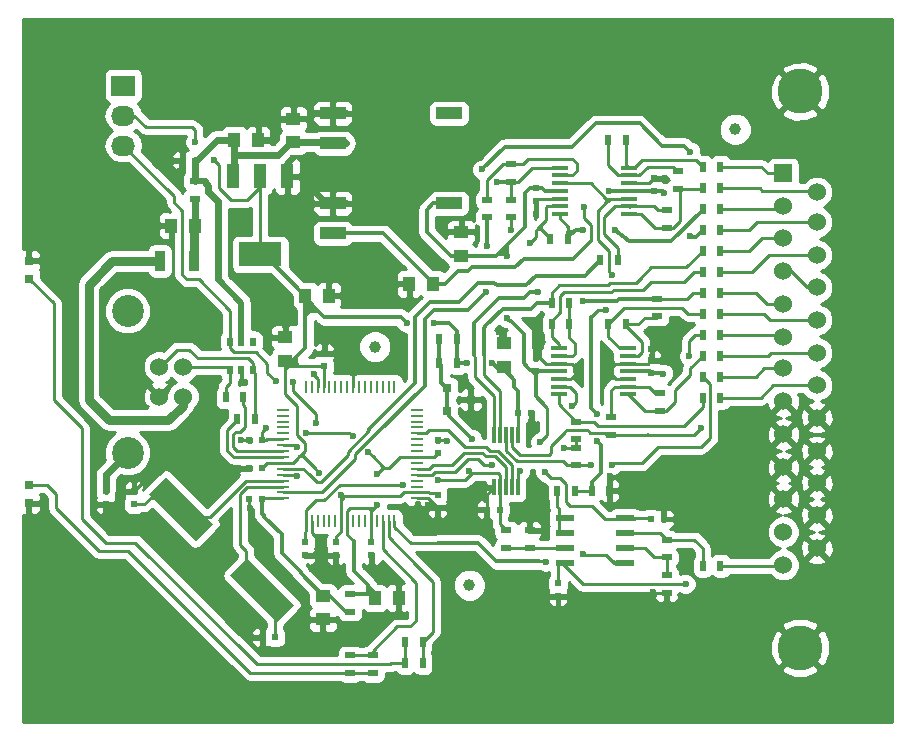
<source format=gbr>
G04 #@! TF.FileFunction,Copper,L1,Top,Signal*
%FSLAX46Y46*%
G04 Gerber Fmt 4.6, Leading zero omitted, Abs format (unit mm)*
G04 Created by KiCad (PCBNEW 4.0.2-stable) date 2016-06-28 10:59.27*
%MOMM*%
G01*
G04 APERTURE LIST*
%ADD10C,0.100000*%
%ADD11C,1.000000*%
%ADD12R,1.550000X0.600000*%
%ADD13R,1.000000X1.250000*%
%ADD14R,0.250000X1.000000*%
%ADD15R,1.000000X0.250000*%
%ADD16R,3.657600X2.032000*%
%ADD17R,1.016000X2.032000*%
%ADD18R,0.900000X0.500000*%
%ADD19R,0.500000X0.600000*%
%ADD20R,0.600000X0.500000*%
%ADD21R,1.250000X1.000000*%
%ADD22R,0.797560X0.797560*%
%ADD23R,0.900000X1.700000*%
%ADD24C,3.810000*%
%ADD25R,1.524000X1.524000*%
%ADD26C,1.524000*%
%ADD27R,2.032000X1.727200*%
%ADD28O,2.032000X1.727200*%
%ADD29R,0.500000X0.900000*%
%ADD30R,0.550000X0.800000*%
%ADD31R,0.800100X0.800100*%
%ADD32R,2.200000X1.000000*%
%ADD33R,0.300000X1.400000*%
%ADD34R,1.450000X0.450000*%
%ADD35C,2.700020*%
%ADD36C,0.600000*%
%ADD37C,0.750000*%
%ADD38C,0.600000*%
%ADD39C,0.500000*%
%ADD40C,0.250000*%
%ADD41C,0.350000*%
%ADD42C,0.254000*%
G04 APERTURE END LIST*
D10*
D11*
X161000000Y-110100000D03*
X138500000Y-148700000D03*
D12*
X146550000Y-143045000D03*
X146550000Y-144315000D03*
X146550000Y-145585000D03*
X146550000Y-146855000D03*
X151700000Y-146855000D03*
X151700000Y-145585000D03*
X151700000Y-144315000D03*
X151700000Y-143045000D03*
D13*
X130500000Y-149800000D03*
X132500000Y-149800000D03*
D14*
X124650000Y-143300000D03*
X125150000Y-143300000D03*
X125650000Y-143300000D03*
X126150000Y-143300000D03*
X126650000Y-143300000D03*
X127150000Y-143300000D03*
X127650000Y-143300000D03*
X128150000Y-143300000D03*
X128650000Y-143300000D03*
X129150000Y-143300000D03*
X129650000Y-143300000D03*
X130150000Y-143300000D03*
X130650000Y-143300000D03*
X131150000Y-143300000D03*
X131650000Y-143300000D03*
X132150000Y-143300000D03*
D15*
X134100000Y-141350000D03*
X134100000Y-140850000D03*
X134100000Y-140350000D03*
X134100000Y-139850000D03*
X134100000Y-139350000D03*
X134100000Y-138850000D03*
X134100000Y-138350000D03*
X134100000Y-137850000D03*
X134100000Y-137350000D03*
X134100000Y-136850000D03*
X134100000Y-136350000D03*
X134100000Y-135850000D03*
X134100000Y-135350000D03*
X134100000Y-134850000D03*
X134100000Y-134350000D03*
X134100000Y-133850000D03*
D14*
X132150000Y-131900000D03*
X131650000Y-131900000D03*
X131150000Y-131900000D03*
X130650000Y-131900000D03*
X130150000Y-131900000D03*
X129650000Y-131900000D03*
X129150000Y-131900000D03*
X128650000Y-131900000D03*
X128150000Y-131900000D03*
X127650000Y-131900000D03*
X127150000Y-131900000D03*
X126650000Y-131900000D03*
X126150000Y-131900000D03*
X125650000Y-131900000D03*
X125150000Y-131900000D03*
X124650000Y-131900000D03*
D15*
X122700000Y-133850000D03*
X122700000Y-134350000D03*
X122700000Y-134850000D03*
X122700000Y-135350000D03*
X122700000Y-135850000D03*
X122700000Y-136350000D03*
X122700000Y-136850000D03*
X122700000Y-137350000D03*
X122700000Y-137850000D03*
X122700000Y-138350000D03*
X122700000Y-138850000D03*
X122700000Y-139350000D03*
X122700000Y-139850000D03*
X122700000Y-140350000D03*
X122700000Y-140850000D03*
X122700000Y-141350000D03*
D16*
X120800000Y-120702000D03*
D17*
X120800000Y-114098000D03*
X118514000Y-114098000D03*
X123086000Y-114098000D03*
D18*
X142000000Y-114550000D03*
X142000000Y-113050000D03*
D13*
X115250000Y-118250000D03*
X113250000Y-118250000D03*
D19*
X107700000Y-140750000D03*
X107700000Y-141850000D03*
D20*
X115300000Y-112750000D03*
X114200000Y-112750000D03*
D13*
X118600000Y-111000000D03*
X120600000Y-111000000D03*
X124600000Y-124200000D03*
X126600000Y-124200000D03*
D21*
X123600000Y-111200000D03*
X123600000Y-109200000D03*
X137800000Y-118800000D03*
X137800000Y-120800000D03*
D13*
X135400000Y-123200000D03*
X133400000Y-123200000D03*
D20*
X142650000Y-134100000D03*
X143750000Y-134100000D03*
D21*
X141400000Y-130200000D03*
X141400000Y-128200000D03*
D20*
X139950000Y-142300000D03*
X141050000Y-142300000D03*
D19*
X144100000Y-116150000D03*
X144100000Y-115050000D03*
X146000000Y-149650000D03*
X146000000Y-148550000D03*
D20*
X154950000Y-143100000D03*
X153850000Y-143100000D03*
D19*
X153900000Y-129650000D03*
X153900000Y-130750000D03*
X144100000Y-129450000D03*
X144100000Y-130550000D03*
X154100000Y-114250000D03*
X154100000Y-115350000D03*
D20*
X120950000Y-136400000D03*
X119850000Y-136400000D03*
D19*
X135800000Y-137550000D03*
X135800000Y-136450000D03*
X126200000Y-130150000D03*
X126200000Y-129050000D03*
X130200000Y-145050000D03*
X130200000Y-146150000D03*
D21*
X122900000Y-129700000D03*
X122900000Y-127700000D03*
D20*
X120950000Y-138800000D03*
X119850000Y-138800000D03*
D19*
X127200000Y-145050000D03*
X127200000Y-146150000D03*
X135800000Y-141050000D03*
X135800000Y-142150000D03*
D20*
X120950000Y-141400000D03*
X119850000Y-141400000D03*
X122050000Y-153100000D03*
X120950000Y-153100000D03*
D21*
X126100000Y-149600000D03*
X126100000Y-151600000D03*
D19*
X110100000Y-141850000D03*
X110100000Y-140750000D03*
X124600000Y-145050000D03*
X124600000Y-146150000D03*
D22*
X101200000Y-122749300D03*
X101200000Y-121250700D03*
X101200000Y-140250700D03*
X101200000Y-141749300D03*
D23*
X112300000Y-121250000D03*
X115200000Y-121250000D03*
D18*
X115250000Y-116000000D03*
X115250000Y-114500000D03*
X128400000Y-149450000D03*
X128400000Y-150950000D03*
D24*
X166500000Y-154000000D03*
X166500000Y-106900000D03*
D25*
X165080000Y-113840000D03*
D26*
X165080000Y-116634000D03*
X165080000Y-119301000D03*
X165080000Y-122095000D03*
X165080000Y-124889000D03*
X165080000Y-127683000D03*
X165080000Y-130350000D03*
X165080000Y-133144000D03*
X165080000Y-135938000D03*
X165080000Y-138732000D03*
X165080000Y-141399000D03*
X165080000Y-144193000D03*
X165080000Y-146987000D03*
X167920000Y-115414800D03*
X167920000Y-117954800D03*
X167920000Y-120748800D03*
X167920000Y-123492000D03*
X167920000Y-126235200D03*
X167920000Y-129029200D03*
X167920000Y-131772400D03*
X167920000Y-134515600D03*
X167920000Y-137360400D03*
X167920000Y-140052800D03*
X167920000Y-142796000D03*
X167920000Y-145590000D03*
D27*
X109200000Y-106400000D03*
D28*
X109200000Y-108940000D03*
X109200000Y-111480000D03*
D29*
X118850000Y-134600000D03*
X120350000Y-134600000D03*
X119350000Y-132800000D03*
X117850000Y-132800000D03*
X159754000Y-113284000D03*
X158254000Y-113284000D03*
X159754000Y-115062000D03*
X158254000Y-115062000D03*
X159754000Y-116840000D03*
X158254000Y-116840000D03*
X159754000Y-118618000D03*
X158254000Y-118618000D03*
X159754000Y-120396000D03*
X158254000Y-120396000D03*
X159754000Y-122174000D03*
X158254000Y-122174000D03*
X159754000Y-123952000D03*
X158254000Y-123952000D03*
X159754000Y-125730000D03*
X158254000Y-125730000D03*
X159754000Y-127508000D03*
X158254000Y-127508000D03*
X159754000Y-129286000D03*
X158254000Y-129286000D03*
X159754000Y-131064000D03*
X158254000Y-131064000D03*
X159754000Y-132842000D03*
X158254000Y-132842000D03*
X159754000Y-147066000D03*
X158254000Y-147066000D03*
X137450000Y-127900000D03*
X135950000Y-127900000D03*
X137450000Y-129900000D03*
X135950000Y-129900000D03*
D18*
X141600000Y-144050000D03*
X141600000Y-145550000D03*
X143600000Y-145550000D03*
X143600000Y-144050000D03*
X154400000Y-125950000D03*
X154400000Y-124450000D03*
X147500000Y-137050000D03*
X147500000Y-138550000D03*
D29*
X150250000Y-126600000D03*
X151750000Y-126600000D03*
D18*
X147500000Y-134850000D03*
X147500000Y-136350000D03*
D29*
X145950000Y-140700000D03*
X147450000Y-140700000D03*
X148850000Y-140700000D03*
X150350000Y-140700000D03*
D18*
X150500000Y-134450000D03*
X150500000Y-135950000D03*
D29*
X146950000Y-124800000D03*
X145450000Y-124800000D03*
D18*
X154600000Y-133950000D03*
X154600000Y-132450000D03*
D29*
X145450000Y-126600000D03*
X146950000Y-126600000D03*
D18*
X155200000Y-149350000D03*
X155200000Y-147850000D03*
X155200000Y-144850000D03*
X155200000Y-146350000D03*
D29*
X151050000Y-121200000D03*
X149550000Y-121200000D03*
D18*
X140000000Y-116050000D03*
X140000000Y-117550000D03*
X155200000Y-118450000D03*
X155200000Y-116950000D03*
X156200000Y-113650000D03*
X156200000Y-115150000D03*
X142000000Y-117550000D03*
X142000000Y-116050000D03*
D29*
X151750000Y-111000000D03*
X150250000Y-111000000D03*
X146850000Y-119400000D03*
X145350000Y-119400000D03*
X134550000Y-153500000D03*
X133050000Y-153500000D03*
D18*
X130300000Y-154650000D03*
X130300000Y-156150000D03*
D30*
X118250000Y-128100000D03*
X119200000Y-128100000D03*
X120150000Y-128100000D03*
X120150000Y-130500000D03*
X119200000Y-130500000D03*
X118250000Y-130500000D03*
D31*
X136599240Y-132050000D03*
X136599240Y-133950000D03*
X138598220Y-133000000D03*
D32*
X126940000Y-118900000D03*
X126940000Y-116360000D03*
X126940000Y-111280000D03*
X126940000Y-108740000D03*
X136760000Y-116360000D03*
X136760000Y-108740000D03*
D33*
X142600000Y-136000000D03*
X142100000Y-136000000D03*
X141600000Y-136000000D03*
X141100000Y-136000000D03*
X140600000Y-136000000D03*
X140600000Y-140400000D03*
X141100000Y-140400000D03*
X141600000Y-140400000D03*
X142100000Y-140400000D03*
X142600000Y-140400000D03*
D34*
X146050000Y-128650000D03*
X146050000Y-129300000D03*
X146050000Y-129950000D03*
X146050000Y-130600000D03*
X146050000Y-131250000D03*
X146050000Y-131900000D03*
X146050000Y-132550000D03*
X151950000Y-132550000D03*
X151950000Y-131900000D03*
X151950000Y-131250000D03*
X151950000Y-130600000D03*
X151950000Y-129950000D03*
X151950000Y-129300000D03*
X151950000Y-128650000D03*
X146148000Y-113366000D03*
X146148000Y-114016000D03*
X146148000Y-114666000D03*
X146148000Y-115316000D03*
X146148000Y-115966000D03*
X146148000Y-116616000D03*
X146148000Y-117266000D03*
X152048000Y-117266000D03*
X152048000Y-116616000D03*
X152048000Y-115966000D03*
X152048000Y-115316000D03*
X152048000Y-114666000D03*
X152048000Y-114016000D03*
X152048000Y-113366000D03*
D10*
G36*
X123651476Y-150366141D02*
X122166141Y-151851476D01*
X118205848Y-147891183D01*
X119691183Y-146405848D01*
X123651476Y-150366141D01*
X123651476Y-150366141D01*
G37*
G36*
X116794152Y-143508817D02*
X115308817Y-144994152D01*
X111348524Y-141033859D01*
X112833859Y-139548524D01*
X116794152Y-143508817D01*
X116794152Y-143508817D01*
G37*
D26*
X114250000Y-130210000D03*
X114250000Y-132750000D03*
X112251020Y-132750000D03*
X112251020Y-130210000D03*
D35*
X109551000Y-125480520D03*
X109551000Y-137479480D03*
D29*
X134550000Y-155300000D03*
X133050000Y-155300000D03*
D18*
X128400000Y-154650000D03*
X128400000Y-156150000D03*
D11*
X130500000Y-128500000D03*
D36*
X123600000Y-112500000D03*
X112250000Y-118250000D03*
X114000000Y-113600000D03*
X143700000Y-134900000D03*
X135000000Y-141900000D03*
X119000000Y-138800000D03*
X119900000Y-142200000D03*
X102300000Y-121200000D03*
X102300000Y-141800000D03*
X119200000Y-136400000D03*
X154900000Y-142100000D03*
X150400000Y-139500000D03*
X154000000Y-149300000D03*
X145000000Y-149400000D03*
X139600000Y-141000000D03*
X141000000Y-127300000D03*
X147500000Y-130500000D03*
X144500000Y-128600000D03*
X150500000Y-130500000D03*
X136300000Y-118400000D03*
X132000000Y-123200000D03*
X128100000Y-124200000D03*
X122900000Y-126700000D03*
X127100000Y-129100000D03*
X125300000Y-130800000D03*
X128600000Y-130700000D03*
X111000000Y-139800000D03*
X120600000Y-152100000D03*
X124600000Y-151600000D03*
X132200000Y-148300000D03*
X130300000Y-147100000D03*
X125800000Y-145500000D03*
X143700000Y-143100000D03*
X153900000Y-128700000D03*
X138600000Y-134200000D03*
X136600000Y-136500000D03*
X123900000Y-139500000D03*
X155000000Y-114300000D03*
X144100000Y-117300000D03*
X108700000Y-142800000D03*
X125300000Y-115300000D03*
X125100000Y-108800000D03*
X122100000Y-109200000D03*
X121900000Y-111000000D03*
X119500000Y-131500000D03*
X116900000Y-112700000D03*
X115300000Y-111200000D03*
X140400000Y-129900000D03*
X138300000Y-129900000D03*
X135500000Y-126500000D03*
X133200000Y-126500000D03*
X127600000Y-141100000D03*
X125800000Y-139200000D03*
X144500000Y-136600000D03*
X144900000Y-139100000D03*
X141700000Y-120800000D03*
X141700000Y-126100000D03*
X156800000Y-148600000D03*
X150300000Y-115300000D03*
X148200000Y-116700000D03*
X154900000Y-130800000D03*
X155000000Y-115500000D03*
X138700000Y-136300000D03*
X138500000Y-139000000D03*
X135800000Y-139800000D03*
X132900000Y-140200000D03*
X130700000Y-141900000D03*
X130700000Y-139300000D03*
X128600000Y-136100000D03*
X129900000Y-137400000D03*
X121300000Y-135400000D03*
X124700000Y-135800000D03*
X123600000Y-131500000D03*
X122100000Y-131400000D03*
X125500000Y-135000000D03*
X123900000Y-137000000D03*
X148100000Y-118600000D03*
X150800000Y-118600000D03*
X148100000Y-124600000D03*
X144300000Y-123900000D03*
X157100000Y-129300000D03*
X158100000Y-135400000D03*
X150600000Y-138500000D03*
X148800000Y-138500000D03*
X140800000Y-114600000D03*
X139600000Y-113500000D03*
X157200000Y-112000000D03*
X157200000Y-119100000D03*
X147200000Y-133500000D03*
X146500000Y-137100000D03*
X150600000Y-122400000D03*
X149300000Y-136500000D03*
X149300000Y-134200000D03*
X150100000Y-125400000D03*
X140000000Y-120000000D03*
X139900000Y-123900000D03*
X142000000Y-118600000D03*
X143600000Y-119700000D03*
X142800000Y-139000000D03*
X140400000Y-138500000D03*
X148100000Y-146100000D03*
X145000000Y-146700000D03*
D37*
X115200000Y-121250000D02*
X115200000Y-118300000D01*
X115200000Y-118300000D02*
X115250000Y-118250000D01*
D38*
X115250000Y-118250000D02*
X115250000Y-116000000D01*
D39*
X123086000Y-114098000D02*
X123086000Y-113014000D01*
X123086000Y-113014000D02*
X123600000Y-112500000D01*
X113250000Y-118250000D02*
X112250000Y-118250000D01*
X112250000Y-118250000D02*
X112200000Y-118300000D01*
X114200000Y-112750000D02*
X114200000Y-113400000D01*
X114200000Y-113400000D02*
X114000000Y-113600000D01*
D40*
X143750000Y-134100000D02*
X143750000Y-134850000D01*
X143750000Y-134850000D02*
X143700000Y-134900000D01*
X135225000Y-141575000D02*
X135225000Y-141675000D01*
X135225000Y-141675000D02*
X135000000Y-141900000D01*
X119850000Y-138800000D02*
X119000000Y-138800000D01*
X119850000Y-141400000D02*
X119850000Y-142150000D01*
X119850000Y-142150000D02*
X119900000Y-142200000D01*
X101200000Y-121250700D02*
X102249300Y-121250700D01*
X102249300Y-121250700D02*
X102300000Y-121200000D01*
X101200000Y-141749300D02*
X102249300Y-141749300D01*
X102249300Y-141749300D02*
X102300000Y-141800000D01*
X119200000Y-136400000D02*
X119850000Y-136400000D01*
X154950000Y-143100000D02*
X154950000Y-142150000D01*
X154950000Y-142150000D02*
X154900000Y-142100000D01*
X113250000Y-118250000D02*
X112750000Y-118250000D01*
X150350000Y-140700000D02*
X150350000Y-139550000D01*
X150350000Y-139550000D02*
X150400000Y-139500000D01*
X155200000Y-149350000D02*
X154050000Y-149350000D01*
X154050000Y-149350000D02*
X154000000Y-149300000D01*
X146000000Y-149650000D02*
X145250000Y-149650000D01*
X145250000Y-149650000D02*
X145000000Y-149400000D01*
X139800000Y-141100000D02*
X139700000Y-141100000D01*
X139700000Y-141100000D02*
X139600000Y-141000000D01*
X141700000Y-128500000D02*
X141700000Y-128100000D01*
X141700000Y-128100000D02*
X141000000Y-127400000D01*
X141000000Y-127400000D02*
X141000000Y-127300000D01*
X146050000Y-131250000D02*
X147050000Y-131250000D01*
X147150000Y-129950000D02*
X146050000Y-129950000D01*
X147500000Y-130300000D02*
X147150000Y-129950000D01*
X147500000Y-130800000D02*
X147500000Y-130500000D01*
X147500000Y-130500000D02*
X147500000Y-130300000D01*
X147050000Y-131250000D02*
X147500000Y-130800000D01*
X144450000Y-129450000D02*
X144450000Y-128650000D01*
X144450000Y-128650000D02*
X144500000Y-128600000D01*
X144100000Y-129450000D02*
X144450000Y-129450000D01*
X144950000Y-129950000D02*
X146050000Y-129950000D01*
X144450000Y-129450000D02*
X144950000Y-129950000D01*
X151950000Y-131250000D02*
X150950000Y-131250000D01*
X150850000Y-129950000D02*
X151950000Y-129950000D01*
X150500000Y-130300000D02*
X150850000Y-129950000D01*
X150500000Y-130800000D02*
X150500000Y-130500000D01*
X150500000Y-130500000D02*
X150500000Y-130300000D01*
X150950000Y-131250000D02*
X150500000Y-130800000D01*
X137800000Y-118800000D02*
X136700000Y-118800000D01*
X136700000Y-118800000D02*
X136300000Y-118400000D01*
X133400000Y-123200000D02*
X132000000Y-123200000D01*
X126600000Y-124200000D02*
X128100000Y-124200000D01*
X122900000Y-127700000D02*
X122900000Y-126700000D01*
X126200000Y-129050000D02*
X127050000Y-129050000D01*
X127050000Y-129050000D02*
X127100000Y-129100000D01*
X125650000Y-131900000D02*
X125650000Y-131250000D01*
X125300000Y-130900000D02*
X125300000Y-130800000D01*
X125650000Y-131250000D02*
X125300000Y-130900000D01*
X128650000Y-131900000D02*
X128650000Y-130750000D01*
X128650000Y-130750000D02*
X128600000Y-130700000D01*
X110100000Y-140750000D02*
X110100000Y-140700000D01*
X110100000Y-140700000D02*
X111000000Y-139800000D01*
X120950000Y-153100000D02*
X120950000Y-152450000D01*
X120950000Y-152450000D02*
X120600000Y-152100000D01*
X126100000Y-151600000D02*
X124600000Y-151600000D01*
X132500000Y-149800000D02*
X132500000Y-148600000D01*
X132500000Y-148600000D02*
X132200000Y-148300000D01*
X130200000Y-146150000D02*
X130200000Y-147000000D01*
X130200000Y-147000000D02*
X130300000Y-147100000D01*
X127200000Y-146150000D02*
X126450000Y-146150000D01*
X126450000Y-146150000D02*
X125800000Y-145500000D01*
X125150000Y-143300000D02*
X125150000Y-144250000D01*
X125150000Y-146150000D02*
X124600000Y-146150000D01*
X125800000Y-145500000D02*
X125150000Y-146150000D01*
X125800000Y-144900000D02*
X125800000Y-145500000D01*
X125150000Y-144250000D02*
X125800000Y-144900000D01*
X134100000Y-141350000D02*
X135000000Y-141350000D01*
X135000000Y-141350000D02*
X135225000Y-141575000D01*
X135225000Y-141575000D02*
X135800000Y-142150000D01*
X143600000Y-144050000D02*
X143600000Y-143200000D01*
X143600000Y-143200000D02*
X143700000Y-143100000D01*
X151950000Y-129950000D02*
X153600000Y-129950000D01*
X153600000Y-129950000D02*
X153900000Y-129650000D01*
X153900000Y-129650000D02*
X153900000Y-128700000D01*
X138598220Y-133000000D02*
X138598220Y-134198220D01*
X138598220Y-134198220D02*
X138600000Y-134200000D01*
X135800000Y-136450000D02*
X136550000Y-136450000D01*
X136550000Y-136450000D02*
X136600000Y-136500000D01*
X122700000Y-139350000D02*
X123750000Y-139350000D01*
X123750000Y-139350000D02*
X123900000Y-139500000D01*
X154100000Y-114250000D02*
X154950000Y-114250000D01*
X154950000Y-114250000D02*
X155000000Y-114300000D01*
X152048000Y-114666000D02*
X153684000Y-114666000D01*
X153684000Y-114666000D02*
X154100000Y-114250000D01*
X144100000Y-116150000D02*
X144100000Y-117300000D01*
X146148000Y-115966000D02*
X144284000Y-115966000D01*
D38*
X107700000Y-141850000D02*
X107700000Y-141900000D01*
X107700000Y-141900000D02*
X108600000Y-142800000D01*
X108600000Y-142800000D02*
X108700000Y-142800000D01*
D40*
X139800000Y-141050000D02*
X139800000Y-141100000D01*
X139800000Y-141100000D02*
X139950000Y-141250000D01*
X139950000Y-141050000D02*
X139800000Y-141050000D01*
X139950000Y-142300000D02*
X139950000Y-141250000D01*
X139950000Y-141250000D02*
X139950000Y-141050000D01*
X139950000Y-141050000D02*
X140600000Y-140400000D01*
D38*
X126360000Y-116360000D02*
X125300000Y-115300000D01*
X128040000Y-116360000D02*
X126360000Y-116360000D01*
X128040000Y-108740000D02*
X125160000Y-108740000D01*
X125160000Y-108740000D02*
X125100000Y-108800000D01*
X123600000Y-109200000D02*
X122100000Y-109200000D01*
X123086000Y-114098000D02*
X123086000Y-113914000D01*
X120600000Y-111000000D02*
X121900000Y-111000000D01*
D40*
X119200000Y-130500000D02*
X119200000Y-131200000D01*
X119200000Y-131200000D02*
X119500000Y-131500000D01*
D38*
X107700000Y-140750000D02*
X107700000Y-139330480D01*
X107700000Y-139330480D02*
X109551000Y-137479480D01*
X109450000Y-137580480D02*
X109551000Y-137479480D01*
X116100000Y-114500000D02*
X116100000Y-114600000D01*
D39*
X119200000Y-128100000D02*
X119200000Y-124800000D01*
X117200000Y-122800000D02*
X119200000Y-124800000D01*
X116100000Y-114500000D02*
X115250000Y-114500000D01*
D38*
X117200000Y-116200000D02*
X117200000Y-122800000D01*
X116400000Y-115400000D02*
X117200000Y-116200000D01*
X116400000Y-114900000D02*
X116400000Y-115400000D01*
X116100000Y-114600000D02*
X116400000Y-114900000D01*
X123600000Y-111200000D02*
X127960000Y-111200000D01*
X127960000Y-111200000D02*
X128040000Y-111280000D01*
X118600000Y-112300000D02*
X122300000Y-112300000D01*
X122300000Y-112300000D02*
X123400000Y-111200000D01*
X123400000Y-111200000D02*
X123600000Y-111200000D01*
X118600000Y-111000000D02*
X118600000Y-112300000D01*
X118600000Y-112300000D02*
X118600000Y-114012000D01*
X118600000Y-114012000D02*
X118514000Y-114098000D01*
X115300000Y-112750000D02*
X115350000Y-112750000D01*
X115350000Y-112750000D02*
X117100000Y-111000000D01*
X117100000Y-111000000D02*
X118600000Y-111000000D01*
X115300000Y-112750000D02*
X115300000Y-112700000D01*
X115250000Y-114500000D02*
X115250000Y-112800000D01*
X115250000Y-112800000D02*
X115300000Y-112750000D01*
D40*
X117300000Y-114886824D02*
X117300000Y-115100000D01*
X110140000Y-108940000D02*
X111100000Y-109900000D01*
X119700000Y-116100000D02*
X118513176Y-116100000D01*
X117300000Y-114886824D02*
X117300000Y-113100000D01*
X117300000Y-113100000D02*
X116900000Y-112700000D01*
X115300000Y-111200000D02*
X115300000Y-110200000D01*
X115300000Y-110200000D02*
X115000000Y-109900000D01*
X119700000Y-116100000D02*
X120800000Y-115000000D01*
X115000000Y-109900000D02*
X111100000Y-109900000D01*
X118300000Y-116100000D02*
X118513176Y-116100000D01*
X117300000Y-115100000D02*
X118300000Y-116100000D01*
X110140000Y-108940000D02*
X109200000Y-108940000D01*
X120800000Y-120702000D02*
X120800000Y-114098000D01*
X137450000Y-129900000D02*
X137450000Y-127900000D01*
X120800000Y-114098000D02*
X120800000Y-115000000D01*
X124400000Y-137800000D02*
X124400000Y-137500000D01*
X123900000Y-133500000D02*
X123900000Y-136000000D01*
X123900000Y-136000000D02*
X124600000Y-136700000D01*
X124600000Y-136700000D02*
X124600000Y-137300000D01*
X124600000Y-137300000D02*
X124400000Y-137500000D01*
X122900000Y-130400000D02*
X122900000Y-132500000D01*
X122900000Y-132500000D02*
X123900000Y-133500000D01*
X124400000Y-137500000D02*
X124100000Y-137800000D01*
D41*
X137450000Y-129900000D02*
X138300000Y-129900000D01*
X140400000Y-129900000D02*
X141100000Y-130500000D01*
X141100000Y-130500000D02*
X141700000Y-130500000D01*
X135500000Y-126500000D02*
X136800000Y-126500000D01*
X133200000Y-126500000D02*
X132700000Y-126000000D01*
X132700000Y-126000000D02*
X130900000Y-126000000D01*
X126200000Y-126000000D02*
X130900000Y-126000000D01*
X125650000Y-125450000D02*
X126200000Y-126000000D01*
X137450000Y-127150000D02*
X137450000Y-129900000D01*
X136800000Y-126500000D02*
X137450000Y-127150000D01*
X137450000Y-127900000D02*
X137450000Y-127650000D01*
X137450000Y-127900000D02*
X137400000Y-127850000D01*
X141200000Y-130500000D02*
X141700000Y-130500000D01*
X141500000Y-130500000D02*
X142300000Y-131300000D01*
X142650000Y-132950000D02*
X142650000Y-134100000D01*
X142650000Y-132250000D02*
X142650000Y-132950000D01*
X142300000Y-131900000D02*
X142650000Y-132250000D01*
X142300000Y-131300000D02*
X142300000Y-131900000D01*
D40*
X127600000Y-141100000D02*
X127650000Y-141150000D01*
X125400000Y-138800000D02*
X124400000Y-137800000D01*
X124100000Y-137800000D02*
X124400000Y-137800000D01*
X125800000Y-139200000D02*
X125400000Y-138800000D01*
X123900000Y-138000000D02*
X124100000Y-137800000D01*
D41*
X125500000Y-125450000D02*
X125650000Y-125450000D01*
D40*
X125300000Y-125450000D02*
X125500000Y-125450000D01*
X142650000Y-134100000D02*
X142650000Y-134950000D01*
X142650000Y-134950000D02*
X142600000Y-135000000D01*
X142600000Y-135000000D02*
X142600000Y-136000000D01*
X124600000Y-125800000D02*
X124950000Y-125450000D01*
X124900000Y-125400000D02*
X124900000Y-125450000D01*
X124950000Y-125450000D02*
X124900000Y-125400000D01*
X125300000Y-125450000D02*
X125300000Y-125400000D01*
X125300000Y-125400000D02*
X125100000Y-125200000D01*
X124650000Y-125450000D02*
X124900000Y-125450000D01*
X124900000Y-125450000D02*
X125300000Y-125450000D01*
X125500000Y-125500000D02*
X125500000Y-125300000D01*
D41*
X125250000Y-125050000D02*
X125500000Y-125300000D01*
D40*
X125650000Y-125450000D02*
X125600000Y-125500000D01*
X125600000Y-125500000D02*
X125500000Y-125500000D01*
X124800000Y-125200000D02*
X124800000Y-125300000D01*
X124800000Y-125300000D02*
X124650000Y-125450000D01*
X124650000Y-125450000D02*
X124600000Y-125500000D01*
X124700000Y-125200000D02*
X124800000Y-125200000D01*
X124800000Y-125200000D02*
X125100000Y-125200000D01*
X125100000Y-125200000D02*
X125250000Y-125050000D01*
X125250000Y-125050000D02*
X124850000Y-125050000D01*
X124850000Y-125050000D02*
X124900000Y-125100000D01*
X124900000Y-125100000D02*
X124900000Y-125000000D01*
X124600000Y-124200000D02*
X124600000Y-124700000D01*
X124600000Y-124700000D02*
X124800000Y-124900000D01*
X124600000Y-125200000D02*
X124700000Y-125200000D01*
X124700000Y-125200000D02*
X124900000Y-125000000D01*
X124900000Y-125000000D02*
X125050000Y-124850000D01*
X123550000Y-130150000D02*
X123150000Y-130150000D01*
X123150000Y-130150000D02*
X123100000Y-130200000D01*
X123100000Y-130200000D02*
X122900000Y-129700000D01*
X122900000Y-130400000D02*
X123100000Y-130200000D01*
X123100000Y-130200000D02*
X122900000Y-129700000D01*
X124000000Y-130150000D02*
X124000000Y-130100000D01*
X124000000Y-130100000D02*
X123800000Y-129900000D01*
X123800000Y-130150000D02*
X123800000Y-129900000D01*
X123800000Y-129900000D02*
X123800000Y-129400000D01*
X123800000Y-129400000D02*
X123800000Y-129600000D01*
X123800000Y-129600000D02*
X123800000Y-129400000D01*
X123550000Y-129650000D02*
X123550000Y-130150000D01*
X123600000Y-130100000D02*
X123600000Y-130150000D01*
X123550000Y-130150000D02*
X123600000Y-130100000D01*
X127900000Y-141150000D02*
X127900000Y-141200000D01*
X127900000Y-141200000D02*
X127650000Y-141450000D01*
X127200000Y-145050000D02*
X127200000Y-144600000D01*
X127650000Y-144150000D02*
X127650000Y-143300000D01*
X127200000Y-144600000D02*
X127650000Y-144150000D01*
X126200000Y-130150000D02*
X126200000Y-130800000D01*
X126150000Y-130850000D02*
X126150000Y-131900000D01*
X126200000Y-130800000D02*
X126150000Y-130850000D01*
X122900000Y-129700000D02*
X123000000Y-129700000D01*
X123000000Y-129700000D02*
X123450000Y-130150000D01*
X123450000Y-130150000D02*
X123600000Y-130150000D01*
X123600000Y-130150000D02*
X123800000Y-130150000D01*
X123800000Y-130150000D02*
X124000000Y-130150000D01*
X124000000Y-130150000D02*
X126200000Y-130150000D01*
X127650000Y-141150000D02*
X127900000Y-141150000D01*
X127900000Y-141150000D02*
X132650000Y-141150000D01*
X132950000Y-140850000D02*
X134100000Y-140850000D01*
X132650000Y-141150000D02*
X132950000Y-140850000D01*
X123500000Y-138350000D02*
X123550000Y-138350000D01*
X123750000Y-138150000D02*
X123550000Y-138350000D01*
X123900000Y-138000000D02*
X123750000Y-138150000D01*
X123500000Y-138350000D02*
X122700000Y-138350000D01*
X127650000Y-141150000D02*
X127650000Y-141450000D01*
X127650000Y-141450000D02*
X127650000Y-143300000D01*
X122900000Y-129700000D02*
X122900000Y-130400000D01*
D41*
X124600000Y-124200000D02*
X124600000Y-125200000D01*
X124600000Y-125200000D02*
X124600000Y-125500000D01*
X124600000Y-125500000D02*
X124600000Y-125800000D01*
X124600000Y-125800000D02*
X124600000Y-128600000D01*
X124600000Y-128600000D02*
X123800000Y-129400000D01*
X123800000Y-129400000D02*
X123550000Y-129650000D01*
X123550000Y-129650000D02*
X123500000Y-129700000D01*
X123500000Y-129700000D02*
X122900000Y-129700000D01*
X124600000Y-124200000D02*
X124600000Y-124400000D01*
X124600000Y-124400000D02*
X125050000Y-124850000D01*
X125050000Y-124850000D02*
X125250000Y-125050000D01*
X120800000Y-120702000D02*
X121102000Y-120702000D01*
X121102000Y-120702000D02*
X124600000Y-124200000D01*
D40*
X135750000Y-140900000D02*
X135100000Y-140900000D01*
X135100000Y-140900000D02*
X135050000Y-140850000D01*
X135050000Y-140850000D02*
X134100000Y-140850000D01*
X122700000Y-138350000D02*
X121400000Y-138350000D01*
X121400000Y-138350000D02*
X120950000Y-138800000D01*
X146700000Y-141700000D02*
X147000000Y-142000000D01*
X144500000Y-136600000D02*
X145100000Y-136000000D01*
X145100000Y-136000000D02*
X145100000Y-133700000D01*
X145100000Y-133700000D02*
X144900000Y-133500000D01*
D41*
X144100000Y-130550000D02*
X144100000Y-132700000D01*
X144100000Y-132700000D02*
X144900000Y-133500000D01*
X144900000Y-139100000D02*
X145400000Y-139600000D01*
D40*
X145400000Y-139600000D02*
X146200000Y-139600000D01*
X146200000Y-139600000D02*
X146700000Y-140100000D01*
X146700000Y-140100000D02*
X146700000Y-141700000D01*
X150000000Y-143100000D02*
X150700000Y-143100000D01*
X148900000Y-142000000D02*
X150000000Y-143100000D01*
X147000000Y-142000000D02*
X148900000Y-142000000D01*
X150700000Y-143100000D02*
X151645000Y-143100000D01*
X151645000Y-143100000D02*
X151700000Y-143045000D01*
X151700000Y-143045000D02*
X153795000Y-143045000D01*
X153795000Y-143045000D02*
X153850000Y-143100000D01*
X152495000Y-143100000D02*
X150700000Y-143100000D01*
D41*
X141700000Y-120300000D02*
X141300000Y-120300000D01*
X141300000Y-120300000D02*
X141250000Y-120350000D01*
X141700000Y-120800000D02*
X141700000Y-120300000D01*
X141700000Y-120300000D02*
X141700000Y-119900000D01*
X140900000Y-120700000D02*
X141600000Y-120700000D01*
X141600000Y-120700000D02*
X141700000Y-120800000D01*
X143100000Y-129900000D02*
X143400000Y-130200000D01*
X143650000Y-130450000D02*
X143400000Y-130200000D01*
X141700000Y-126200000D02*
X141900000Y-126300000D01*
X141900000Y-126300000D02*
X142000000Y-126300000D01*
X142000000Y-126300000D02*
X143100000Y-127400000D01*
X143100000Y-129900000D02*
X143100000Y-127400000D01*
X141700000Y-126100000D02*
X141700000Y-126200000D01*
X141300000Y-120400000D02*
X141300000Y-120300000D01*
X141250000Y-120350000D02*
X141300000Y-120400000D01*
X141700000Y-120800000D02*
X141250000Y-120350000D01*
X143650000Y-130450000D02*
X144000000Y-130450000D01*
X144000000Y-130450000D02*
X144100000Y-130550000D01*
X140750000Y-120850000D02*
X140900000Y-120700000D01*
X140900000Y-120700000D02*
X141100000Y-120500000D01*
X141100000Y-120500000D02*
X141300000Y-120300000D01*
X137800000Y-120800000D02*
X140700000Y-120800000D01*
X140700000Y-120800000D02*
X140750000Y-120850000D01*
X141300000Y-120300000D02*
X141700000Y-119900000D01*
X141700000Y-119900000D02*
X143200000Y-118400000D01*
X143650000Y-115050000D02*
X144100000Y-115050000D01*
X143200000Y-115500000D02*
X143650000Y-115050000D01*
X143200000Y-118400000D02*
X143200000Y-115500000D01*
X143950000Y-130700000D02*
X144100000Y-130550000D01*
X143800000Y-130600000D02*
X146050000Y-130600000D01*
X143650000Y-130450000D02*
X143800000Y-130600000D01*
X144100000Y-115050000D02*
X144650000Y-115050000D01*
X144916000Y-115316000D02*
X146148000Y-115316000D01*
X144650000Y-115050000D02*
X144916000Y-115316000D01*
X135660000Y-116360000D02*
X135440000Y-116360000D01*
X136900000Y-120800000D02*
X137800000Y-120800000D01*
X134900000Y-118800000D02*
X136900000Y-120800000D01*
X134900000Y-116900000D02*
X134900000Y-118800000D01*
X135440000Y-116360000D02*
X134900000Y-116900000D01*
D40*
X146100000Y-146905000D02*
X146405000Y-146905000D01*
X146405000Y-146905000D02*
X148100000Y-148600000D01*
X152900000Y-148600000D02*
X151300000Y-148600000D01*
X156800000Y-148600000D02*
X152900000Y-148600000D01*
X148100000Y-148600000D02*
X151300000Y-148600000D01*
X148800000Y-119600000D02*
X148800000Y-118200000D01*
D41*
X135400000Y-123200000D02*
X136300000Y-123200000D01*
X137500000Y-122100000D02*
X136400000Y-123200000D01*
X138400000Y-122100000D02*
X137500000Y-122100000D01*
X136300000Y-123200000D02*
X136400000Y-123200000D01*
X143100000Y-121100000D02*
X142400000Y-121800000D01*
X142400000Y-121800000D02*
X138700000Y-121800000D01*
X138700000Y-121800000D02*
X138400000Y-122100000D01*
X150316000Y-115316000D02*
X150800000Y-115316000D01*
X147300000Y-121100000D02*
X143900000Y-121100000D01*
X148800000Y-119600000D02*
X147300000Y-121100000D01*
X150316000Y-115316000D02*
X150300000Y-115300000D01*
X143900000Y-121100000D02*
X143100000Y-121100000D01*
D40*
X148200000Y-117600000D02*
X148200000Y-116700000D01*
X148800000Y-118200000D02*
X148200000Y-117600000D01*
D41*
X153900000Y-130750000D02*
X154850000Y-130750000D01*
X154850000Y-130750000D02*
X154900000Y-130800000D01*
X154850000Y-115350000D02*
X154100000Y-115350000D01*
X154850000Y-115350000D02*
X155000000Y-115500000D01*
D40*
X146000000Y-148550000D02*
X146000000Y-147005000D01*
X146000000Y-147005000D02*
X146100000Y-146905000D01*
D41*
X128040000Y-118900000D02*
X131200000Y-118900000D01*
X131200000Y-118900000D02*
X135400000Y-123100000D01*
X135400000Y-123100000D02*
X135400000Y-123200000D01*
X152048000Y-115316000D02*
X151100000Y-115316000D01*
X151100000Y-115316000D02*
X150800000Y-115316000D01*
X150800000Y-115316000D02*
X150784000Y-115316000D01*
X151950000Y-130600000D02*
X153750000Y-130600000D01*
X153750000Y-130600000D02*
X153900000Y-130750000D01*
X152048000Y-115316000D02*
X154034000Y-115316000D01*
X154034000Y-115316000D02*
X154100000Y-115250000D01*
D40*
X138650000Y-139250000D02*
X138650000Y-139150000D01*
X138700000Y-136300000D02*
X136599240Y-134199240D01*
X138650000Y-139150000D02*
X138500000Y-139000000D01*
D41*
X136599240Y-132050000D02*
X136599240Y-133950000D01*
X135950000Y-127900000D02*
X135950000Y-129900000D01*
X135950000Y-129900000D02*
X136100000Y-130050000D01*
X136100000Y-130050000D02*
X136100000Y-131550760D01*
X136100000Y-131550760D02*
X136599240Y-132050000D01*
X135950000Y-127900000D02*
X135950000Y-127850000D01*
D40*
X141050000Y-142300000D02*
X141050000Y-143500000D01*
X141050000Y-143500000D02*
X141600000Y-144050000D01*
X136599240Y-134199240D02*
X136599240Y-133950000D01*
X138700000Y-139200000D02*
X138650000Y-139250000D01*
X138650000Y-139250000D02*
X138100000Y-139800000D01*
X124650000Y-142450000D02*
X124650000Y-142350000D01*
X124650000Y-142450000D02*
X124650000Y-143300000D01*
X127500000Y-140200000D02*
X132900000Y-140200000D01*
X126200000Y-141500000D02*
X127500000Y-140200000D01*
X125500000Y-141500000D02*
X126200000Y-141500000D01*
X124650000Y-142350000D02*
X125500000Y-141500000D01*
X135800000Y-139800000D02*
X137500000Y-139800000D01*
X138100000Y-139800000D02*
X137500000Y-139800000D01*
X141100000Y-140400000D02*
X141100000Y-139400000D01*
X140900000Y-139200000D02*
X139000000Y-139200000D01*
X139000000Y-139200000D02*
X138700000Y-139200000D01*
X141100000Y-139400000D02*
X140900000Y-139200000D01*
D41*
X136599240Y-133950000D02*
X136599240Y-134099240D01*
X136650000Y-133899240D02*
X136599240Y-133950000D01*
D40*
X141100000Y-140400000D02*
X141100000Y-142250000D01*
X141100000Y-142250000D02*
X141050000Y-142300000D01*
X124600000Y-145050000D02*
X124600000Y-144200000D01*
X124600000Y-144200000D02*
X124650000Y-144150000D01*
X124650000Y-144150000D02*
X124650000Y-143300000D01*
X131100000Y-138600000D02*
X131100000Y-138900000D01*
X130400000Y-142200000D02*
X130700000Y-141900000D01*
X130700000Y-139300000D02*
X131100000Y-138900000D01*
X131200000Y-138800000D02*
X131300000Y-138800000D01*
X131100000Y-138900000D02*
X131200000Y-138800000D01*
D41*
X129950000Y-149250000D02*
X129950000Y-148850000D01*
X129950000Y-148850000D02*
X129900000Y-148800000D01*
X129350000Y-149450000D02*
X130150000Y-149450000D01*
X130150000Y-149450000D02*
X130500000Y-149800000D01*
X129950000Y-149250000D02*
X130000000Y-149200000D01*
X130000000Y-149200000D02*
X130500000Y-149800000D01*
X129350000Y-149450000D02*
X128400000Y-149450000D01*
X128700000Y-146900000D02*
X128700000Y-147500000D01*
X128700000Y-147500000D02*
X129900000Y-148700000D01*
X129900000Y-148700000D02*
X129900000Y-148800000D01*
X128700000Y-145000000D02*
X128700000Y-146900000D01*
D40*
X128150000Y-144450000D02*
X128700000Y-145000000D01*
X128150000Y-143300000D02*
X128150000Y-144450000D01*
D41*
X129900000Y-148800000D02*
X130500000Y-149400000D01*
X130500000Y-149400000D02*
X130500000Y-149800000D01*
D40*
X134100000Y-137850000D02*
X135500000Y-137850000D01*
X135500000Y-137850000D02*
X135800000Y-137550000D01*
X128300000Y-135800000D02*
X128600000Y-136100000D01*
X129900000Y-137400000D02*
X130300000Y-137800000D01*
X130300000Y-137800000D02*
X131100000Y-138600000D01*
X131100000Y-138600000D02*
X131300000Y-138800000D01*
X120950000Y-136400000D02*
X120950000Y-135750000D01*
X121300000Y-135400000D02*
X120950000Y-135750000D01*
X128300000Y-135800000D02*
X124700000Y-135800000D01*
X130400000Y-142200000D02*
X130000000Y-142200000D01*
X131300000Y-138800000D02*
X131700000Y-138800000D01*
X120950000Y-136400000D02*
X121300000Y-136400000D01*
X121350000Y-136350000D02*
X122700000Y-136350000D01*
X121300000Y-136400000D02*
X121350000Y-136350000D01*
X130150000Y-142450000D02*
X130400000Y-142200000D01*
X130150000Y-143300000D02*
X130150000Y-142450000D01*
X132650000Y-137850000D02*
X134100000Y-137850000D01*
X131700000Y-138800000D02*
X132650000Y-137850000D01*
X130200000Y-145050000D02*
X130200000Y-144400000D01*
X130150000Y-144350000D02*
X130150000Y-143300000D01*
X130200000Y-144400000D02*
X130150000Y-144350000D01*
X128150000Y-143300000D02*
X128150000Y-142450000D01*
X128150000Y-142450000D02*
X128400000Y-142200000D01*
X128400000Y-142200000D02*
X130000000Y-142200000D01*
X130150000Y-142350000D02*
X130150000Y-143300000D01*
X130000000Y-142200000D02*
X130150000Y-142350000D01*
D41*
X124200000Y-147600000D02*
X124200000Y-147700000D01*
X121100000Y-142800000D02*
X121100000Y-142900000D01*
X124200000Y-147600000D02*
X122600000Y-146000000D01*
X122600000Y-146000000D02*
X122600000Y-144400000D01*
X121100000Y-142800000D02*
X120950000Y-142650000D01*
X120950000Y-141400000D02*
X120950000Y-142650000D01*
X121100000Y-142900000D02*
X122600000Y-144400000D01*
X124200000Y-147700000D02*
X126100000Y-149600000D01*
X126000000Y-149500000D02*
X126100000Y-149600000D01*
X128400000Y-150950000D02*
X128050000Y-150950000D01*
X128050000Y-150950000D02*
X126700000Y-149600000D01*
X126700000Y-149600000D02*
X126100000Y-149600000D01*
X126100000Y-149600000D02*
X126100000Y-149300000D01*
D40*
X122700000Y-141350000D02*
X121000000Y-141350000D01*
X121000000Y-141350000D02*
X120950000Y-141400000D01*
X122700000Y-140350000D02*
X120850000Y-140350000D01*
X119600000Y-145800000D02*
X119600000Y-147800000D01*
X119100000Y-145300000D02*
X119600000Y-145800000D01*
X119100000Y-141000000D02*
X119100000Y-145300000D01*
X119700000Y-140400000D02*
X119100000Y-141000000D01*
X120800000Y-140400000D02*
X119700000Y-140400000D01*
X120850000Y-140350000D02*
X120800000Y-140400000D01*
X119600000Y-147800000D02*
X120928662Y-149128662D01*
X120000000Y-148200000D02*
X120928662Y-149128662D01*
X122050000Y-153100000D02*
X122050000Y-150250000D01*
X122050000Y-150250000D02*
X120928662Y-149128662D01*
X120928662Y-149128662D02*
X120100000Y-148300000D01*
X122750000Y-140350000D02*
X122700000Y-140350000D01*
X122700000Y-139850000D02*
X119550000Y-139850000D01*
X119550000Y-139850000D02*
X116500000Y-142900000D01*
X116500000Y-142900000D02*
X114700000Y-142900000D01*
X114700000Y-142900000D02*
X114071338Y-142271338D01*
X110100000Y-141850000D02*
X110950000Y-141850000D01*
X111500000Y-141300000D02*
X113100000Y-141300000D01*
X110950000Y-141850000D02*
X111500000Y-141300000D01*
X113100000Y-141300000D02*
X114071338Y-142271338D01*
X126600000Y-155400000D02*
X120500000Y-155400000D01*
X131900000Y-155300000D02*
X131800000Y-155400000D01*
X131800000Y-155400000D02*
X126600000Y-155400000D01*
X133050000Y-155300000D02*
X131900000Y-155300000D01*
X120500000Y-155400000D02*
X119900000Y-154800000D01*
X133050000Y-153500000D02*
X133050000Y-155300000D01*
X101200000Y-122749300D02*
X103300000Y-124849300D01*
X119900000Y-154800000D02*
X110200000Y-145100000D01*
X110200000Y-145100000D02*
X107700000Y-145100000D01*
X107700000Y-145100000D02*
X105700000Y-143100000D01*
X105700000Y-143100000D02*
X105700000Y-135400000D01*
X105700000Y-135400000D02*
X103300000Y-133000000D01*
X103300000Y-133000000D02*
X103300000Y-124849300D01*
X128400000Y-156150000D02*
X119950000Y-156150000D01*
X119350000Y-155550000D02*
X109600000Y-145800000D01*
X109600000Y-145800000D02*
X107100000Y-145800000D01*
X107100000Y-145800000D02*
X103500000Y-142200000D01*
X103500000Y-142200000D02*
X103500000Y-141000000D01*
X103500000Y-141000000D02*
X102750700Y-140250700D01*
X102750700Y-140250700D02*
X101200000Y-140250700D01*
X119950000Y-156150000D02*
X119350000Y-155550000D01*
X130300000Y-156150000D02*
X128400000Y-156150000D01*
D37*
X114250000Y-132750000D02*
X114250000Y-133500000D01*
X114250000Y-133500000D02*
X113000000Y-134750000D01*
X113000000Y-134750000D02*
X108000000Y-134750000D01*
X108000000Y-134750000D02*
X106250000Y-133000000D01*
X106250000Y-133000000D02*
X106250000Y-123250000D01*
X106250000Y-123250000D02*
X108250000Y-121250000D01*
X108250000Y-121250000D02*
X112300000Y-121250000D01*
D40*
X117850000Y-132800000D02*
X117850000Y-131950000D01*
X118250000Y-131550000D02*
X118250000Y-131145280D01*
X117850000Y-131950000D02*
X118250000Y-131550000D01*
X118250000Y-131145280D02*
X118250000Y-130500000D01*
X114250000Y-130210000D02*
X117960000Y-130210000D01*
X117960000Y-130210000D02*
X118250000Y-130500000D01*
X114250000Y-130210000D02*
X114290000Y-130210000D01*
X118300000Y-130400000D02*
X118350000Y-130400000D01*
X120350000Y-134600000D02*
X120350000Y-130750000D01*
X120350000Y-130750000D02*
X120150000Y-130550000D01*
X120150000Y-130550000D02*
X120150000Y-130500000D01*
X112251020Y-130210000D02*
X112290000Y-130210000D01*
X112290000Y-130210000D02*
X113750000Y-128750000D01*
X113750000Y-128750000D02*
X114750000Y-128750000D01*
X114750000Y-128750000D02*
X115500000Y-129500000D01*
X115500000Y-129500000D02*
X119750000Y-129500000D01*
X119750000Y-129500000D02*
X120150000Y-129900000D01*
X120150000Y-129900000D02*
X120150000Y-130500000D01*
X159754000Y-113284000D02*
X163184000Y-113284000D01*
X163740000Y-113840000D02*
X165080000Y-113840000D01*
X163184000Y-113284000D02*
X163740000Y-113840000D01*
X159754000Y-116840000D02*
X164874000Y-116840000D01*
X164874000Y-116840000D02*
X165080000Y-116634000D01*
X164874000Y-116840000D02*
X165080000Y-116634000D01*
X159754000Y-120396000D02*
X162204000Y-120396000D01*
X163299000Y-119301000D02*
X165080000Y-119301000D01*
X162204000Y-120396000D02*
X163299000Y-119301000D01*
X165080000Y-122095000D02*
X165695000Y-122095000D01*
X165695000Y-122095000D02*
X167092000Y-123492000D01*
X167092000Y-123492000D02*
X167920000Y-123492000D01*
X159754000Y-123952000D02*
X162752000Y-123952000D01*
X163689000Y-124889000D02*
X165080000Y-124889000D01*
X162752000Y-123952000D02*
X163689000Y-124889000D01*
X159754000Y-127508000D02*
X164905000Y-127508000D01*
X164905000Y-127508000D02*
X165080000Y-127683000D01*
X164905000Y-127508000D02*
X165080000Y-127683000D01*
X159754000Y-131064000D02*
X162736000Y-131064000D01*
X163450000Y-130350000D02*
X165080000Y-130350000D01*
X162736000Y-131064000D02*
X163450000Y-130350000D01*
X159754000Y-147066000D02*
X165001000Y-147066000D01*
X165001000Y-147066000D02*
X165080000Y-146987000D01*
X165001000Y-147066000D02*
X165080000Y-146987000D01*
X159754000Y-115062000D02*
X163062000Y-115062000D01*
X163300000Y-115300000D02*
X167805200Y-115300000D01*
X163062000Y-115062000D02*
X163300000Y-115300000D01*
X167821200Y-115316000D02*
X167920000Y-115414800D01*
X159754000Y-118618000D02*
X162182000Y-118618000D01*
X162845200Y-117954800D02*
X167920000Y-117954800D01*
X162182000Y-118618000D02*
X162845200Y-117954800D01*
X159754000Y-122174000D02*
X162426000Y-122174000D01*
X163851200Y-120748800D02*
X167920000Y-120748800D01*
X162426000Y-122174000D02*
X163851200Y-120748800D01*
X159754000Y-125730000D02*
X163430000Y-125730000D01*
X163935200Y-126235200D02*
X167920000Y-126235200D01*
X163430000Y-125730000D02*
X163935200Y-126235200D01*
X159754000Y-129286000D02*
X163814000Y-129286000D01*
X164070800Y-129029200D02*
X167920000Y-129029200D01*
X163814000Y-129286000D02*
X164070800Y-129029200D01*
X159754000Y-132842000D02*
X163158000Y-132842000D01*
X164227600Y-131772400D02*
X167920000Y-131772400D01*
X163158000Y-132842000D02*
X164227600Y-131772400D01*
X113500000Y-116300000D02*
X113500000Y-115780000D01*
X109200000Y-111480000D02*
X113300000Y-115580000D01*
X118250000Y-125450000D02*
X115600000Y-122800000D01*
X115600000Y-122800000D02*
X114600000Y-122800000D01*
X114600000Y-122800000D02*
X114200000Y-122400000D01*
X114200000Y-122400000D02*
X114200000Y-117000000D01*
X114200000Y-117000000D02*
X113500000Y-116300000D01*
X118250000Y-125450000D02*
X118250000Y-128100000D01*
X113500000Y-115780000D02*
X113300000Y-115580000D01*
X125500000Y-134200000D02*
X123600000Y-132300000D01*
X123600000Y-132300000D02*
X123600000Y-131500000D01*
X125500000Y-135000000D02*
X125500000Y-134200000D01*
X118250000Y-128650000D02*
X118250000Y-128100000D01*
X118600000Y-129000000D02*
X118250000Y-128650000D01*
X120400000Y-129000000D02*
X118600000Y-129000000D01*
X121400000Y-130000000D02*
X120400000Y-129000000D01*
X121400000Y-130700000D02*
X121400000Y-130000000D01*
X122100000Y-131400000D02*
X121400000Y-130700000D01*
X122700000Y-136850000D02*
X123750000Y-136850000D01*
X125500000Y-135000000D02*
X125400000Y-135000000D01*
X123750000Y-136850000D02*
X123900000Y-137000000D01*
X118850000Y-134600000D02*
X118850000Y-134750000D01*
X118850000Y-134750000D02*
X118000000Y-135600000D01*
X118650000Y-137850000D02*
X122700000Y-137850000D01*
X118550000Y-137850000D02*
X118650000Y-137850000D01*
X118000000Y-137300000D02*
X118550000Y-137850000D01*
X118000000Y-135600000D02*
X118000000Y-137300000D01*
X118850000Y-134600000D02*
X118850000Y-134850000D01*
X118750000Y-134700000D02*
X118850000Y-134600000D01*
X119100000Y-135700000D02*
X118700000Y-135700000D01*
X119500000Y-135300000D02*
X119100000Y-135700000D01*
X119350000Y-132800000D02*
X119350000Y-133450000D01*
X119350000Y-133450000D02*
X119500000Y-133600000D01*
X119500000Y-133600000D02*
X119500000Y-135300000D01*
X118500000Y-137000000D02*
X118850000Y-137350000D01*
X118500000Y-135900000D02*
X118500000Y-137000000D01*
X118700000Y-135700000D02*
X118500000Y-135900000D01*
X118850000Y-137350000D02*
X122700000Y-137350000D01*
X119350000Y-132800000D02*
X119350000Y-132950000D01*
X151750000Y-111000000D02*
X151750000Y-113068000D01*
X151750000Y-113068000D02*
X152048000Y-113366000D01*
X152048000Y-113366000D02*
X152434000Y-113366000D01*
X152434000Y-113366000D02*
X153100000Y-112700000D01*
X153100000Y-112700000D02*
X157670000Y-112700000D01*
X157670000Y-112700000D02*
X158254000Y-113284000D01*
D41*
X146850000Y-119400000D02*
X146850000Y-118800000D01*
X146850000Y-118800000D02*
X147300000Y-118800000D01*
X147300000Y-118800000D02*
X147100000Y-118800000D01*
X147100000Y-118800000D02*
X147100000Y-119000000D01*
X146850000Y-119400000D02*
X146850000Y-119250000D01*
X146850000Y-119250000D02*
X147100000Y-119000000D01*
X147100000Y-119000000D02*
X147500000Y-118600000D01*
X147500000Y-118600000D02*
X148100000Y-118600000D01*
X152000000Y-119600000D02*
X150800000Y-118600000D01*
X155600000Y-119600000D02*
X152000000Y-119600000D01*
X155600000Y-119600000D02*
X158254000Y-116946000D01*
X158254000Y-116840000D02*
X158254000Y-116946000D01*
D40*
X146850000Y-118800000D02*
X146850000Y-118350000D01*
X146148000Y-117648000D02*
X146148000Y-117266000D01*
X146850000Y-118350000D02*
X146148000Y-117648000D01*
X149900000Y-123300000D02*
X150200000Y-123300000D01*
X145450000Y-123950000D02*
X146100000Y-123300000D01*
X146100000Y-123300000D02*
X149900000Y-123300000D01*
X152900000Y-122800000D02*
X153900000Y-121800000D01*
X153900000Y-121800000D02*
X156850000Y-121800000D01*
X158254000Y-120396000D02*
X156850000Y-121800000D01*
X145450000Y-123950000D02*
X145450000Y-124800000D01*
X152600000Y-123100000D02*
X152900000Y-122800000D01*
X150400000Y-123100000D02*
X152600000Y-123100000D01*
X150200000Y-123300000D02*
X150400000Y-123100000D01*
X139700000Y-130600000D02*
X139700000Y-130900000D01*
D41*
X139900000Y-126700000D02*
X139700000Y-126900000D01*
X144200000Y-124800000D02*
X143700000Y-125300000D01*
X143700000Y-125300000D02*
X141300000Y-125300000D01*
X141300000Y-125300000D02*
X139900000Y-126700000D01*
X145450000Y-124800000D02*
X144200000Y-124800000D01*
X139700000Y-129100000D02*
X139700000Y-129200000D01*
X139700000Y-126900000D02*
X139700000Y-129100000D01*
D40*
X139700000Y-130600000D02*
X139700000Y-129200000D01*
X141100000Y-132300000D02*
X141100000Y-136000000D01*
X139700000Y-130900000D02*
X141100000Y-132300000D01*
X139000000Y-130600000D02*
X139000000Y-131100000D01*
X138900000Y-129300000D02*
X139000000Y-129400000D01*
X139000000Y-129400000D02*
X139000000Y-130600000D01*
D41*
X139200000Y-126200000D02*
X138900000Y-126500000D01*
X144300000Y-123900000D02*
X143600000Y-123900000D01*
X151150000Y-124450000D02*
X151000000Y-124600000D01*
X151000000Y-124600000D02*
X148100000Y-124600000D01*
X154400000Y-124450000D02*
X151150000Y-124450000D01*
X141000000Y-124400000D02*
X139200000Y-126200000D01*
X143100000Y-124400000D02*
X141000000Y-124400000D01*
X143600000Y-123900000D02*
X143100000Y-124400000D01*
X138900000Y-126500000D02*
X138900000Y-129200000D01*
D40*
X138900000Y-129200000D02*
X138900000Y-129300000D01*
X140600000Y-132700000D02*
X140600000Y-136000000D01*
X139000000Y-131100000D02*
X140600000Y-132700000D01*
X154400000Y-124450000D02*
X156950000Y-124450000D01*
X157448000Y-123952000D02*
X158254000Y-123952000D01*
X156950000Y-124450000D02*
X157448000Y-123952000D01*
X148600000Y-135700000D02*
X148500000Y-135600000D01*
X150100000Y-135950000D02*
X149950000Y-135800000D01*
X145400000Y-137500000D02*
X145400000Y-136900000D01*
X145400000Y-136900000D02*
X145900000Y-136400000D01*
X145200000Y-137700000D02*
X143000000Y-137700000D01*
X149950000Y-135800000D02*
X148700000Y-135800000D01*
X148600000Y-135700000D02*
X148700000Y-135800000D01*
X145900000Y-136400000D02*
X146600000Y-135700000D01*
X145200000Y-137700000D02*
X145400000Y-137500000D01*
X146700000Y-135600000D02*
X146600000Y-135700000D01*
X148500000Y-135600000D02*
X146700000Y-135600000D01*
X157100000Y-129300000D02*
X157100000Y-128000000D01*
X157100000Y-128000000D02*
X157592000Y-127508000D01*
X157592000Y-127508000D02*
X158254000Y-127508000D01*
X153500000Y-135950000D02*
X157550000Y-135950000D01*
X157550000Y-135950000D02*
X158100000Y-135400000D01*
X150100000Y-135950000D02*
X153500000Y-135950000D01*
X153500000Y-135950000D02*
X153550000Y-135950000D01*
X153550000Y-135950000D02*
X153600000Y-135900000D01*
X142100000Y-136000000D02*
X142100000Y-137000000D01*
X142100000Y-137000000D02*
X142800000Y-137700000D01*
X142800000Y-137700000D02*
X143000000Y-137700000D01*
X143000000Y-137700000D02*
X143100000Y-137700000D01*
X156000000Y-137000000D02*
X158100000Y-137000000D01*
X158900000Y-134100000D02*
X158900000Y-131710000D01*
X158254000Y-131064000D02*
X158900000Y-131710000D01*
X148750000Y-138550000D02*
X147500000Y-138550000D01*
X153100000Y-138400000D02*
X154500000Y-137000000D01*
X150700000Y-138400000D02*
X153100000Y-138400000D01*
X150600000Y-138500000D02*
X150700000Y-138400000D01*
X148750000Y-138550000D02*
X148800000Y-138500000D01*
X154500000Y-137000000D02*
X156000000Y-137000000D01*
X158900000Y-136200000D02*
X158900000Y-134100000D01*
X158100000Y-137000000D02*
X158900000Y-136200000D01*
X144300000Y-138200000D02*
X146400000Y-138200000D01*
X141600000Y-136000000D02*
X141600000Y-137300000D01*
X142500000Y-138200000D02*
X144300000Y-138200000D01*
X141600000Y-137300000D02*
X142500000Y-138200000D01*
X146750000Y-138550000D02*
X147500000Y-138550000D01*
X146400000Y-138200000D02*
X146750000Y-138550000D01*
X151700000Y-144315000D02*
X154665000Y-144315000D01*
X154715000Y-144365000D02*
X155200000Y-144850000D01*
X154665000Y-144315000D02*
X154715000Y-144365000D01*
X155200000Y-144850000D02*
X157550000Y-144850000D01*
X158254000Y-145554000D02*
X158254000Y-147066000D01*
X157550000Y-144850000D02*
X158254000Y-145554000D01*
X155200000Y-144850000D02*
X155550000Y-144850000D01*
X155200000Y-118450000D02*
X155750000Y-118450000D01*
X156200000Y-115150000D02*
X158166000Y-115150000D01*
X158166000Y-115150000D02*
X158254000Y-115062000D01*
X152048000Y-117266000D02*
X153066000Y-117266000D01*
X156300000Y-117900000D02*
X156300000Y-115250000D01*
X155750000Y-118450000D02*
X156300000Y-117900000D01*
X154250000Y-118450000D02*
X155750000Y-118450000D01*
X153066000Y-117266000D02*
X154250000Y-118450000D01*
X156300000Y-115250000D02*
X156200000Y-115150000D01*
D41*
X140850000Y-114550000D02*
X140800000Y-114600000D01*
X139600000Y-113500000D02*
X141500000Y-111600000D01*
X141500000Y-111600000D02*
X147200000Y-111600000D01*
X147200000Y-111600000D02*
X149200000Y-109600000D01*
X149200000Y-109600000D02*
X152900000Y-109600000D01*
X152900000Y-109600000D02*
X154800000Y-111500000D01*
X154800000Y-111500000D02*
X156700000Y-111500000D01*
X156700000Y-111500000D02*
X157200000Y-112000000D01*
X142000000Y-114550000D02*
X140850000Y-114550000D01*
X157672000Y-119200000D02*
X158254000Y-118618000D01*
X157300000Y-119200000D02*
X157672000Y-119200000D01*
X157200000Y-119100000D02*
X157300000Y-119200000D01*
D40*
X142000000Y-114550000D02*
X142650000Y-114550000D01*
X143834000Y-113366000D02*
X146148000Y-113366000D01*
X142650000Y-114550000D02*
X143834000Y-113366000D01*
X142000000Y-116050000D02*
X142000000Y-114550000D01*
X145450000Y-126600000D02*
X145450000Y-126350000D01*
X145450000Y-126350000D02*
X146200000Y-125600000D01*
X157526000Y-122174000D02*
X158254000Y-122174000D01*
X156700000Y-123000000D02*
X157526000Y-122174000D01*
X153900000Y-123000000D02*
X156700000Y-123000000D01*
X153200000Y-123700000D02*
X153900000Y-123000000D01*
X150700000Y-123700000D02*
X153200000Y-123700000D01*
X150500000Y-123900000D02*
X150700000Y-123700000D01*
X146500000Y-123900000D02*
X150500000Y-123900000D01*
X146200000Y-124200000D02*
X146500000Y-123900000D01*
X146200000Y-125600000D02*
X146200000Y-124200000D01*
X146050000Y-128650000D02*
X146050000Y-128250000D01*
X145450000Y-127650000D02*
X145450000Y-126600000D01*
X146050000Y-128250000D02*
X145450000Y-127650000D01*
X150250000Y-126600000D02*
X150250000Y-126550000D01*
X150250000Y-126550000D02*
X151600000Y-125200000D01*
X157030000Y-125730000D02*
X158254000Y-125730000D01*
X156500000Y-125200000D02*
X157030000Y-125730000D01*
X151600000Y-125200000D02*
X156500000Y-125200000D01*
X151950000Y-128650000D02*
X151250000Y-128650000D01*
X151250000Y-128650000D02*
X150250000Y-127650000D01*
X150250000Y-127650000D02*
X150250000Y-126600000D01*
X154600000Y-133950000D02*
X155150000Y-133950000D01*
X157200000Y-130340000D02*
X158254000Y-129286000D01*
X157200000Y-130900000D02*
X157200000Y-130340000D01*
X155900000Y-132200000D02*
X157200000Y-130900000D01*
X155900000Y-133200000D02*
X155900000Y-132200000D01*
X155150000Y-133950000D02*
X155900000Y-133200000D01*
X154600000Y-133950000D02*
X153350000Y-133950000D01*
X153350000Y-133950000D02*
X151950000Y-132550000D01*
X146050000Y-132550000D02*
X146050000Y-133400000D01*
X146050000Y-133400000D02*
X147500000Y-134850000D01*
X152800000Y-135200000D02*
X156700000Y-135200000D01*
X158254000Y-133646000D02*
X158254000Y-132842000D01*
X156700000Y-135200000D02*
X158254000Y-133646000D01*
X147500000Y-134850000D02*
X149050000Y-134850000D01*
X149400000Y-135200000D02*
X152800000Y-135200000D01*
X152800000Y-135200000D02*
X153000000Y-135200000D01*
X149050000Y-134850000D02*
X149400000Y-135200000D01*
X143600000Y-145550000D02*
X141600000Y-145550000D01*
X141600000Y-145550000D02*
X146015000Y-145550000D01*
X146015000Y-145550000D02*
X146100000Y-145635000D01*
X151750000Y-126600000D02*
X152800000Y-126600000D01*
X153350000Y-126050000D02*
X154400000Y-126050000D01*
X152800000Y-126600000D02*
X153350000Y-126050000D01*
X151750000Y-126600000D02*
X151750000Y-126750000D01*
X151750000Y-126750000D02*
X153100000Y-128100000D01*
X153100000Y-128100000D02*
X153100000Y-129000000D01*
X153100000Y-129000000D02*
X152800000Y-129300000D01*
X152800000Y-129300000D02*
X151950000Y-129300000D01*
X147200000Y-133500000D02*
X147500000Y-133200000D01*
X147500000Y-133200000D02*
X147500000Y-132400000D01*
X147000000Y-131900000D02*
X147500000Y-132400000D01*
X147500000Y-137050000D02*
X146950000Y-137050000D01*
X147000000Y-131900000D02*
X146050000Y-131900000D01*
X146550000Y-137050000D02*
X146950000Y-137050000D01*
X146500000Y-137100000D02*
X146550000Y-137050000D01*
X147500000Y-137050000D02*
X147500000Y-136350000D01*
X146100000Y-143095000D02*
X146100000Y-142200000D01*
X145950000Y-142050000D02*
X145950000Y-140700000D01*
X146100000Y-142200000D02*
X145950000Y-142050000D01*
X146100000Y-144365000D02*
X146100000Y-143095000D01*
X145950000Y-144215000D02*
X146100000Y-144365000D01*
X149400000Y-125400000D02*
X150100000Y-125400000D01*
X149100000Y-125700000D02*
X149400000Y-125400000D01*
X150600000Y-122400000D02*
X150300000Y-122100000D01*
X150300000Y-122100000D02*
X150300000Y-121800000D01*
D41*
X148800000Y-126000000D02*
X148800000Y-133400000D01*
X149600000Y-136800000D02*
X149300000Y-136500000D01*
X149300000Y-134200000D02*
X148800000Y-133700000D01*
X148800000Y-133700000D02*
X148800000Y-133400000D01*
X148850000Y-140700000D02*
X148850000Y-139950000D01*
X149600000Y-139200000D02*
X149600000Y-137700000D01*
X148850000Y-139950000D02*
X149600000Y-139200000D01*
X149600000Y-137700000D02*
X149600000Y-136800000D01*
D40*
X150300000Y-121800000D02*
X150300000Y-120400000D01*
X150300000Y-120400000D02*
X149400000Y-119500000D01*
X149400000Y-119500000D02*
X149400000Y-117000000D01*
X149400000Y-117000000D02*
X150100000Y-116300000D01*
X150100000Y-116300000D02*
X150100000Y-116200000D01*
X148800000Y-126000000D02*
X149100000Y-125700000D01*
X150100000Y-116200000D02*
X150200000Y-116200000D01*
X150200000Y-116200000D02*
X150434000Y-115966000D01*
X150100000Y-116200000D02*
X150100000Y-115966000D01*
X146148000Y-114666000D02*
X148766000Y-114666000D01*
X148766000Y-114666000D02*
X150066000Y-115966000D01*
X150066000Y-115966000D02*
X150100000Y-115966000D01*
X150100000Y-115966000D02*
X150434000Y-115966000D01*
X150434000Y-115966000D02*
X152048000Y-115966000D01*
X148850000Y-140700000D02*
X147450000Y-140700000D01*
X150800000Y-131900000D02*
X150500000Y-132200000D01*
X151950000Y-131900000D02*
X150800000Y-131900000D01*
X150500000Y-132200000D02*
X150500000Y-134450000D01*
X154600000Y-132450000D02*
X154250000Y-132450000D01*
X154250000Y-132450000D02*
X153700000Y-131900000D01*
X153700000Y-131900000D02*
X151950000Y-131900000D01*
X146950000Y-126600000D02*
X146950000Y-125350000D01*
X146950000Y-125350000D02*
X146950000Y-124800000D01*
X146950000Y-126600000D02*
X146950000Y-127750000D01*
X147200000Y-129300000D02*
X146050000Y-129300000D01*
X147400000Y-129100000D02*
X147200000Y-129300000D01*
X147400000Y-128200000D02*
X147400000Y-129100000D01*
X146950000Y-127750000D02*
X147400000Y-128200000D01*
X151700000Y-145585000D02*
X153385000Y-145585000D01*
X153435000Y-145635000D02*
X154150000Y-146350000D01*
X154150000Y-146350000D02*
X155200000Y-146350000D01*
X153385000Y-145585000D02*
X153435000Y-145635000D01*
X155200000Y-147850000D02*
X155200000Y-146350000D01*
X151050000Y-121200000D02*
X151050000Y-120150000D01*
X149900000Y-119000000D02*
X149900000Y-117500000D01*
X151050000Y-120150000D02*
X149900000Y-119000000D01*
X150784000Y-116616000D02*
X149900000Y-117500000D01*
X150784000Y-116616000D02*
X152048000Y-116616000D01*
X155200000Y-116950000D02*
X154450000Y-116950000D01*
X154116000Y-116616000D02*
X152048000Y-116616000D01*
X154450000Y-116950000D02*
X154116000Y-116616000D01*
X152082000Y-116650000D02*
X152048000Y-116616000D01*
D41*
X137500000Y-124700000D02*
X137600000Y-124700000D01*
X143300000Y-123300000D02*
X144100000Y-122500000D01*
X144100000Y-122500000D02*
X148250000Y-122500000D01*
X149550000Y-121200000D02*
X148250000Y-122500000D01*
X137500000Y-124700000D02*
X137100000Y-124700000D01*
X140800000Y-123300000D02*
X143300000Y-123300000D01*
X140600000Y-123100000D02*
X140800000Y-123300000D01*
X139200000Y-123100000D02*
X140600000Y-123100000D01*
X137600000Y-124700000D02*
X139200000Y-123100000D01*
D40*
X123350000Y-138850000D02*
X124450000Y-138850000D01*
X124900000Y-139300000D02*
X125600000Y-140000000D01*
X125600000Y-140000000D02*
X125900000Y-140000000D01*
X125900000Y-140000000D02*
X128200000Y-137700000D01*
X128200000Y-137700000D02*
X128200000Y-137400000D01*
X128200000Y-137400000D02*
X130000000Y-135600000D01*
X130000000Y-135600000D02*
X130000000Y-135500000D01*
D41*
X133900000Y-127500000D02*
X133900000Y-131600000D01*
X135200000Y-124700000D02*
X133900000Y-126000000D01*
X133900000Y-126000000D02*
X133900000Y-127500000D01*
X137100000Y-124700000D02*
X135200000Y-124700000D01*
X133900000Y-131600000D02*
X130000000Y-135500000D01*
D40*
X123350000Y-138850000D02*
X122700000Y-138850000D01*
X124450000Y-138850000D02*
X124900000Y-139300000D01*
D41*
X137100000Y-124700000D02*
X137000000Y-124700000D01*
D40*
X142000000Y-113050000D02*
X143050000Y-113050000D01*
X147184000Y-114016000D02*
X146148000Y-114016000D01*
X147600000Y-113600000D02*
X147184000Y-114016000D01*
X147600000Y-113000000D02*
X147600000Y-113600000D01*
X147200000Y-112600000D02*
X147600000Y-113000000D01*
X143500000Y-112600000D02*
X147200000Y-112600000D01*
X143050000Y-113050000D02*
X143500000Y-112600000D01*
X140000000Y-116050000D02*
X140000000Y-114400000D01*
X141350000Y-113050000D02*
X142000000Y-113050000D01*
X140000000Y-114400000D02*
X141350000Y-113050000D01*
X130500000Y-136000000D02*
X130400000Y-136000000D01*
D41*
X134700000Y-131800000D02*
X130500000Y-136000000D01*
X138200000Y-125400000D02*
X135500000Y-125400000D01*
X139900000Y-123900000D02*
X138400000Y-125400000D01*
X138400000Y-125400000D02*
X138200000Y-125400000D01*
X140000000Y-117550000D02*
X140000000Y-120000000D01*
X134700000Y-126200000D02*
X134700000Y-127500000D01*
X135500000Y-125400000D02*
X134700000Y-126200000D01*
X134700000Y-127500000D02*
X134700000Y-131800000D01*
D40*
X124050000Y-140850000D02*
X122700000Y-140850000D01*
X124100000Y-140800000D02*
X124050000Y-140850000D01*
X126000000Y-140800000D02*
X124100000Y-140800000D01*
X128800000Y-138000000D02*
X126000000Y-140800000D01*
X128800000Y-137600000D02*
X128800000Y-138000000D01*
X130400000Y-136000000D02*
X128800000Y-137600000D01*
X152048000Y-114016000D02*
X151116000Y-114016000D01*
X150250000Y-113150000D02*
X150250000Y-111000000D01*
X151116000Y-114016000D02*
X150250000Y-113150000D01*
X156200000Y-113650000D02*
X156050000Y-113650000D01*
X156050000Y-113650000D02*
X155700000Y-113300000D01*
X155700000Y-113300000D02*
X153600000Y-113300000D01*
X153600000Y-113300000D02*
X152884000Y-114016000D01*
X152884000Y-114016000D02*
X152048000Y-114016000D01*
X144250000Y-118550000D02*
X144100000Y-118700000D01*
X142000000Y-118600000D02*
X142000000Y-117550000D01*
X144100000Y-119200000D02*
X144100000Y-118700000D01*
X143600000Y-119700000D02*
X144100000Y-119200000D01*
X144550000Y-118550000D02*
X144250000Y-118550000D01*
X144550000Y-118550000D02*
X144550000Y-118250000D01*
X144600000Y-118300000D02*
X144600000Y-118200000D01*
X144550000Y-118250000D02*
X144600000Y-118300000D01*
X145350000Y-119400000D02*
X145350000Y-119350000D01*
X145350000Y-119350000D02*
X144550000Y-118550000D01*
X144550000Y-118550000D02*
X144400000Y-118400000D01*
X144250000Y-118550000D02*
X144400000Y-118400000D01*
X144400000Y-118400000D02*
X144600000Y-118200000D01*
X144600000Y-118200000D02*
X145000000Y-117800000D01*
X145084000Y-116616000D02*
X146148000Y-116616000D01*
X145000000Y-116700000D02*
X145084000Y-116616000D01*
X145000000Y-117800000D02*
X145000000Y-116700000D01*
X144250000Y-118550000D02*
X144300000Y-118500000D01*
X139900000Y-137800000D02*
X140700000Y-137800000D01*
X134100000Y-138850000D02*
X135050000Y-138850000D01*
X139600000Y-137500000D02*
X139900000Y-137800000D01*
X138000000Y-137500000D02*
X139600000Y-137500000D01*
X137000000Y-138500000D02*
X138000000Y-137500000D01*
X135400000Y-138500000D02*
X137000000Y-138500000D01*
X135050000Y-138850000D02*
X135400000Y-138500000D01*
X141600000Y-138700000D02*
X141600000Y-139200000D01*
X140700000Y-137800000D02*
X141600000Y-138700000D01*
X141600000Y-140400000D02*
X141600000Y-139200000D01*
X141600000Y-139400000D02*
X141600000Y-139200000D01*
X140200000Y-137300000D02*
X140900000Y-137300000D01*
X135100000Y-135600000D02*
X136600000Y-135600000D01*
X136600000Y-135600000D02*
X136700000Y-135600000D01*
X136700000Y-135600000D02*
X136900000Y-135800000D01*
X138100000Y-137000000D02*
X136900000Y-135800000D01*
X139900000Y-137000000D02*
X138100000Y-137000000D01*
X140200000Y-137300000D02*
X139900000Y-137000000D01*
X134850000Y-135850000D02*
X135100000Y-135600000D01*
X142100000Y-138500000D02*
X142100000Y-140400000D01*
X140900000Y-137300000D02*
X142100000Y-138500000D01*
X134850000Y-135850000D02*
X134100000Y-135850000D01*
X134900000Y-135800000D02*
X134850000Y-135850000D01*
X139700000Y-138500000D02*
X140400000Y-138500000D01*
X135350000Y-139350000D02*
X135600000Y-139100000D01*
X135600000Y-139100000D02*
X137300000Y-139100000D01*
X137300000Y-139100000D02*
X138300000Y-138100000D01*
X138300000Y-138100000D02*
X138400000Y-138000000D01*
X138400000Y-138000000D02*
X139200000Y-138000000D01*
X139200000Y-138000000D02*
X139700000Y-138500000D01*
X134100000Y-139350000D02*
X135350000Y-139350000D01*
X142600000Y-139200000D02*
X142600000Y-140400000D01*
X142800000Y-139000000D02*
X142600000Y-139200000D01*
X142600000Y-139700000D02*
X142600000Y-140400000D01*
X150075000Y-146175000D02*
X148175000Y-146175000D01*
X150075000Y-146175000D02*
X150700000Y-146800000D01*
X150700000Y-146725000D02*
X150700000Y-146800000D01*
X148175000Y-146175000D02*
X148100000Y-146100000D01*
X145000000Y-146700000D02*
X144975000Y-146675000D01*
X144975000Y-146675000D02*
X144400000Y-146675000D01*
X135875000Y-145125000D02*
X133525000Y-145125000D01*
D41*
X139225000Y-145125000D02*
X135875000Y-145125000D01*
X144400000Y-146675000D02*
X140775000Y-146675000D01*
X140775000Y-146675000D02*
X139225000Y-145125000D01*
D40*
X133525000Y-145125000D02*
X132150000Y-143750000D01*
X150837500Y-146862500D02*
X151692500Y-146862500D01*
D41*
X150700000Y-146725000D02*
X150837500Y-146862500D01*
D40*
X151692500Y-146862500D02*
X151700000Y-146855000D01*
D41*
X150880000Y-146905000D02*
X150700000Y-146725000D01*
D40*
X132150000Y-143750000D02*
X132150000Y-143300000D01*
X135400000Y-148400000D02*
X135400000Y-152650000D01*
X131650000Y-143300000D02*
X131650000Y-144650000D01*
X131650000Y-144650000D02*
X134100000Y-147100000D01*
X134100000Y-147100000D02*
X135400000Y-148400000D01*
X135400000Y-152650000D02*
X134550000Y-153500000D01*
X134550000Y-153500000D02*
X134550000Y-155300000D01*
X130300000Y-154650000D02*
X128400000Y-154650000D01*
X134000000Y-151500000D02*
X134000000Y-151700000D01*
X131150000Y-145650000D02*
X134000000Y-148500000D01*
X131150000Y-143300000D02*
X131150000Y-145650000D01*
X134000000Y-148500000D02*
X134000000Y-151500000D01*
X130300000Y-154300000D02*
X130300000Y-154650000D01*
X132400000Y-152200000D02*
X130300000Y-154300000D01*
X133500000Y-152200000D02*
X132400000Y-152200000D01*
X134000000Y-151700000D02*
X133500000Y-152200000D01*
D42*
G36*
X174273000Y-160273000D02*
X100727000Y-160273000D01*
X100727000Y-142783080D01*
X100914250Y-142783080D01*
X101073000Y-142624330D01*
X101073000Y-141876300D01*
X101327000Y-141876300D01*
X101327000Y-142624330D01*
X101485750Y-142783080D01*
X101725090Y-142783080D01*
X101958479Y-142686407D01*
X102137107Y-142507778D01*
X102233780Y-142274389D01*
X102233780Y-142035050D01*
X102075030Y-141876300D01*
X101327000Y-141876300D01*
X101073000Y-141876300D01*
X101053000Y-141876300D01*
X101053000Y-141622300D01*
X101073000Y-141622300D01*
X101073000Y-141602300D01*
X101327000Y-141602300D01*
X101327000Y-141622300D01*
X102075030Y-141622300D01*
X102233780Y-141463550D01*
X102233780Y-141224211D01*
X102145341Y-141010700D01*
X102435898Y-141010700D01*
X102740000Y-141314802D01*
X102740000Y-142200000D01*
X102797852Y-142490839D01*
X102962599Y-142737401D01*
X106562599Y-146337401D01*
X106809161Y-146502148D01*
X107100000Y-146560000D01*
X109285198Y-146560000D01*
X119412599Y-156687401D01*
X119659161Y-156852148D01*
X119950000Y-156910000D01*
X127571614Y-156910000D01*
X127698110Y-156996431D01*
X127950000Y-157047440D01*
X128850000Y-157047440D01*
X129085317Y-157003162D01*
X129230095Y-156910000D01*
X129471614Y-156910000D01*
X129598110Y-156996431D01*
X129850000Y-157047440D01*
X130750000Y-157047440D01*
X130985317Y-157003162D01*
X131201441Y-156864090D01*
X131346431Y-156651890D01*
X131397440Y-156400000D01*
X131397440Y-156160000D01*
X131800000Y-156160000D01*
X132090839Y-156102148D01*
X132153918Y-156060000D01*
X132244895Y-156060000D01*
X132335910Y-156201441D01*
X132548110Y-156346431D01*
X132800000Y-156397440D01*
X133300000Y-156397440D01*
X133535317Y-156353162D01*
X133751441Y-156214090D01*
X133799134Y-156144289D01*
X133835910Y-156201441D01*
X134048110Y-156346431D01*
X134300000Y-156397440D01*
X134800000Y-156397440D01*
X135035317Y-156353162D01*
X135251441Y-156214090D01*
X135396431Y-156001890D01*
X135436010Y-155806440D01*
X164873165Y-155806440D01*
X165082353Y-156167289D01*
X166019650Y-156544824D01*
X167030077Y-156534933D01*
X167917647Y-156167289D01*
X168126835Y-155806440D01*
X166500000Y-154179605D01*
X164873165Y-155806440D01*
X135436010Y-155806440D01*
X135447440Y-155750000D01*
X135447440Y-154850000D01*
X135403162Y-154614683D01*
X135310000Y-154469905D01*
X135310000Y-154328386D01*
X135396431Y-154201890D01*
X135447440Y-153950000D01*
X135447440Y-153677362D01*
X135605152Y-153519650D01*
X163955176Y-153519650D01*
X163965067Y-154530077D01*
X164332711Y-155417647D01*
X164693560Y-155626835D01*
X166320395Y-154000000D01*
X166679605Y-154000000D01*
X168306440Y-155626835D01*
X168667289Y-155417647D01*
X169044824Y-154480350D01*
X169034933Y-153469923D01*
X168667289Y-152582353D01*
X168306440Y-152373165D01*
X166679605Y-154000000D01*
X166320395Y-154000000D01*
X164693560Y-152373165D01*
X164332711Y-152582353D01*
X163955176Y-153519650D01*
X135605152Y-153519650D01*
X135937401Y-153187401D01*
X136102148Y-152940839D01*
X136160000Y-152650000D01*
X136160000Y-152193560D01*
X164873165Y-152193560D01*
X166500000Y-153820395D01*
X168126835Y-152193560D01*
X167917647Y-151832711D01*
X166980350Y-151455176D01*
X165969923Y-151465067D01*
X165082353Y-151832711D01*
X164873165Y-152193560D01*
X136160000Y-152193560D01*
X136160000Y-148976661D01*
X137102758Y-148976661D01*
X137314990Y-149490303D01*
X137707630Y-149883629D01*
X138220900Y-150096757D01*
X138776661Y-150097242D01*
X139167502Y-149935750D01*
X145115000Y-149935750D01*
X145115000Y-150076309D01*
X145211673Y-150309698D01*
X145390301Y-150488327D01*
X145623690Y-150585000D01*
X145716250Y-150585000D01*
X145875000Y-150426250D01*
X145875000Y-149777000D01*
X146125000Y-149777000D01*
X146125000Y-150426250D01*
X146283750Y-150585000D01*
X146376310Y-150585000D01*
X146609699Y-150488327D01*
X146788327Y-150309698D01*
X146885000Y-150076309D01*
X146885000Y-149935750D01*
X146726250Y-149777000D01*
X146125000Y-149777000D01*
X145875000Y-149777000D01*
X145273750Y-149777000D01*
X145115000Y-149935750D01*
X139167502Y-149935750D01*
X139290303Y-149885010D01*
X139683629Y-149492370D01*
X139896757Y-148979100D01*
X139897242Y-148423339D01*
X139685010Y-147909697D01*
X139292370Y-147516371D01*
X138779100Y-147303243D01*
X138223339Y-147302758D01*
X137709697Y-147514990D01*
X137316371Y-147907630D01*
X137103243Y-148420900D01*
X137102758Y-148976661D01*
X136160000Y-148976661D01*
X136160000Y-148400000D01*
X136102148Y-148109161D01*
X135937401Y-147862599D01*
X133959802Y-145885000D01*
X135623634Y-145885000D01*
X135875000Y-145935000D01*
X138889488Y-145935000D01*
X140202243Y-147247756D01*
X140333635Y-147335549D01*
X140465026Y-147423342D01*
X140775000Y-147485000D01*
X144400000Y-147485000D01*
X144452140Y-147474629D01*
X144469673Y-147492192D01*
X144813201Y-147634838D01*
X145185167Y-147635162D01*
X145240000Y-147612506D01*
X145240000Y-147871614D01*
X145153569Y-147998110D01*
X145102560Y-148250000D01*
X145102560Y-148850000D01*
X145146838Y-149085317D01*
X145162339Y-149109406D01*
X145115000Y-149223691D01*
X145115000Y-149364250D01*
X145273750Y-149523000D01*
X145875000Y-149523000D01*
X145875000Y-149503000D01*
X146125000Y-149503000D01*
X146125000Y-149523000D01*
X146726250Y-149523000D01*
X146885000Y-149364250D01*
X146885000Y-149223691D01*
X146839033Y-149112717D01*
X146846431Y-149101890D01*
X146897440Y-148850000D01*
X146897440Y-148472242D01*
X147562599Y-149137401D01*
X147809161Y-149302148D01*
X148100000Y-149360000D01*
X154115000Y-149360000D01*
X154115000Y-149477002D01*
X154271748Y-149477002D01*
X154115000Y-149633750D01*
X154115000Y-149726309D01*
X154211673Y-149959698D01*
X154390301Y-150138327D01*
X154623690Y-150235000D01*
X154914250Y-150235000D01*
X155073000Y-150076250D01*
X155073000Y-149475000D01*
X155053000Y-149475000D01*
X155053000Y-149360000D01*
X155347000Y-149360000D01*
X155347000Y-149475000D01*
X155327000Y-149475000D01*
X155327000Y-150076250D01*
X155485750Y-150235000D01*
X155776310Y-150235000D01*
X156009699Y-150138327D01*
X156188327Y-149959698D01*
X156285000Y-149726309D01*
X156285000Y-149633750D01*
X156128252Y-149477002D01*
X156285000Y-149477002D01*
X156285000Y-149398556D01*
X156613201Y-149534838D01*
X156985167Y-149535162D01*
X157328943Y-149393117D01*
X157592192Y-149130327D01*
X157734838Y-148786799D01*
X157735162Y-148414833D01*
X157593117Y-148071057D01*
X157330327Y-147807808D01*
X156986799Y-147665162D01*
X156614833Y-147664838D01*
X156297440Y-147795982D01*
X156297440Y-147600000D01*
X156253162Y-147364683D01*
X156114090Y-147148559D01*
X156044289Y-147100866D01*
X156101441Y-147064090D01*
X156246431Y-146851890D01*
X156297440Y-146600000D01*
X156297440Y-146100000D01*
X156253162Y-145864683D01*
X156114090Y-145648559D01*
X156057657Y-145610000D01*
X157235198Y-145610000D01*
X157494000Y-145868802D01*
X157494000Y-146237614D01*
X157407569Y-146364110D01*
X157356560Y-146616000D01*
X157356560Y-147516000D01*
X157400838Y-147751317D01*
X157539910Y-147967441D01*
X157752110Y-148112431D01*
X158004000Y-148163440D01*
X158504000Y-148163440D01*
X158739317Y-148119162D01*
X158955441Y-147980090D01*
X159003134Y-147910289D01*
X159039910Y-147967441D01*
X159252110Y-148112431D01*
X159504000Y-148163440D01*
X160004000Y-148163440D01*
X160239317Y-148119162D01*
X160455441Y-147980090D01*
X160560726Y-147826000D01*
X163943602Y-147826000D01*
X164287630Y-148170629D01*
X164800900Y-148383757D01*
X165356661Y-148384242D01*
X165870303Y-148172010D01*
X166263629Y-147779370D01*
X166476757Y-147266100D01*
X166477242Y-146710339D01*
X166419344Y-146570213D01*
X167119392Y-146570213D01*
X167188857Y-146812397D01*
X167712302Y-146999144D01*
X168267368Y-146971362D01*
X168651143Y-146812397D01*
X168720608Y-146570213D01*
X167920000Y-145769605D01*
X167119392Y-146570213D01*
X166419344Y-146570213D01*
X166265010Y-146196697D01*
X165872370Y-145803371D01*
X165359100Y-145590243D01*
X165356664Y-145590241D01*
X165859915Y-145382302D01*
X166510856Y-145382302D01*
X166538638Y-145937368D01*
X166697603Y-146321143D01*
X166939787Y-146390608D01*
X167740395Y-145590000D01*
X168099605Y-145590000D01*
X168900213Y-146390608D01*
X169142397Y-146321143D01*
X169329144Y-145797698D01*
X169301362Y-145242632D01*
X169142397Y-144858857D01*
X168900213Y-144789392D01*
X168099605Y-145590000D01*
X167740395Y-145590000D01*
X166939787Y-144789392D01*
X166697603Y-144858857D01*
X166510856Y-145382302D01*
X165859915Y-145382302D01*
X165870303Y-145378010D01*
X166263629Y-144985370D01*
X166476757Y-144472100D01*
X166477242Y-143916339D01*
X166419344Y-143776213D01*
X167119392Y-143776213D01*
X167188857Y-144018397D01*
X167703707Y-144202077D01*
X167572632Y-144208638D01*
X167188857Y-144367603D01*
X167119392Y-144609787D01*
X167920000Y-145410395D01*
X168720608Y-144609787D01*
X168651143Y-144367603D01*
X168136293Y-144183923D01*
X168267368Y-144177362D01*
X168651143Y-144018397D01*
X168720608Y-143776213D01*
X167920000Y-142975605D01*
X167119392Y-143776213D01*
X166419344Y-143776213D01*
X166265010Y-143402697D01*
X165872370Y-143009371D01*
X165359100Y-142796243D01*
X165114344Y-142796029D01*
X165427368Y-142780362D01*
X165811143Y-142621397D01*
X165820635Y-142588302D01*
X166510856Y-142588302D01*
X166538638Y-143143368D01*
X166697603Y-143527143D01*
X166939787Y-143596608D01*
X167740395Y-142796000D01*
X168099605Y-142796000D01*
X168900213Y-143596608D01*
X169142397Y-143527143D01*
X169329144Y-143003698D01*
X169301362Y-142448632D01*
X169142397Y-142064857D01*
X168900213Y-141995392D01*
X168099605Y-142796000D01*
X167740395Y-142796000D01*
X166939787Y-141995392D01*
X166697603Y-142064857D01*
X166510856Y-142588302D01*
X165820635Y-142588302D01*
X165880608Y-142379213D01*
X165080000Y-141578605D01*
X164279392Y-142379213D01*
X164348857Y-142621397D01*
X164837668Y-142795788D01*
X164803339Y-142795758D01*
X164289697Y-143007990D01*
X163896371Y-143400630D01*
X163683243Y-143913900D01*
X163682758Y-144469661D01*
X163894990Y-144983303D01*
X164287630Y-145376629D01*
X164800900Y-145589757D01*
X164803336Y-145589759D01*
X164289697Y-145801990D01*
X163896371Y-146194630D01*
X163850126Y-146306000D01*
X160559105Y-146306000D01*
X160468090Y-146164559D01*
X160255890Y-146019569D01*
X160004000Y-145968560D01*
X159504000Y-145968560D01*
X159268683Y-146012838D01*
X159052559Y-146151910D01*
X159014000Y-146208343D01*
X159014000Y-145554000D01*
X158990324Y-145434973D01*
X158956148Y-145263160D01*
X158791401Y-145016599D01*
X158087401Y-144312599D01*
X157840839Y-144147852D01*
X157550000Y-144090000D01*
X156028386Y-144090000D01*
X155901890Y-144003569D01*
X155650000Y-143952560D01*
X155454626Y-143952560D01*
X155609698Y-143888327D01*
X155788327Y-143709699D01*
X155885000Y-143476310D01*
X155885000Y-143383750D01*
X155726250Y-143225000D01*
X155077000Y-143225000D01*
X155077000Y-143247000D01*
X154823000Y-143247000D01*
X154823000Y-143225000D01*
X154803000Y-143225000D01*
X154803000Y-142975000D01*
X154823000Y-142975000D01*
X154823000Y-142373750D01*
X155077000Y-142373750D01*
X155077000Y-142975000D01*
X155726250Y-142975000D01*
X155885000Y-142816250D01*
X155885000Y-142723690D01*
X155788327Y-142490301D01*
X155609698Y-142311673D01*
X155376309Y-142215000D01*
X155235750Y-142215000D01*
X155077000Y-142373750D01*
X154823000Y-142373750D01*
X154664250Y-142215000D01*
X154523691Y-142215000D01*
X154412717Y-142260967D01*
X154401890Y-142253569D01*
X154150000Y-142202560D01*
X153550000Y-142202560D01*
X153314683Y-142246838D01*
X153255378Y-142285000D01*
X152926563Y-142285000D01*
X152726890Y-142148569D01*
X152475000Y-142097560D01*
X150925000Y-142097560D01*
X150689683Y-142141838D01*
X150473559Y-142280910D01*
X150433185Y-142340000D01*
X150314802Y-142340000D01*
X149566643Y-141591841D01*
X149597969Y-141545994D01*
X149740302Y-141688327D01*
X149973691Y-141785000D01*
X150066250Y-141785000D01*
X150225000Y-141626250D01*
X150225000Y-140827000D01*
X150475000Y-140827000D01*
X150475000Y-141626250D01*
X150633750Y-141785000D01*
X150726309Y-141785000D01*
X150959698Y-141688327D01*
X151138327Y-141509699D01*
X151235000Y-141276310D01*
X151235000Y-141191302D01*
X163670856Y-141191302D01*
X163698638Y-141746368D01*
X163857603Y-142130143D01*
X164099787Y-142199608D01*
X164900395Y-141399000D01*
X165259605Y-141399000D01*
X166060213Y-142199608D01*
X166302397Y-142130143D01*
X166489144Y-141606698D01*
X166461362Y-141051632D01*
X166453650Y-141033013D01*
X167119392Y-141033013D01*
X167188857Y-141275197D01*
X167578835Y-141414328D01*
X167572632Y-141414638D01*
X167188857Y-141573603D01*
X167119392Y-141815787D01*
X167920000Y-142616395D01*
X168720608Y-141815787D01*
X168651143Y-141573603D01*
X168261165Y-141434472D01*
X168267368Y-141434162D01*
X168651143Y-141275197D01*
X168720608Y-141033013D01*
X167920000Y-140232405D01*
X167119392Y-141033013D01*
X166453650Y-141033013D01*
X166302397Y-140667857D01*
X166060213Y-140598392D01*
X165259605Y-141399000D01*
X164900395Y-141399000D01*
X164099787Y-140598392D01*
X163857603Y-140667857D01*
X163670856Y-141191302D01*
X151235000Y-141191302D01*
X151235000Y-140985750D01*
X151076250Y-140827000D01*
X150475000Y-140827000D01*
X150225000Y-140827000D01*
X150203000Y-140827000D01*
X150203000Y-140573000D01*
X150225000Y-140573000D01*
X150225000Y-139773750D01*
X150475000Y-139773750D01*
X150475000Y-140573000D01*
X151076250Y-140573000D01*
X151235000Y-140414250D01*
X151235000Y-140123690D01*
X151138327Y-139890301D01*
X150960239Y-139712213D01*
X164279392Y-139712213D01*
X164348857Y-139954397D01*
X164637070Y-140057221D01*
X164348857Y-140176603D01*
X164279392Y-140418787D01*
X165080000Y-141219395D01*
X165880608Y-140418787D01*
X165811143Y-140176603D01*
X165522930Y-140073779D01*
X165811143Y-139954397D01*
X165842491Y-139845102D01*
X166510856Y-139845102D01*
X166538638Y-140400168D01*
X166697603Y-140783943D01*
X166939787Y-140853408D01*
X167740395Y-140052800D01*
X168099605Y-140052800D01*
X168900213Y-140853408D01*
X169142397Y-140783943D01*
X169329144Y-140260498D01*
X169301362Y-139705432D01*
X169142397Y-139321657D01*
X168900213Y-139252192D01*
X168099605Y-140052800D01*
X167740395Y-140052800D01*
X166939787Y-139252192D01*
X166697603Y-139321657D01*
X166510856Y-139845102D01*
X165842491Y-139845102D01*
X165880608Y-139712213D01*
X165080000Y-138911605D01*
X164279392Y-139712213D01*
X150960239Y-139712213D01*
X150959698Y-139711673D01*
X150726309Y-139615000D01*
X150633750Y-139615000D01*
X150475000Y-139773750D01*
X150225000Y-139773750D01*
X150193284Y-139742034D01*
X150273194Y-139622440D01*
X150348342Y-139509974D01*
X150367096Y-139415693D01*
X150413201Y-139434838D01*
X150785167Y-139435162D01*
X151128943Y-139293117D01*
X151262293Y-139160000D01*
X153100000Y-139160000D01*
X153390839Y-139102148D01*
X153637401Y-138937401D01*
X154050500Y-138524302D01*
X163670856Y-138524302D01*
X163698638Y-139079368D01*
X163857603Y-139463143D01*
X164099787Y-139532608D01*
X164900395Y-138732000D01*
X165259605Y-138732000D01*
X166060213Y-139532608D01*
X166302397Y-139463143D01*
X166489144Y-138939698D01*
X166461362Y-138384632D01*
X166443129Y-138340613D01*
X167119392Y-138340613D01*
X167188857Y-138582797D01*
X167510015Y-138697375D01*
X167188857Y-138830403D01*
X167119392Y-139072587D01*
X167920000Y-139873195D01*
X168720608Y-139072587D01*
X168651143Y-138830403D01*
X168329985Y-138715825D01*
X168651143Y-138582797D01*
X168720608Y-138340613D01*
X167920000Y-137540005D01*
X167119392Y-138340613D01*
X166443129Y-138340613D01*
X166302397Y-138000857D01*
X166060213Y-137931392D01*
X165259605Y-138732000D01*
X164900395Y-138732000D01*
X164099787Y-137931392D01*
X163857603Y-138000857D01*
X163670856Y-138524302D01*
X154050500Y-138524302D01*
X154814802Y-137760000D01*
X158100000Y-137760000D01*
X158390839Y-137702148D01*
X158637401Y-137537401D01*
X159256589Y-136918213D01*
X164279392Y-136918213D01*
X164348857Y-137160397D01*
X164863707Y-137344077D01*
X164732632Y-137350638D01*
X164348857Y-137509603D01*
X164279392Y-137751787D01*
X165080000Y-138552395D01*
X165880608Y-137751787D01*
X165811143Y-137509603D01*
X165296293Y-137325923D01*
X165427368Y-137319362D01*
X165811143Y-137160397D01*
X165813350Y-137152702D01*
X166510856Y-137152702D01*
X166538638Y-137707768D01*
X166697603Y-138091543D01*
X166939787Y-138161008D01*
X167740395Y-137360400D01*
X168099605Y-137360400D01*
X168900213Y-138161008D01*
X169142397Y-138091543D01*
X169329144Y-137568098D01*
X169301362Y-137013032D01*
X169142397Y-136629257D01*
X168900213Y-136559792D01*
X168099605Y-137360400D01*
X167740395Y-137360400D01*
X166939787Y-136559792D01*
X166697603Y-136629257D01*
X166510856Y-137152702D01*
X165813350Y-137152702D01*
X165880608Y-136918213D01*
X165080000Y-136117605D01*
X164279392Y-136918213D01*
X159256589Y-136918213D01*
X159437401Y-136737401D01*
X159602148Y-136490839D01*
X159660000Y-136200000D01*
X159660000Y-135730302D01*
X163670856Y-135730302D01*
X163698638Y-136285368D01*
X163857603Y-136669143D01*
X164099787Y-136738608D01*
X164900395Y-135938000D01*
X165259605Y-135938000D01*
X166060213Y-136738608D01*
X166302397Y-136669143D01*
X166405486Y-136380187D01*
X167119392Y-136380187D01*
X167920000Y-137180795D01*
X168720608Y-136380187D01*
X168651143Y-136138003D01*
X168127698Y-135951256D01*
X167572632Y-135979038D01*
X167188857Y-136138003D01*
X167119392Y-136380187D01*
X166405486Y-136380187D01*
X166489144Y-136145698D01*
X166461362Y-135590632D01*
X166422087Y-135495813D01*
X167119392Y-135495813D01*
X167188857Y-135737997D01*
X167712302Y-135924744D01*
X168267368Y-135896962D01*
X168651143Y-135737997D01*
X168720608Y-135495813D01*
X167920000Y-134695205D01*
X167119392Y-135495813D01*
X166422087Y-135495813D01*
X166302397Y-135206857D01*
X166060213Y-135137392D01*
X165259605Y-135938000D01*
X164900395Y-135938000D01*
X164099787Y-135137392D01*
X163857603Y-135206857D01*
X163670856Y-135730302D01*
X159660000Y-135730302D01*
X159660000Y-134124213D01*
X164279392Y-134124213D01*
X164348857Y-134366397D01*
X164863707Y-134550077D01*
X164732632Y-134556638D01*
X164348857Y-134715603D01*
X164279392Y-134957787D01*
X165080000Y-135758395D01*
X165880608Y-134957787D01*
X165811143Y-134715603D01*
X165296293Y-134531923D01*
X165427368Y-134525362D01*
X165811143Y-134366397D01*
X165827920Y-134307902D01*
X166510856Y-134307902D01*
X166538638Y-134862968D01*
X166697603Y-135246743D01*
X166939787Y-135316208D01*
X167740395Y-134515600D01*
X168099605Y-134515600D01*
X168900213Y-135316208D01*
X169142397Y-135246743D01*
X169329144Y-134723298D01*
X169301362Y-134168232D01*
X169142397Y-133784457D01*
X168900213Y-133714992D01*
X168099605Y-134515600D01*
X167740395Y-134515600D01*
X166939787Y-133714992D01*
X166697603Y-133784457D01*
X166510856Y-134307902D01*
X165827920Y-134307902D01*
X165880608Y-134124213D01*
X165080000Y-133323605D01*
X164279392Y-134124213D01*
X159660000Y-134124213D01*
X159660000Y-133939440D01*
X160004000Y-133939440D01*
X160239317Y-133895162D01*
X160455441Y-133756090D01*
X160560726Y-133602000D01*
X163158000Y-133602000D01*
X163448839Y-133544148D01*
X163693110Y-133380931D01*
X163698638Y-133491368D01*
X163857603Y-133875143D01*
X164099787Y-133944608D01*
X164900395Y-133144000D01*
X164886253Y-133129858D01*
X165065858Y-132950253D01*
X165080000Y-132964395D01*
X165094143Y-132950253D01*
X165273748Y-133129858D01*
X165259605Y-133144000D01*
X166060213Y-133944608D01*
X166302397Y-133875143D01*
X166489144Y-133351698D01*
X166461362Y-132796632D01*
X166351913Y-132532400D01*
X166722469Y-132532400D01*
X166734990Y-132562703D01*
X167127630Y-132956029D01*
X167564709Y-133137520D01*
X167188857Y-133293203D01*
X167119392Y-133535387D01*
X167920000Y-134335995D01*
X168720608Y-133535387D01*
X168651143Y-133293203D01*
X168246771Y-133148937D01*
X168710303Y-132957410D01*
X169103629Y-132564770D01*
X169316757Y-132051500D01*
X169317242Y-131495739D01*
X169105010Y-130982097D01*
X168712370Y-130588771D01*
X168259203Y-130400600D01*
X168710303Y-130214210D01*
X169103629Y-129821570D01*
X169316757Y-129308300D01*
X169317242Y-128752539D01*
X169105010Y-128238897D01*
X168712370Y-127845571D01*
X168199100Y-127632443D01*
X168196664Y-127632441D01*
X168710303Y-127420210D01*
X169103629Y-127027570D01*
X169316757Y-126514300D01*
X169317242Y-125958539D01*
X169105010Y-125444897D01*
X168712370Y-125051571D01*
X168259203Y-124863400D01*
X168710303Y-124677010D01*
X169103629Y-124284370D01*
X169316757Y-123771100D01*
X169317242Y-123215339D01*
X169105010Y-122701697D01*
X168712370Y-122308371D01*
X168259203Y-122120200D01*
X168710303Y-121933810D01*
X169103629Y-121541170D01*
X169316757Y-121027900D01*
X169317242Y-120472139D01*
X169105010Y-119958497D01*
X168712370Y-119565171D01*
X168199100Y-119352043D01*
X168196664Y-119352041D01*
X168710303Y-119139810D01*
X169103629Y-118747170D01*
X169316757Y-118233900D01*
X169317242Y-117678139D01*
X169105010Y-117164497D01*
X168712370Y-116771171D01*
X168504488Y-116684851D01*
X168710303Y-116599810D01*
X169103629Y-116207170D01*
X169316757Y-115693900D01*
X169317242Y-115138139D01*
X169105010Y-114624497D01*
X168712370Y-114231171D01*
X168199100Y-114018043D01*
X167643339Y-114017558D01*
X167129697Y-114229790D01*
X166818945Y-114540000D01*
X166489440Y-114540000D01*
X166489440Y-113078000D01*
X166445162Y-112842683D01*
X166306090Y-112626559D01*
X166093890Y-112481569D01*
X165842000Y-112430560D01*
X164318000Y-112430560D01*
X164082683Y-112474838D01*
X163866559Y-112613910D01*
X163753776Y-112778974D01*
X163721401Y-112746599D01*
X163474839Y-112581852D01*
X163184000Y-112524000D01*
X160559105Y-112524000D01*
X160468090Y-112382559D01*
X160255890Y-112237569D01*
X160004000Y-112186560D01*
X159504000Y-112186560D01*
X159268683Y-112230838D01*
X159052559Y-112369910D01*
X159004866Y-112439711D01*
X158968090Y-112382559D01*
X158755890Y-112237569D01*
X158504000Y-112186560D01*
X158231362Y-112186560D01*
X158207401Y-112162599D01*
X158134901Y-112114156D01*
X158135162Y-111814833D01*
X157993117Y-111471057D01*
X157730327Y-111207808D01*
X157427628Y-111082116D01*
X157272756Y-110927244D01*
X157235197Y-110902148D01*
X157009974Y-110751658D01*
X156700000Y-110690000D01*
X155135513Y-110690000D01*
X154822174Y-110376661D01*
X159602758Y-110376661D01*
X159814990Y-110890303D01*
X160207630Y-111283629D01*
X160720900Y-111496757D01*
X161276661Y-111497242D01*
X161790303Y-111285010D01*
X162183629Y-110892370D01*
X162396757Y-110379100D01*
X162397242Y-109823339D01*
X162185010Y-109309697D01*
X161792370Y-108916371D01*
X161286800Y-108706440D01*
X164873165Y-108706440D01*
X165082353Y-109067289D01*
X166019650Y-109444824D01*
X167030077Y-109434933D01*
X167917647Y-109067289D01*
X168126835Y-108706440D01*
X166500000Y-107079605D01*
X164873165Y-108706440D01*
X161286800Y-108706440D01*
X161279100Y-108703243D01*
X160723339Y-108702758D01*
X160209697Y-108914990D01*
X159816371Y-109307630D01*
X159603243Y-109820900D01*
X159602758Y-110376661D01*
X154822174Y-110376661D01*
X153472756Y-109027244D01*
X153470520Y-109025750D01*
X153209974Y-108851658D01*
X152900000Y-108790000D01*
X149200000Y-108790000D01*
X148890026Y-108851658D01*
X148793177Y-108916371D01*
X148627243Y-109027244D01*
X146864488Y-110790000D01*
X141500000Y-110790000D01*
X141327897Y-110824234D01*
X141190027Y-110851657D01*
X140927244Y-111027243D01*
X139371918Y-112582570D01*
X139071057Y-112706883D01*
X138807808Y-112969673D01*
X138665162Y-113313201D01*
X138664838Y-113685167D01*
X138806883Y-114028943D01*
X139069673Y-114292192D01*
X139246813Y-114365747D01*
X139240000Y-114400000D01*
X139240000Y-115244895D01*
X139098559Y-115335910D01*
X138953569Y-115548110D01*
X138902560Y-115800000D01*
X138902560Y-116300000D01*
X138946838Y-116535317D01*
X139085910Y-116751441D01*
X139155711Y-116799134D01*
X139098559Y-116835910D01*
X138953569Y-117048110D01*
X138902560Y-117300000D01*
X138902560Y-117800000D01*
X138920994Y-117897969D01*
X138784699Y-117761673D01*
X138551310Y-117665000D01*
X138085750Y-117665000D01*
X137927000Y-117823750D01*
X137927000Y-118673000D01*
X138901250Y-118673000D01*
X139060000Y-118514250D01*
X139060000Y-118211176D01*
X139085910Y-118251441D01*
X139190000Y-118322563D01*
X139190000Y-119512559D01*
X139065162Y-119813201D01*
X139065008Y-119990000D01*
X138980105Y-119990000D01*
X138889090Y-119848559D01*
X138820994Y-119802031D01*
X138963327Y-119659698D01*
X139060000Y-119426309D01*
X139060000Y-119085750D01*
X138901250Y-118927000D01*
X137927000Y-118927000D01*
X137927000Y-118947000D01*
X137673000Y-118947000D01*
X137673000Y-118927000D01*
X136698750Y-118927000D01*
X136540000Y-119085750D01*
X136540000Y-119294487D01*
X135710000Y-118464488D01*
X135710000Y-118173691D01*
X136540000Y-118173691D01*
X136540000Y-118514250D01*
X136698750Y-118673000D01*
X137673000Y-118673000D01*
X137673000Y-117823750D01*
X137514250Y-117665000D01*
X137048690Y-117665000D01*
X136815301Y-117761673D01*
X136636673Y-117940302D01*
X136540000Y-118173691D01*
X135710000Y-118173691D01*
X135710000Y-117507440D01*
X137860000Y-117507440D01*
X138095317Y-117463162D01*
X138311441Y-117324090D01*
X138456431Y-117111890D01*
X138507440Y-116860000D01*
X138507440Y-115860000D01*
X138463162Y-115624683D01*
X138324090Y-115408559D01*
X138111890Y-115263569D01*
X137860000Y-115212560D01*
X135660000Y-115212560D01*
X135424683Y-115256838D01*
X135208559Y-115395910D01*
X135063569Y-115608110D01*
X135052339Y-115663567D01*
X135017570Y-115686799D01*
X134867243Y-115787244D01*
X134327244Y-116327244D01*
X134151658Y-116590026D01*
X134090000Y-116900000D01*
X134090000Y-118800000D01*
X134151658Y-119109974D01*
X134304749Y-119339090D01*
X134327244Y-119372756D01*
X136327243Y-121372756D01*
X136440366Y-121448342D01*
X136572822Y-121536847D01*
X136707831Y-121746656D01*
X136344389Y-122110098D01*
X136151890Y-121978569D01*
X135900000Y-121927560D01*
X135373073Y-121927560D01*
X131772756Y-118327244D01*
X131735197Y-118302148D01*
X131509974Y-118151658D01*
X131200000Y-118090000D01*
X128595105Y-118090000D01*
X128504090Y-117948559D01*
X128291890Y-117803569D01*
X128040000Y-117752560D01*
X125840000Y-117752560D01*
X125604683Y-117796838D01*
X125388559Y-117935910D01*
X125243569Y-118148110D01*
X125192560Y-118400000D01*
X125192560Y-119400000D01*
X125236838Y-119635317D01*
X125375910Y-119851441D01*
X125588110Y-119996431D01*
X125840000Y-120047440D01*
X128040000Y-120047440D01*
X128275317Y-120003162D01*
X128491441Y-119864090D01*
X128596726Y-119710000D01*
X130864488Y-119710000D01*
X133094487Y-121940000D01*
X132773691Y-121940000D01*
X132540302Y-122036673D01*
X132361673Y-122215301D01*
X132265000Y-122448690D01*
X132265000Y-122914250D01*
X132423750Y-123073000D01*
X133273000Y-123073000D01*
X133273000Y-123053000D01*
X133527000Y-123053000D01*
X133527000Y-123073000D01*
X133547000Y-123073000D01*
X133547000Y-123327000D01*
X133527000Y-123327000D01*
X133527000Y-124301250D01*
X133685750Y-124460000D01*
X134026309Y-124460000D01*
X134259698Y-124363327D01*
X134400936Y-124222090D01*
X134435910Y-124276441D01*
X134460942Y-124293545D01*
X133327245Y-125427243D01*
X133327244Y-125427244D01*
X133305419Y-125459907D01*
X133272756Y-125427244D01*
X133235197Y-125402148D01*
X133009974Y-125251658D01*
X132700000Y-125190000D01*
X127633026Y-125190000D01*
X127638327Y-125184699D01*
X127735000Y-124951310D01*
X127735000Y-124485750D01*
X127576250Y-124327000D01*
X126727000Y-124327000D01*
X126727000Y-124347000D01*
X126473000Y-124347000D01*
X126473000Y-124327000D01*
X126453000Y-124327000D01*
X126453000Y-124073000D01*
X126473000Y-124073000D01*
X126473000Y-123098750D01*
X126727000Y-123098750D01*
X126727000Y-124073000D01*
X127576250Y-124073000D01*
X127735000Y-123914250D01*
X127735000Y-123485750D01*
X132265000Y-123485750D01*
X132265000Y-123951310D01*
X132361673Y-124184699D01*
X132540302Y-124363327D01*
X132773691Y-124460000D01*
X133114250Y-124460000D01*
X133273000Y-124301250D01*
X133273000Y-123327000D01*
X132423750Y-123327000D01*
X132265000Y-123485750D01*
X127735000Y-123485750D01*
X127735000Y-123448690D01*
X127638327Y-123215301D01*
X127459698Y-123036673D01*
X127226309Y-122940000D01*
X126885750Y-122940000D01*
X126727000Y-123098750D01*
X126473000Y-123098750D01*
X126314250Y-122940000D01*
X125973691Y-122940000D01*
X125740302Y-123036673D01*
X125599064Y-123177910D01*
X125564090Y-123123559D01*
X125351890Y-122978569D01*
X125100000Y-122927560D01*
X124473073Y-122927560D01*
X123274097Y-121728584D01*
X123276240Y-121718000D01*
X123276240Y-119686000D01*
X123231962Y-119450683D01*
X123092890Y-119234559D01*
X122880690Y-119089569D01*
X122628800Y-119038560D01*
X121560000Y-119038560D01*
X121560000Y-116645750D01*
X125205000Y-116645750D01*
X125205000Y-116986309D01*
X125301673Y-117219698D01*
X125480301Y-117398327D01*
X125713690Y-117495000D01*
X126654250Y-117495000D01*
X126813000Y-117336250D01*
X126813000Y-116487000D01*
X127067000Y-116487000D01*
X127067000Y-117336250D01*
X127225750Y-117495000D01*
X128166310Y-117495000D01*
X128399699Y-117398327D01*
X128578327Y-117219698D01*
X128675000Y-116986309D01*
X128675000Y-116645750D01*
X128516250Y-116487000D01*
X127067000Y-116487000D01*
X126813000Y-116487000D01*
X125363750Y-116487000D01*
X125205000Y-116645750D01*
X121560000Y-116645750D01*
X121560000Y-115706427D01*
X121759441Y-115578090D01*
X121904431Y-115365890D01*
X121943000Y-115175431D01*
X121943000Y-115240310D01*
X122039673Y-115473699D01*
X122218302Y-115652327D01*
X122451691Y-115749000D01*
X122800250Y-115749000D01*
X122959000Y-115590250D01*
X122959000Y-114225000D01*
X123213000Y-114225000D01*
X123213000Y-115590250D01*
X123371750Y-115749000D01*
X123720309Y-115749000D01*
X123757268Y-115733691D01*
X125205000Y-115733691D01*
X125205000Y-116074250D01*
X125363750Y-116233000D01*
X126813000Y-116233000D01*
X126813000Y-115383750D01*
X127067000Y-115383750D01*
X127067000Y-116233000D01*
X128516250Y-116233000D01*
X128675000Y-116074250D01*
X128675000Y-115733691D01*
X128578327Y-115500302D01*
X128399699Y-115321673D01*
X128166310Y-115225000D01*
X127225750Y-115225000D01*
X127067000Y-115383750D01*
X126813000Y-115383750D01*
X126654250Y-115225000D01*
X125713690Y-115225000D01*
X125480301Y-115321673D01*
X125301673Y-115500302D01*
X125205000Y-115733691D01*
X123757268Y-115733691D01*
X123953698Y-115652327D01*
X124132327Y-115473699D01*
X124229000Y-115240310D01*
X124229000Y-114383750D01*
X124070250Y-114225000D01*
X123213000Y-114225000D01*
X122959000Y-114225000D01*
X122939000Y-114225000D01*
X122939000Y-113971000D01*
X122959000Y-113971000D01*
X122959000Y-113951000D01*
X123213000Y-113951000D01*
X123213000Y-113971000D01*
X124070250Y-113971000D01*
X124229000Y-113812250D01*
X124229000Y-112955690D01*
X124132327Y-112722301D01*
X123953698Y-112543673D01*
X123720309Y-112447000D01*
X123475290Y-112447000D01*
X123574850Y-112347440D01*
X124225000Y-112347440D01*
X124460317Y-112303162D01*
X124676441Y-112164090D01*
X124696317Y-112135000D01*
X125313852Y-112135000D01*
X125375910Y-112231441D01*
X125588110Y-112376431D01*
X125840000Y-112427440D01*
X128040000Y-112427440D01*
X128275317Y-112383162D01*
X128491441Y-112244090D01*
X128636431Y-112031890D01*
X128647556Y-111976952D01*
X128701145Y-111941145D01*
X128903827Y-111637809D01*
X128975000Y-111280000D01*
X128903827Y-110922191D01*
X128701145Y-110618855D01*
X128646914Y-110564624D01*
X128643162Y-110544683D01*
X128504090Y-110328559D01*
X128291890Y-110183569D01*
X128040000Y-110132560D01*
X125840000Y-110132560D01*
X125604683Y-110176838D01*
X125467675Y-110265000D01*
X124699669Y-110265000D01*
X124689090Y-110248559D01*
X124620994Y-110202031D01*
X124763327Y-110059698D01*
X124860000Y-109826309D01*
X124860000Y-109485750D01*
X124701250Y-109327000D01*
X123727000Y-109327000D01*
X123727000Y-109347000D01*
X123473000Y-109347000D01*
X123473000Y-109327000D01*
X122498750Y-109327000D01*
X122340000Y-109485750D01*
X122340000Y-109826309D01*
X122436673Y-110059698D01*
X122577910Y-110200936D01*
X122523559Y-110235910D01*
X122378569Y-110448110D01*
X122327560Y-110700000D01*
X122327560Y-110950150D01*
X121912710Y-111365000D01*
X121735000Y-111365000D01*
X121735000Y-111285750D01*
X121576250Y-111127000D01*
X120727000Y-111127000D01*
X120727000Y-111147000D01*
X120473000Y-111147000D01*
X120473000Y-111127000D01*
X120453000Y-111127000D01*
X120453000Y-110873000D01*
X120473000Y-110873000D01*
X120473000Y-109898750D01*
X120727000Y-109898750D01*
X120727000Y-110873000D01*
X121576250Y-110873000D01*
X121735000Y-110714250D01*
X121735000Y-110248690D01*
X121638327Y-110015301D01*
X121459698Y-109836673D01*
X121226309Y-109740000D01*
X120885750Y-109740000D01*
X120727000Y-109898750D01*
X120473000Y-109898750D01*
X120314250Y-109740000D01*
X119973691Y-109740000D01*
X119740302Y-109836673D01*
X119599064Y-109977910D01*
X119564090Y-109923559D01*
X119351890Y-109778569D01*
X119100000Y-109727560D01*
X118100000Y-109727560D01*
X117864683Y-109771838D01*
X117648559Y-109910910D01*
X117543274Y-110065000D01*
X117100000Y-110065000D01*
X116742191Y-110136173D01*
X116438855Y-110338855D01*
X116097075Y-110680635D01*
X116093117Y-110671057D01*
X116060000Y-110637882D01*
X116060000Y-110200000D01*
X116002148Y-109909161D01*
X115837401Y-109662599D01*
X115537401Y-109362599D01*
X115290839Y-109197852D01*
X115000000Y-109140000D01*
X111414802Y-109140000D01*
X110848493Y-108573691D01*
X122340000Y-108573691D01*
X122340000Y-108914250D01*
X122498750Y-109073000D01*
X123473000Y-109073000D01*
X123473000Y-108223750D01*
X123727000Y-108223750D01*
X123727000Y-109073000D01*
X124701250Y-109073000D01*
X124748500Y-109025750D01*
X125205000Y-109025750D01*
X125205000Y-109366309D01*
X125301673Y-109599698D01*
X125480301Y-109778327D01*
X125713690Y-109875000D01*
X126654250Y-109875000D01*
X126813000Y-109716250D01*
X126813000Y-108867000D01*
X127067000Y-108867000D01*
X127067000Y-109716250D01*
X127225750Y-109875000D01*
X128166310Y-109875000D01*
X128399699Y-109778327D01*
X128578327Y-109599698D01*
X128675000Y-109366309D01*
X128675000Y-109025750D01*
X128516250Y-108867000D01*
X127067000Y-108867000D01*
X126813000Y-108867000D01*
X125363750Y-108867000D01*
X125205000Y-109025750D01*
X124748500Y-109025750D01*
X124860000Y-108914250D01*
X124860000Y-108573691D01*
X124763327Y-108340302D01*
X124584699Y-108161673D01*
X124468861Y-108113691D01*
X125205000Y-108113691D01*
X125205000Y-108454250D01*
X125363750Y-108613000D01*
X126813000Y-108613000D01*
X126813000Y-107763750D01*
X127067000Y-107763750D01*
X127067000Y-108613000D01*
X128516250Y-108613000D01*
X128675000Y-108454250D01*
X128675000Y-108240000D01*
X135012560Y-108240000D01*
X135012560Y-109240000D01*
X135056838Y-109475317D01*
X135195910Y-109691441D01*
X135408110Y-109836431D01*
X135660000Y-109887440D01*
X137860000Y-109887440D01*
X138095317Y-109843162D01*
X138311441Y-109704090D01*
X138456431Y-109491890D01*
X138507440Y-109240000D01*
X138507440Y-108240000D01*
X138463162Y-108004683D01*
X138324090Y-107788559D01*
X138111890Y-107643569D01*
X137860000Y-107592560D01*
X135660000Y-107592560D01*
X135424683Y-107636838D01*
X135208559Y-107775910D01*
X135063569Y-107988110D01*
X135012560Y-108240000D01*
X128675000Y-108240000D01*
X128675000Y-108113691D01*
X128578327Y-107880302D01*
X128399699Y-107701673D01*
X128166310Y-107605000D01*
X127225750Y-107605000D01*
X127067000Y-107763750D01*
X126813000Y-107763750D01*
X126654250Y-107605000D01*
X125713690Y-107605000D01*
X125480301Y-107701673D01*
X125301673Y-107880302D01*
X125205000Y-108113691D01*
X124468861Y-108113691D01*
X124351310Y-108065000D01*
X123885750Y-108065000D01*
X123727000Y-108223750D01*
X123473000Y-108223750D01*
X123314250Y-108065000D01*
X122848690Y-108065000D01*
X122615301Y-108161673D01*
X122436673Y-108340302D01*
X122340000Y-108573691D01*
X110848493Y-108573691D01*
X110801043Y-108526241D01*
X110769271Y-108366511D01*
X110444415Y-107880330D01*
X110430087Y-107870757D01*
X110451317Y-107866762D01*
X110667441Y-107727690D01*
X110812431Y-107515490D01*
X110863440Y-107263600D01*
X110863440Y-106419650D01*
X163955176Y-106419650D01*
X163965067Y-107430077D01*
X164332711Y-108317647D01*
X164693560Y-108526835D01*
X166320395Y-106900000D01*
X166679605Y-106900000D01*
X168306440Y-108526835D01*
X168667289Y-108317647D01*
X169044824Y-107380350D01*
X169034933Y-106369923D01*
X168667289Y-105482353D01*
X168306440Y-105273165D01*
X166679605Y-106900000D01*
X166320395Y-106900000D01*
X164693560Y-105273165D01*
X164332711Y-105482353D01*
X163955176Y-106419650D01*
X110863440Y-106419650D01*
X110863440Y-105536400D01*
X110819162Y-105301083D01*
X110685625Y-105093560D01*
X164873165Y-105093560D01*
X166500000Y-106720395D01*
X168126835Y-105093560D01*
X167917647Y-104732711D01*
X166980350Y-104355176D01*
X165969923Y-104365067D01*
X165082353Y-104732711D01*
X164873165Y-105093560D01*
X110685625Y-105093560D01*
X110680090Y-105084959D01*
X110467890Y-104939969D01*
X110216000Y-104888960D01*
X108184000Y-104888960D01*
X107948683Y-104933238D01*
X107732559Y-105072310D01*
X107587569Y-105284510D01*
X107536560Y-105536400D01*
X107536560Y-107263600D01*
X107580838Y-107498917D01*
X107719910Y-107715041D01*
X107932110Y-107860031D01*
X107973439Y-107868400D01*
X107955585Y-107880330D01*
X107630729Y-108366511D01*
X107516655Y-108940000D01*
X107630729Y-109513489D01*
X107955585Y-109999670D01*
X108270366Y-110210000D01*
X107955585Y-110420330D01*
X107630729Y-110906511D01*
X107516655Y-111480000D01*
X107630729Y-112053489D01*
X107955585Y-112539670D01*
X108441766Y-112864526D01*
X109015255Y-112978600D01*
X109384745Y-112978600D01*
X109584137Y-112938939D01*
X112740000Y-116094802D01*
X112740000Y-116300000D01*
X112797852Y-116590839D01*
X112962599Y-116837401D01*
X113122998Y-116997800D01*
X113122998Y-117148748D01*
X112964250Y-116990000D01*
X112623691Y-116990000D01*
X112390302Y-117086673D01*
X112211673Y-117265301D01*
X112115000Y-117498690D01*
X112115000Y-117964250D01*
X112273750Y-118123000D01*
X113123000Y-118123000D01*
X113123000Y-118103000D01*
X113377000Y-118103000D01*
X113377000Y-118123000D01*
X113397000Y-118123000D01*
X113397000Y-118377000D01*
X113377000Y-118377000D01*
X113377000Y-119351250D01*
X113440000Y-119414250D01*
X113440000Y-122400000D01*
X113497852Y-122690839D01*
X113662599Y-122937401D01*
X114062599Y-123337401D01*
X114309160Y-123502148D01*
X114357414Y-123511746D01*
X114600000Y-123560000D01*
X115285198Y-123560000D01*
X117490000Y-125764802D01*
X117490000Y-127285025D01*
X117378569Y-127448110D01*
X117327560Y-127700000D01*
X117327560Y-128500000D01*
X117371838Y-128735317D01*
X117374851Y-128740000D01*
X115814802Y-128740000D01*
X115287401Y-128212599D01*
X115040839Y-128047852D01*
X114750000Y-127990000D01*
X113750000Y-127990000D01*
X113459161Y-128047852D01*
X113212599Y-128212599D01*
X112587944Y-128837254D01*
X112530120Y-128813243D01*
X111974359Y-128812758D01*
X111460717Y-129024990D01*
X111067391Y-129417630D01*
X110854263Y-129930900D01*
X110853778Y-130486661D01*
X111066010Y-131000303D01*
X111458650Y-131393629D01*
X111650747Y-131473395D01*
X111519877Y-131527603D01*
X111450412Y-131769787D01*
X112251020Y-132570395D01*
X113051628Y-131769787D01*
X112982163Y-131527603D01*
X112841702Y-131477491D01*
X113041323Y-131395010D01*
X113250530Y-131186168D01*
X113457630Y-131393629D01*
X113665512Y-131479949D01*
X113459697Y-131564990D01*
X113066371Y-131957630D01*
X112955154Y-132225471D01*
X112430625Y-132750000D01*
X112444768Y-132764143D01*
X112265163Y-132943748D01*
X112251020Y-132929605D01*
X112236878Y-132943748D01*
X112057273Y-132764143D01*
X112071415Y-132750000D01*
X111270807Y-131949392D01*
X111028623Y-132018857D01*
X110841876Y-132542302D01*
X110869658Y-133097368D01*
X111028623Y-133481143D01*
X111270805Y-133550607D01*
X111155794Y-133665618D01*
X111230176Y-133740000D01*
X108418356Y-133740000D01*
X107260000Y-132581644D01*
X107260000Y-125873631D01*
X107565646Y-125873631D01*
X107867209Y-126603469D01*
X108425114Y-127162349D01*
X109154425Y-127465185D01*
X109944111Y-127465874D01*
X110673949Y-127164311D01*
X111232829Y-126606406D01*
X111535665Y-125877095D01*
X111536354Y-125087409D01*
X111234791Y-124357571D01*
X110676886Y-123798691D01*
X109947575Y-123495855D01*
X109157889Y-123495166D01*
X108428051Y-123796729D01*
X107869171Y-124354634D01*
X107566335Y-125083945D01*
X107565646Y-125873631D01*
X107260000Y-125873631D01*
X107260000Y-123668356D01*
X108668356Y-122260000D01*
X111232666Y-122260000D01*
X111246838Y-122335317D01*
X111385910Y-122551441D01*
X111598110Y-122696431D01*
X111850000Y-122747440D01*
X112750000Y-122747440D01*
X112985317Y-122703162D01*
X113201441Y-122564090D01*
X113346431Y-122351890D01*
X113397440Y-122100000D01*
X113397440Y-120400000D01*
X113353162Y-120164683D01*
X113214090Y-119948559D01*
X113001890Y-119803569D01*
X112750000Y-119752560D01*
X111850000Y-119752560D01*
X111614683Y-119796838D01*
X111398559Y-119935910D01*
X111253569Y-120148110D01*
X111234961Y-120240000D01*
X108250000Y-120240000D01*
X107863490Y-120316882D01*
X107535822Y-120535822D01*
X105535822Y-122535822D01*
X105316882Y-122863490D01*
X105240000Y-123250000D01*
X105240000Y-133000000D01*
X105316882Y-133386510D01*
X105535822Y-133714178D01*
X107285822Y-135464178D01*
X107613490Y-135683118D01*
X108000000Y-135760000D01*
X108514425Y-135760000D01*
X108428051Y-135795689D01*
X107869171Y-136353594D01*
X107566335Y-137082905D01*
X107565646Y-137872591D01*
X107644575Y-138063615D01*
X107038855Y-138669335D01*
X106836173Y-138972671D01*
X106765000Y-139330480D01*
X106765000Y-140750000D01*
X106802560Y-140938826D01*
X106802560Y-141050000D01*
X106846838Y-141285317D01*
X106862339Y-141309406D01*
X106815000Y-141423691D01*
X106815000Y-141564250D01*
X106973750Y-141723000D01*
X107575000Y-141723000D01*
X107575000Y-141703000D01*
X107825000Y-141703000D01*
X107825000Y-141723000D01*
X108426250Y-141723000D01*
X108585000Y-141564250D01*
X108585000Y-141423691D01*
X108539033Y-141312717D01*
X108546431Y-141301890D01*
X108597440Y-141050000D01*
X108597440Y-140938826D01*
X108635000Y-140750000D01*
X108635000Y-140323691D01*
X109215000Y-140323691D01*
X109215000Y-140464250D01*
X109373750Y-140623000D01*
X109975000Y-140623000D01*
X109975000Y-139973750D01*
X109816250Y-139815000D01*
X109723690Y-139815000D01*
X109490301Y-139911673D01*
X109311673Y-140090302D01*
X109215000Y-140323691D01*
X108635000Y-140323691D01*
X108635000Y-139717770D01*
X108966612Y-139386158D01*
X109154425Y-139464145D01*
X109944111Y-139464834D01*
X110673949Y-139163271D01*
X111232829Y-138605366D01*
X111535665Y-137876055D01*
X111536354Y-137086369D01*
X111234791Y-136356531D01*
X110676886Y-135797651D01*
X110586212Y-135760000D01*
X113000000Y-135760000D01*
X113386510Y-135683118D01*
X113714178Y-135464178D01*
X114964178Y-134214178D01*
X115183118Y-133886510D01*
X115206465Y-133769138D01*
X115433629Y-133542370D01*
X115646757Y-133029100D01*
X115647242Y-132473339D01*
X115435010Y-131959697D01*
X115042370Y-131566371D01*
X114834488Y-131480051D01*
X115040303Y-131395010D01*
X115433629Y-131002370D01*
X115447070Y-130970000D01*
X117340731Y-130970000D01*
X117371838Y-131135317D01*
X117457210Y-131267988D01*
X117312599Y-131412599D01*
X117147852Y-131659161D01*
X117090000Y-131950000D01*
X117090000Y-131971614D01*
X117003569Y-132098110D01*
X116952560Y-132350000D01*
X116952560Y-133250000D01*
X116996838Y-133485317D01*
X117135910Y-133701441D01*
X117348110Y-133846431D01*
X117600000Y-133897440D01*
X118004027Y-133897440D01*
X118003569Y-133898110D01*
X117952560Y-134150000D01*
X117952560Y-134572638D01*
X117462599Y-135062599D01*
X117297852Y-135309161D01*
X117240000Y-135600000D01*
X117240000Y-137300000D01*
X117297852Y-137590839D01*
X117462599Y-137837401D01*
X118012599Y-138387401D01*
X118259160Y-138552148D01*
X118294417Y-138559161D01*
X118550000Y-138610000D01*
X119008750Y-138610000D01*
X119073750Y-138675000D01*
X119723000Y-138675000D01*
X119723000Y-138653000D01*
X119977000Y-138653000D01*
X119977000Y-138675000D01*
X119997000Y-138675000D01*
X119997000Y-138925000D01*
X119977000Y-138925000D01*
X119977000Y-138947000D01*
X119723000Y-138947000D01*
X119723000Y-138925000D01*
X119073750Y-138925000D01*
X118915000Y-139083750D01*
X118915000Y-139176310D01*
X118983504Y-139341694D01*
X116263076Y-142062123D01*
X113291668Y-139090715D01*
X113093965Y-138955630D01*
X112842803Y-138901146D01*
X112590232Y-138948670D01*
X112376050Y-139090715D01*
X110890715Y-140576050D01*
X110858637Y-140622998D01*
X110826252Y-140622998D01*
X110985000Y-140464250D01*
X110985000Y-140323691D01*
X110888327Y-140090302D01*
X110709699Y-139911673D01*
X110476310Y-139815000D01*
X110383750Y-139815000D01*
X110225000Y-139973750D01*
X110225000Y-140623000D01*
X110247000Y-140623000D01*
X110247000Y-140877000D01*
X110225000Y-140877000D01*
X110225000Y-140897000D01*
X109975000Y-140897000D01*
X109975000Y-140877000D01*
X109373750Y-140877000D01*
X109215000Y-141035750D01*
X109215000Y-141176309D01*
X109260967Y-141287283D01*
X109253569Y-141298110D01*
X109202560Y-141550000D01*
X109202560Y-142150000D01*
X109246838Y-142385317D01*
X109385910Y-142601441D01*
X109598110Y-142746431D01*
X109850000Y-142797440D01*
X110350000Y-142797440D01*
X110585317Y-142753162D01*
X110801441Y-142614090D01*
X110804236Y-142610000D01*
X110950000Y-142610000D01*
X111240839Y-142552148D01*
X111487401Y-142387401D01*
X111636925Y-142237878D01*
X114851008Y-145451961D01*
X115048711Y-145587046D01*
X115299873Y-145641530D01*
X115552444Y-145594006D01*
X115766626Y-145451961D01*
X117251961Y-143966626D01*
X117387046Y-143768923D01*
X117441530Y-143517761D01*
X117394006Y-143265190D01*
X117320479Y-143154323D01*
X118340000Y-142134802D01*
X118340000Y-145300000D01*
X118397852Y-145590839D01*
X118562599Y-145837401D01*
X118840000Y-146114802D01*
X118840000Y-146341413D01*
X117748039Y-147433374D01*
X117612954Y-147631077D01*
X117558470Y-147882239D01*
X117605994Y-148134810D01*
X117748039Y-148348992D01*
X121290000Y-151890953D01*
X121290000Y-152215000D01*
X121235750Y-152215000D01*
X121077000Y-152373750D01*
X121077000Y-152975000D01*
X121097000Y-152975000D01*
X121097000Y-153225000D01*
X121077000Y-153225000D01*
X121077000Y-153826250D01*
X121235750Y-153985000D01*
X121376309Y-153985000D01*
X121487283Y-153939033D01*
X121498110Y-153946431D01*
X121750000Y-153997440D01*
X122350000Y-153997440D01*
X122585317Y-153953162D01*
X122801441Y-153814090D01*
X122946431Y-153601890D01*
X122997440Y-153350000D01*
X122997440Y-152850000D01*
X122953162Y-152614683D01*
X122814090Y-152398559D01*
X122810000Y-152395764D01*
X122810000Y-152123235D01*
X123047485Y-151885750D01*
X124840000Y-151885750D01*
X124840000Y-152226309D01*
X124936673Y-152459698D01*
X125115301Y-152638327D01*
X125348690Y-152735000D01*
X125814250Y-152735000D01*
X125973000Y-152576250D01*
X125973000Y-151727000D01*
X126227000Y-151727000D01*
X126227000Y-152576250D01*
X126385750Y-152735000D01*
X126851310Y-152735000D01*
X127084699Y-152638327D01*
X127263327Y-152459698D01*
X127360000Y-152226309D01*
X127360000Y-151885750D01*
X127201250Y-151727000D01*
X126227000Y-151727000D01*
X125973000Y-151727000D01*
X124998750Y-151727000D01*
X124840000Y-151885750D01*
X123047485Y-151885750D01*
X124109285Y-150823950D01*
X124244370Y-150626247D01*
X124298854Y-150375085D01*
X124251330Y-150122514D01*
X124109285Y-149908332D01*
X120360000Y-146159047D01*
X120360000Y-145800000D01*
X120302148Y-145509161D01*
X120137401Y-145262599D01*
X119860000Y-144985198D01*
X119860000Y-142285000D01*
X119977002Y-142285000D01*
X119977002Y-142126252D01*
X120135750Y-142285000D01*
X120140000Y-142285000D01*
X120140000Y-142650000D01*
X120201658Y-142959974D01*
X120330743Y-143153162D01*
X120344433Y-143173651D01*
X120351658Y-143209974D01*
X120505357Y-143440000D01*
X120527244Y-143472756D01*
X121790000Y-144735513D01*
X121790000Y-146000000D01*
X121851658Y-146309974D01*
X121988541Y-146514833D01*
X122027244Y-146572756D01*
X123448479Y-147993992D01*
X123451658Y-148009974D01*
X123560427Y-148172757D01*
X123627244Y-148272756D01*
X124827560Y-149473073D01*
X124827560Y-150100000D01*
X124871838Y-150335317D01*
X125010910Y-150551441D01*
X125079006Y-150597969D01*
X124936673Y-150740302D01*
X124840000Y-150973691D01*
X124840000Y-151314250D01*
X124998750Y-151473000D01*
X125973000Y-151473000D01*
X125973000Y-151453000D01*
X126227000Y-151453000D01*
X126227000Y-151473000D01*
X127201250Y-151473000D01*
X127314369Y-151359881D01*
X127336880Y-151382392D01*
X127346838Y-151435317D01*
X127485910Y-151651441D01*
X127698110Y-151796431D01*
X127950000Y-151847440D01*
X128850000Y-151847440D01*
X129085317Y-151803162D01*
X129301441Y-151664090D01*
X129446431Y-151451890D01*
X129497440Y-151200000D01*
X129497440Y-150816657D01*
X129535910Y-150876441D01*
X129748110Y-151021431D01*
X130000000Y-151072440D01*
X131000000Y-151072440D01*
X131235317Y-151028162D01*
X131451441Y-150889090D01*
X131497969Y-150820994D01*
X131640302Y-150963327D01*
X131873691Y-151060000D01*
X132214250Y-151060000D01*
X132373000Y-150901250D01*
X132373000Y-149927000D01*
X132353000Y-149927000D01*
X132353000Y-149673000D01*
X132373000Y-149673000D01*
X132373000Y-148698750D01*
X132214250Y-148540000D01*
X131873691Y-148540000D01*
X131640302Y-148636673D01*
X131499064Y-148777910D01*
X131464090Y-148723559D01*
X131251890Y-148578569D01*
X131000000Y-148527560D01*
X130773073Y-148527560D01*
X130651521Y-148406009D01*
X130648342Y-148390026D01*
X130539574Y-148227244D01*
X130472756Y-148127243D01*
X129510000Y-147164488D01*
X129510000Y-146908026D01*
X129590301Y-146988327D01*
X129823690Y-147085000D01*
X129916250Y-147085000D01*
X130075000Y-146926250D01*
X130075000Y-146277000D01*
X130053000Y-146277000D01*
X130053000Y-146023000D01*
X130075000Y-146023000D01*
X130075000Y-146003000D01*
X130325000Y-146003000D01*
X130325000Y-146023000D01*
X130347000Y-146023000D01*
X130347000Y-146277000D01*
X130325000Y-146277000D01*
X130325000Y-146926250D01*
X130483750Y-147085000D01*
X130576310Y-147085000D01*
X130809699Y-146988327D01*
X130988327Y-146809698D01*
X131060545Y-146635347D01*
X132965198Y-148540000D01*
X132785750Y-148540000D01*
X132627000Y-148698750D01*
X132627000Y-149673000D01*
X132647000Y-149673000D01*
X132647000Y-149927000D01*
X132627000Y-149927000D01*
X132627000Y-150901250D01*
X132785750Y-151060000D01*
X133126309Y-151060000D01*
X133240000Y-151012908D01*
X133240000Y-151385198D01*
X133185198Y-151440000D01*
X132400000Y-151440000D01*
X132157414Y-151488254D01*
X132109160Y-151497852D01*
X131862599Y-151662599D01*
X129762599Y-153762599D01*
X129757703Y-153769927D01*
X129614683Y-153796838D01*
X129469905Y-153890000D01*
X129228386Y-153890000D01*
X129101890Y-153803569D01*
X128850000Y-153752560D01*
X127950000Y-153752560D01*
X127714683Y-153796838D01*
X127498559Y-153935910D01*
X127353569Y-154148110D01*
X127302560Y-154400000D01*
X127302560Y-154640000D01*
X120814802Y-154640000D01*
X119558552Y-153383750D01*
X120015000Y-153383750D01*
X120015000Y-153476310D01*
X120111673Y-153709699D01*
X120290302Y-153888327D01*
X120523691Y-153985000D01*
X120664250Y-153985000D01*
X120823000Y-153826250D01*
X120823000Y-153225000D01*
X120173750Y-153225000D01*
X120015000Y-153383750D01*
X119558552Y-153383750D01*
X118898492Y-152723690D01*
X120015000Y-152723690D01*
X120015000Y-152816250D01*
X120173750Y-152975000D01*
X120823000Y-152975000D01*
X120823000Y-152373750D01*
X120664250Y-152215000D01*
X120523691Y-152215000D01*
X120290302Y-152311673D01*
X120111673Y-152490301D01*
X120015000Y-152723690D01*
X118898492Y-152723690D01*
X110737401Y-144562599D01*
X110490839Y-144397852D01*
X110200000Y-144340000D01*
X108014802Y-144340000D01*
X106460000Y-142785198D01*
X106460000Y-142135750D01*
X106815000Y-142135750D01*
X106815000Y-142276309D01*
X106911673Y-142509698D01*
X107090301Y-142688327D01*
X107323690Y-142785000D01*
X107416250Y-142785000D01*
X107575000Y-142626250D01*
X107575000Y-141977000D01*
X107825000Y-141977000D01*
X107825000Y-142626250D01*
X107983750Y-142785000D01*
X108076310Y-142785000D01*
X108309699Y-142688327D01*
X108488327Y-142509698D01*
X108585000Y-142276309D01*
X108585000Y-142135750D01*
X108426250Y-141977000D01*
X107825000Y-141977000D01*
X107575000Y-141977000D01*
X106973750Y-141977000D01*
X106815000Y-142135750D01*
X106460000Y-142135750D01*
X106460000Y-135400000D01*
X106402148Y-135109161D01*
X106237401Y-134862599D01*
X104060000Y-132685198D01*
X104060000Y-124849300D01*
X104002148Y-124558461D01*
X104002148Y-124558460D01*
X103837401Y-124311899D01*
X102246220Y-122720718D01*
X102246220Y-122350520D01*
X102201942Y-122115203D01*
X102135044Y-122011241D01*
X102137107Y-122009178D01*
X102233780Y-121775789D01*
X102233780Y-121536450D01*
X102075030Y-121377700D01*
X101327000Y-121377700D01*
X101327000Y-121397700D01*
X101073000Y-121397700D01*
X101073000Y-121377700D01*
X101053000Y-121377700D01*
X101053000Y-121123700D01*
X101073000Y-121123700D01*
X101073000Y-120375670D01*
X101327000Y-120375670D01*
X101327000Y-121123700D01*
X102075030Y-121123700D01*
X102233780Y-120964950D01*
X102233780Y-120725611D01*
X102137107Y-120492222D01*
X101958479Y-120313593D01*
X101725090Y-120216920D01*
X101485750Y-120216920D01*
X101327000Y-120375670D01*
X101073000Y-120375670D01*
X100914250Y-120216920D01*
X100727000Y-120216920D01*
X100727000Y-118535750D01*
X112115000Y-118535750D01*
X112115000Y-119001310D01*
X112211673Y-119234699D01*
X112390302Y-119413327D01*
X112623691Y-119510000D01*
X112964250Y-119510000D01*
X113123000Y-119351250D01*
X113123000Y-118377000D01*
X112273750Y-118377000D01*
X112115000Y-118535750D01*
X100727000Y-118535750D01*
X100727000Y-100727000D01*
X174273000Y-100727000D01*
X174273000Y-160273000D01*
X174273000Y-160273000D01*
G37*
X174273000Y-160273000D02*
X100727000Y-160273000D01*
X100727000Y-142783080D01*
X100914250Y-142783080D01*
X101073000Y-142624330D01*
X101073000Y-141876300D01*
X101327000Y-141876300D01*
X101327000Y-142624330D01*
X101485750Y-142783080D01*
X101725090Y-142783080D01*
X101958479Y-142686407D01*
X102137107Y-142507778D01*
X102233780Y-142274389D01*
X102233780Y-142035050D01*
X102075030Y-141876300D01*
X101327000Y-141876300D01*
X101073000Y-141876300D01*
X101053000Y-141876300D01*
X101053000Y-141622300D01*
X101073000Y-141622300D01*
X101073000Y-141602300D01*
X101327000Y-141602300D01*
X101327000Y-141622300D01*
X102075030Y-141622300D01*
X102233780Y-141463550D01*
X102233780Y-141224211D01*
X102145341Y-141010700D01*
X102435898Y-141010700D01*
X102740000Y-141314802D01*
X102740000Y-142200000D01*
X102797852Y-142490839D01*
X102962599Y-142737401D01*
X106562599Y-146337401D01*
X106809161Y-146502148D01*
X107100000Y-146560000D01*
X109285198Y-146560000D01*
X119412599Y-156687401D01*
X119659161Y-156852148D01*
X119950000Y-156910000D01*
X127571614Y-156910000D01*
X127698110Y-156996431D01*
X127950000Y-157047440D01*
X128850000Y-157047440D01*
X129085317Y-157003162D01*
X129230095Y-156910000D01*
X129471614Y-156910000D01*
X129598110Y-156996431D01*
X129850000Y-157047440D01*
X130750000Y-157047440D01*
X130985317Y-157003162D01*
X131201441Y-156864090D01*
X131346431Y-156651890D01*
X131397440Y-156400000D01*
X131397440Y-156160000D01*
X131800000Y-156160000D01*
X132090839Y-156102148D01*
X132153918Y-156060000D01*
X132244895Y-156060000D01*
X132335910Y-156201441D01*
X132548110Y-156346431D01*
X132800000Y-156397440D01*
X133300000Y-156397440D01*
X133535317Y-156353162D01*
X133751441Y-156214090D01*
X133799134Y-156144289D01*
X133835910Y-156201441D01*
X134048110Y-156346431D01*
X134300000Y-156397440D01*
X134800000Y-156397440D01*
X135035317Y-156353162D01*
X135251441Y-156214090D01*
X135396431Y-156001890D01*
X135436010Y-155806440D01*
X164873165Y-155806440D01*
X165082353Y-156167289D01*
X166019650Y-156544824D01*
X167030077Y-156534933D01*
X167917647Y-156167289D01*
X168126835Y-155806440D01*
X166500000Y-154179605D01*
X164873165Y-155806440D01*
X135436010Y-155806440D01*
X135447440Y-155750000D01*
X135447440Y-154850000D01*
X135403162Y-154614683D01*
X135310000Y-154469905D01*
X135310000Y-154328386D01*
X135396431Y-154201890D01*
X135447440Y-153950000D01*
X135447440Y-153677362D01*
X135605152Y-153519650D01*
X163955176Y-153519650D01*
X163965067Y-154530077D01*
X164332711Y-155417647D01*
X164693560Y-155626835D01*
X166320395Y-154000000D01*
X166679605Y-154000000D01*
X168306440Y-155626835D01*
X168667289Y-155417647D01*
X169044824Y-154480350D01*
X169034933Y-153469923D01*
X168667289Y-152582353D01*
X168306440Y-152373165D01*
X166679605Y-154000000D01*
X166320395Y-154000000D01*
X164693560Y-152373165D01*
X164332711Y-152582353D01*
X163955176Y-153519650D01*
X135605152Y-153519650D01*
X135937401Y-153187401D01*
X136102148Y-152940839D01*
X136160000Y-152650000D01*
X136160000Y-152193560D01*
X164873165Y-152193560D01*
X166500000Y-153820395D01*
X168126835Y-152193560D01*
X167917647Y-151832711D01*
X166980350Y-151455176D01*
X165969923Y-151465067D01*
X165082353Y-151832711D01*
X164873165Y-152193560D01*
X136160000Y-152193560D01*
X136160000Y-148976661D01*
X137102758Y-148976661D01*
X137314990Y-149490303D01*
X137707630Y-149883629D01*
X138220900Y-150096757D01*
X138776661Y-150097242D01*
X139167502Y-149935750D01*
X145115000Y-149935750D01*
X145115000Y-150076309D01*
X145211673Y-150309698D01*
X145390301Y-150488327D01*
X145623690Y-150585000D01*
X145716250Y-150585000D01*
X145875000Y-150426250D01*
X145875000Y-149777000D01*
X146125000Y-149777000D01*
X146125000Y-150426250D01*
X146283750Y-150585000D01*
X146376310Y-150585000D01*
X146609699Y-150488327D01*
X146788327Y-150309698D01*
X146885000Y-150076309D01*
X146885000Y-149935750D01*
X146726250Y-149777000D01*
X146125000Y-149777000D01*
X145875000Y-149777000D01*
X145273750Y-149777000D01*
X145115000Y-149935750D01*
X139167502Y-149935750D01*
X139290303Y-149885010D01*
X139683629Y-149492370D01*
X139896757Y-148979100D01*
X139897242Y-148423339D01*
X139685010Y-147909697D01*
X139292370Y-147516371D01*
X138779100Y-147303243D01*
X138223339Y-147302758D01*
X137709697Y-147514990D01*
X137316371Y-147907630D01*
X137103243Y-148420900D01*
X137102758Y-148976661D01*
X136160000Y-148976661D01*
X136160000Y-148400000D01*
X136102148Y-148109161D01*
X135937401Y-147862599D01*
X133959802Y-145885000D01*
X135623634Y-145885000D01*
X135875000Y-145935000D01*
X138889488Y-145935000D01*
X140202243Y-147247756D01*
X140333635Y-147335549D01*
X140465026Y-147423342D01*
X140775000Y-147485000D01*
X144400000Y-147485000D01*
X144452140Y-147474629D01*
X144469673Y-147492192D01*
X144813201Y-147634838D01*
X145185167Y-147635162D01*
X145240000Y-147612506D01*
X145240000Y-147871614D01*
X145153569Y-147998110D01*
X145102560Y-148250000D01*
X145102560Y-148850000D01*
X145146838Y-149085317D01*
X145162339Y-149109406D01*
X145115000Y-149223691D01*
X145115000Y-149364250D01*
X145273750Y-149523000D01*
X145875000Y-149523000D01*
X145875000Y-149503000D01*
X146125000Y-149503000D01*
X146125000Y-149523000D01*
X146726250Y-149523000D01*
X146885000Y-149364250D01*
X146885000Y-149223691D01*
X146839033Y-149112717D01*
X146846431Y-149101890D01*
X146897440Y-148850000D01*
X146897440Y-148472242D01*
X147562599Y-149137401D01*
X147809161Y-149302148D01*
X148100000Y-149360000D01*
X154115000Y-149360000D01*
X154115000Y-149477002D01*
X154271748Y-149477002D01*
X154115000Y-149633750D01*
X154115000Y-149726309D01*
X154211673Y-149959698D01*
X154390301Y-150138327D01*
X154623690Y-150235000D01*
X154914250Y-150235000D01*
X155073000Y-150076250D01*
X155073000Y-149475000D01*
X155053000Y-149475000D01*
X155053000Y-149360000D01*
X155347000Y-149360000D01*
X155347000Y-149475000D01*
X155327000Y-149475000D01*
X155327000Y-150076250D01*
X155485750Y-150235000D01*
X155776310Y-150235000D01*
X156009699Y-150138327D01*
X156188327Y-149959698D01*
X156285000Y-149726309D01*
X156285000Y-149633750D01*
X156128252Y-149477002D01*
X156285000Y-149477002D01*
X156285000Y-149398556D01*
X156613201Y-149534838D01*
X156985167Y-149535162D01*
X157328943Y-149393117D01*
X157592192Y-149130327D01*
X157734838Y-148786799D01*
X157735162Y-148414833D01*
X157593117Y-148071057D01*
X157330327Y-147807808D01*
X156986799Y-147665162D01*
X156614833Y-147664838D01*
X156297440Y-147795982D01*
X156297440Y-147600000D01*
X156253162Y-147364683D01*
X156114090Y-147148559D01*
X156044289Y-147100866D01*
X156101441Y-147064090D01*
X156246431Y-146851890D01*
X156297440Y-146600000D01*
X156297440Y-146100000D01*
X156253162Y-145864683D01*
X156114090Y-145648559D01*
X156057657Y-145610000D01*
X157235198Y-145610000D01*
X157494000Y-145868802D01*
X157494000Y-146237614D01*
X157407569Y-146364110D01*
X157356560Y-146616000D01*
X157356560Y-147516000D01*
X157400838Y-147751317D01*
X157539910Y-147967441D01*
X157752110Y-148112431D01*
X158004000Y-148163440D01*
X158504000Y-148163440D01*
X158739317Y-148119162D01*
X158955441Y-147980090D01*
X159003134Y-147910289D01*
X159039910Y-147967441D01*
X159252110Y-148112431D01*
X159504000Y-148163440D01*
X160004000Y-148163440D01*
X160239317Y-148119162D01*
X160455441Y-147980090D01*
X160560726Y-147826000D01*
X163943602Y-147826000D01*
X164287630Y-148170629D01*
X164800900Y-148383757D01*
X165356661Y-148384242D01*
X165870303Y-148172010D01*
X166263629Y-147779370D01*
X166476757Y-147266100D01*
X166477242Y-146710339D01*
X166419344Y-146570213D01*
X167119392Y-146570213D01*
X167188857Y-146812397D01*
X167712302Y-146999144D01*
X168267368Y-146971362D01*
X168651143Y-146812397D01*
X168720608Y-146570213D01*
X167920000Y-145769605D01*
X167119392Y-146570213D01*
X166419344Y-146570213D01*
X166265010Y-146196697D01*
X165872370Y-145803371D01*
X165359100Y-145590243D01*
X165356664Y-145590241D01*
X165859915Y-145382302D01*
X166510856Y-145382302D01*
X166538638Y-145937368D01*
X166697603Y-146321143D01*
X166939787Y-146390608D01*
X167740395Y-145590000D01*
X168099605Y-145590000D01*
X168900213Y-146390608D01*
X169142397Y-146321143D01*
X169329144Y-145797698D01*
X169301362Y-145242632D01*
X169142397Y-144858857D01*
X168900213Y-144789392D01*
X168099605Y-145590000D01*
X167740395Y-145590000D01*
X166939787Y-144789392D01*
X166697603Y-144858857D01*
X166510856Y-145382302D01*
X165859915Y-145382302D01*
X165870303Y-145378010D01*
X166263629Y-144985370D01*
X166476757Y-144472100D01*
X166477242Y-143916339D01*
X166419344Y-143776213D01*
X167119392Y-143776213D01*
X167188857Y-144018397D01*
X167703707Y-144202077D01*
X167572632Y-144208638D01*
X167188857Y-144367603D01*
X167119392Y-144609787D01*
X167920000Y-145410395D01*
X168720608Y-144609787D01*
X168651143Y-144367603D01*
X168136293Y-144183923D01*
X168267368Y-144177362D01*
X168651143Y-144018397D01*
X168720608Y-143776213D01*
X167920000Y-142975605D01*
X167119392Y-143776213D01*
X166419344Y-143776213D01*
X166265010Y-143402697D01*
X165872370Y-143009371D01*
X165359100Y-142796243D01*
X165114344Y-142796029D01*
X165427368Y-142780362D01*
X165811143Y-142621397D01*
X165820635Y-142588302D01*
X166510856Y-142588302D01*
X166538638Y-143143368D01*
X166697603Y-143527143D01*
X166939787Y-143596608D01*
X167740395Y-142796000D01*
X168099605Y-142796000D01*
X168900213Y-143596608D01*
X169142397Y-143527143D01*
X169329144Y-143003698D01*
X169301362Y-142448632D01*
X169142397Y-142064857D01*
X168900213Y-141995392D01*
X168099605Y-142796000D01*
X167740395Y-142796000D01*
X166939787Y-141995392D01*
X166697603Y-142064857D01*
X166510856Y-142588302D01*
X165820635Y-142588302D01*
X165880608Y-142379213D01*
X165080000Y-141578605D01*
X164279392Y-142379213D01*
X164348857Y-142621397D01*
X164837668Y-142795788D01*
X164803339Y-142795758D01*
X164289697Y-143007990D01*
X163896371Y-143400630D01*
X163683243Y-143913900D01*
X163682758Y-144469661D01*
X163894990Y-144983303D01*
X164287630Y-145376629D01*
X164800900Y-145589757D01*
X164803336Y-145589759D01*
X164289697Y-145801990D01*
X163896371Y-146194630D01*
X163850126Y-146306000D01*
X160559105Y-146306000D01*
X160468090Y-146164559D01*
X160255890Y-146019569D01*
X160004000Y-145968560D01*
X159504000Y-145968560D01*
X159268683Y-146012838D01*
X159052559Y-146151910D01*
X159014000Y-146208343D01*
X159014000Y-145554000D01*
X158990324Y-145434973D01*
X158956148Y-145263160D01*
X158791401Y-145016599D01*
X158087401Y-144312599D01*
X157840839Y-144147852D01*
X157550000Y-144090000D01*
X156028386Y-144090000D01*
X155901890Y-144003569D01*
X155650000Y-143952560D01*
X155454626Y-143952560D01*
X155609698Y-143888327D01*
X155788327Y-143709699D01*
X155885000Y-143476310D01*
X155885000Y-143383750D01*
X155726250Y-143225000D01*
X155077000Y-143225000D01*
X155077000Y-143247000D01*
X154823000Y-143247000D01*
X154823000Y-143225000D01*
X154803000Y-143225000D01*
X154803000Y-142975000D01*
X154823000Y-142975000D01*
X154823000Y-142373750D01*
X155077000Y-142373750D01*
X155077000Y-142975000D01*
X155726250Y-142975000D01*
X155885000Y-142816250D01*
X155885000Y-142723690D01*
X155788327Y-142490301D01*
X155609698Y-142311673D01*
X155376309Y-142215000D01*
X155235750Y-142215000D01*
X155077000Y-142373750D01*
X154823000Y-142373750D01*
X154664250Y-142215000D01*
X154523691Y-142215000D01*
X154412717Y-142260967D01*
X154401890Y-142253569D01*
X154150000Y-142202560D01*
X153550000Y-142202560D01*
X153314683Y-142246838D01*
X153255378Y-142285000D01*
X152926563Y-142285000D01*
X152726890Y-142148569D01*
X152475000Y-142097560D01*
X150925000Y-142097560D01*
X150689683Y-142141838D01*
X150473559Y-142280910D01*
X150433185Y-142340000D01*
X150314802Y-142340000D01*
X149566643Y-141591841D01*
X149597969Y-141545994D01*
X149740302Y-141688327D01*
X149973691Y-141785000D01*
X150066250Y-141785000D01*
X150225000Y-141626250D01*
X150225000Y-140827000D01*
X150475000Y-140827000D01*
X150475000Y-141626250D01*
X150633750Y-141785000D01*
X150726309Y-141785000D01*
X150959698Y-141688327D01*
X151138327Y-141509699D01*
X151235000Y-141276310D01*
X151235000Y-141191302D01*
X163670856Y-141191302D01*
X163698638Y-141746368D01*
X163857603Y-142130143D01*
X164099787Y-142199608D01*
X164900395Y-141399000D01*
X165259605Y-141399000D01*
X166060213Y-142199608D01*
X166302397Y-142130143D01*
X166489144Y-141606698D01*
X166461362Y-141051632D01*
X166453650Y-141033013D01*
X167119392Y-141033013D01*
X167188857Y-141275197D01*
X167578835Y-141414328D01*
X167572632Y-141414638D01*
X167188857Y-141573603D01*
X167119392Y-141815787D01*
X167920000Y-142616395D01*
X168720608Y-141815787D01*
X168651143Y-141573603D01*
X168261165Y-141434472D01*
X168267368Y-141434162D01*
X168651143Y-141275197D01*
X168720608Y-141033013D01*
X167920000Y-140232405D01*
X167119392Y-141033013D01*
X166453650Y-141033013D01*
X166302397Y-140667857D01*
X166060213Y-140598392D01*
X165259605Y-141399000D01*
X164900395Y-141399000D01*
X164099787Y-140598392D01*
X163857603Y-140667857D01*
X163670856Y-141191302D01*
X151235000Y-141191302D01*
X151235000Y-140985750D01*
X151076250Y-140827000D01*
X150475000Y-140827000D01*
X150225000Y-140827000D01*
X150203000Y-140827000D01*
X150203000Y-140573000D01*
X150225000Y-140573000D01*
X150225000Y-139773750D01*
X150475000Y-139773750D01*
X150475000Y-140573000D01*
X151076250Y-140573000D01*
X151235000Y-140414250D01*
X151235000Y-140123690D01*
X151138327Y-139890301D01*
X150960239Y-139712213D01*
X164279392Y-139712213D01*
X164348857Y-139954397D01*
X164637070Y-140057221D01*
X164348857Y-140176603D01*
X164279392Y-140418787D01*
X165080000Y-141219395D01*
X165880608Y-140418787D01*
X165811143Y-140176603D01*
X165522930Y-140073779D01*
X165811143Y-139954397D01*
X165842491Y-139845102D01*
X166510856Y-139845102D01*
X166538638Y-140400168D01*
X166697603Y-140783943D01*
X166939787Y-140853408D01*
X167740395Y-140052800D01*
X168099605Y-140052800D01*
X168900213Y-140853408D01*
X169142397Y-140783943D01*
X169329144Y-140260498D01*
X169301362Y-139705432D01*
X169142397Y-139321657D01*
X168900213Y-139252192D01*
X168099605Y-140052800D01*
X167740395Y-140052800D01*
X166939787Y-139252192D01*
X166697603Y-139321657D01*
X166510856Y-139845102D01*
X165842491Y-139845102D01*
X165880608Y-139712213D01*
X165080000Y-138911605D01*
X164279392Y-139712213D01*
X150960239Y-139712213D01*
X150959698Y-139711673D01*
X150726309Y-139615000D01*
X150633750Y-139615000D01*
X150475000Y-139773750D01*
X150225000Y-139773750D01*
X150193284Y-139742034D01*
X150273194Y-139622440D01*
X150348342Y-139509974D01*
X150367096Y-139415693D01*
X150413201Y-139434838D01*
X150785167Y-139435162D01*
X151128943Y-139293117D01*
X151262293Y-139160000D01*
X153100000Y-139160000D01*
X153390839Y-139102148D01*
X153637401Y-138937401D01*
X154050500Y-138524302D01*
X163670856Y-138524302D01*
X163698638Y-139079368D01*
X163857603Y-139463143D01*
X164099787Y-139532608D01*
X164900395Y-138732000D01*
X165259605Y-138732000D01*
X166060213Y-139532608D01*
X166302397Y-139463143D01*
X166489144Y-138939698D01*
X166461362Y-138384632D01*
X166443129Y-138340613D01*
X167119392Y-138340613D01*
X167188857Y-138582797D01*
X167510015Y-138697375D01*
X167188857Y-138830403D01*
X167119392Y-139072587D01*
X167920000Y-139873195D01*
X168720608Y-139072587D01*
X168651143Y-138830403D01*
X168329985Y-138715825D01*
X168651143Y-138582797D01*
X168720608Y-138340613D01*
X167920000Y-137540005D01*
X167119392Y-138340613D01*
X166443129Y-138340613D01*
X166302397Y-138000857D01*
X166060213Y-137931392D01*
X165259605Y-138732000D01*
X164900395Y-138732000D01*
X164099787Y-137931392D01*
X163857603Y-138000857D01*
X163670856Y-138524302D01*
X154050500Y-138524302D01*
X154814802Y-137760000D01*
X158100000Y-137760000D01*
X158390839Y-137702148D01*
X158637401Y-137537401D01*
X159256589Y-136918213D01*
X164279392Y-136918213D01*
X164348857Y-137160397D01*
X164863707Y-137344077D01*
X164732632Y-137350638D01*
X164348857Y-137509603D01*
X164279392Y-137751787D01*
X165080000Y-138552395D01*
X165880608Y-137751787D01*
X165811143Y-137509603D01*
X165296293Y-137325923D01*
X165427368Y-137319362D01*
X165811143Y-137160397D01*
X165813350Y-137152702D01*
X166510856Y-137152702D01*
X166538638Y-137707768D01*
X166697603Y-138091543D01*
X166939787Y-138161008D01*
X167740395Y-137360400D01*
X168099605Y-137360400D01*
X168900213Y-138161008D01*
X169142397Y-138091543D01*
X169329144Y-137568098D01*
X169301362Y-137013032D01*
X169142397Y-136629257D01*
X168900213Y-136559792D01*
X168099605Y-137360400D01*
X167740395Y-137360400D01*
X166939787Y-136559792D01*
X166697603Y-136629257D01*
X166510856Y-137152702D01*
X165813350Y-137152702D01*
X165880608Y-136918213D01*
X165080000Y-136117605D01*
X164279392Y-136918213D01*
X159256589Y-136918213D01*
X159437401Y-136737401D01*
X159602148Y-136490839D01*
X159660000Y-136200000D01*
X159660000Y-135730302D01*
X163670856Y-135730302D01*
X163698638Y-136285368D01*
X163857603Y-136669143D01*
X164099787Y-136738608D01*
X164900395Y-135938000D01*
X165259605Y-135938000D01*
X166060213Y-136738608D01*
X166302397Y-136669143D01*
X166405486Y-136380187D01*
X167119392Y-136380187D01*
X167920000Y-137180795D01*
X168720608Y-136380187D01*
X168651143Y-136138003D01*
X168127698Y-135951256D01*
X167572632Y-135979038D01*
X167188857Y-136138003D01*
X167119392Y-136380187D01*
X166405486Y-136380187D01*
X166489144Y-136145698D01*
X166461362Y-135590632D01*
X166422087Y-135495813D01*
X167119392Y-135495813D01*
X167188857Y-135737997D01*
X167712302Y-135924744D01*
X168267368Y-135896962D01*
X168651143Y-135737997D01*
X168720608Y-135495813D01*
X167920000Y-134695205D01*
X167119392Y-135495813D01*
X166422087Y-135495813D01*
X166302397Y-135206857D01*
X166060213Y-135137392D01*
X165259605Y-135938000D01*
X164900395Y-135938000D01*
X164099787Y-135137392D01*
X163857603Y-135206857D01*
X163670856Y-135730302D01*
X159660000Y-135730302D01*
X159660000Y-134124213D01*
X164279392Y-134124213D01*
X164348857Y-134366397D01*
X164863707Y-134550077D01*
X164732632Y-134556638D01*
X164348857Y-134715603D01*
X164279392Y-134957787D01*
X165080000Y-135758395D01*
X165880608Y-134957787D01*
X165811143Y-134715603D01*
X165296293Y-134531923D01*
X165427368Y-134525362D01*
X165811143Y-134366397D01*
X165827920Y-134307902D01*
X166510856Y-134307902D01*
X166538638Y-134862968D01*
X166697603Y-135246743D01*
X166939787Y-135316208D01*
X167740395Y-134515600D01*
X168099605Y-134515600D01*
X168900213Y-135316208D01*
X169142397Y-135246743D01*
X169329144Y-134723298D01*
X169301362Y-134168232D01*
X169142397Y-133784457D01*
X168900213Y-133714992D01*
X168099605Y-134515600D01*
X167740395Y-134515600D01*
X166939787Y-133714992D01*
X166697603Y-133784457D01*
X166510856Y-134307902D01*
X165827920Y-134307902D01*
X165880608Y-134124213D01*
X165080000Y-133323605D01*
X164279392Y-134124213D01*
X159660000Y-134124213D01*
X159660000Y-133939440D01*
X160004000Y-133939440D01*
X160239317Y-133895162D01*
X160455441Y-133756090D01*
X160560726Y-133602000D01*
X163158000Y-133602000D01*
X163448839Y-133544148D01*
X163693110Y-133380931D01*
X163698638Y-133491368D01*
X163857603Y-133875143D01*
X164099787Y-133944608D01*
X164900395Y-133144000D01*
X164886253Y-133129858D01*
X165065858Y-132950253D01*
X165080000Y-132964395D01*
X165094143Y-132950253D01*
X165273748Y-133129858D01*
X165259605Y-133144000D01*
X166060213Y-133944608D01*
X166302397Y-133875143D01*
X166489144Y-133351698D01*
X166461362Y-132796632D01*
X166351913Y-132532400D01*
X166722469Y-132532400D01*
X166734990Y-132562703D01*
X167127630Y-132956029D01*
X167564709Y-133137520D01*
X167188857Y-133293203D01*
X167119392Y-133535387D01*
X167920000Y-134335995D01*
X168720608Y-133535387D01*
X168651143Y-133293203D01*
X168246771Y-133148937D01*
X168710303Y-132957410D01*
X169103629Y-132564770D01*
X169316757Y-132051500D01*
X169317242Y-131495739D01*
X169105010Y-130982097D01*
X168712370Y-130588771D01*
X168259203Y-130400600D01*
X168710303Y-130214210D01*
X169103629Y-129821570D01*
X169316757Y-129308300D01*
X169317242Y-128752539D01*
X169105010Y-128238897D01*
X168712370Y-127845571D01*
X168199100Y-127632443D01*
X168196664Y-127632441D01*
X168710303Y-127420210D01*
X169103629Y-127027570D01*
X169316757Y-126514300D01*
X169317242Y-125958539D01*
X169105010Y-125444897D01*
X168712370Y-125051571D01*
X168259203Y-124863400D01*
X168710303Y-124677010D01*
X169103629Y-124284370D01*
X169316757Y-123771100D01*
X169317242Y-123215339D01*
X169105010Y-122701697D01*
X168712370Y-122308371D01*
X168259203Y-122120200D01*
X168710303Y-121933810D01*
X169103629Y-121541170D01*
X169316757Y-121027900D01*
X169317242Y-120472139D01*
X169105010Y-119958497D01*
X168712370Y-119565171D01*
X168199100Y-119352043D01*
X168196664Y-119352041D01*
X168710303Y-119139810D01*
X169103629Y-118747170D01*
X169316757Y-118233900D01*
X169317242Y-117678139D01*
X169105010Y-117164497D01*
X168712370Y-116771171D01*
X168504488Y-116684851D01*
X168710303Y-116599810D01*
X169103629Y-116207170D01*
X169316757Y-115693900D01*
X169317242Y-115138139D01*
X169105010Y-114624497D01*
X168712370Y-114231171D01*
X168199100Y-114018043D01*
X167643339Y-114017558D01*
X167129697Y-114229790D01*
X166818945Y-114540000D01*
X166489440Y-114540000D01*
X166489440Y-113078000D01*
X166445162Y-112842683D01*
X166306090Y-112626559D01*
X166093890Y-112481569D01*
X165842000Y-112430560D01*
X164318000Y-112430560D01*
X164082683Y-112474838D01*
X163866559Y-112613910D01*
X163753776Y-112778974D01*
X163721401Y-112746599D01*
X163474839Y-112581852D01*
X163184000Y-112524000D01*
X160559105Y-112524000D01*
X160468090Y-112382559D01*
X160255890Y-112237569D01*
X160004000Y-112186560D01*
X159504000Y-112186560D01*
X159268683Y-112230838D01*
X159052559Y-112369910D01*
X159004866Y-112439711D01*
X158968090Y-112382559D01*
X158755890Y-112237569D01*
X158504000Y-112186560D01*
X158231362Y-112186560D01*
X158207401Y-112162599D01*
X158134901Y-112114156D01*
X158135162Y-111814833D01*
X157993117Y-111471057D01*
X157730327Y-111207808D01*
X157427628Y-111082116D01*
X157272756Y-110927244D01*
X157235197Y-110902148D01*
X157009974Y-110751658D01*
X156700000Y-110690000D01*
X155135513Y-110690000D01*
X154822174Y-110376661D01*
X159602758Y-110376661D01*
X159814990Y-110890303D01*
X160207630Y-111283629D01*
X160720900Y-111496757D01*
X161276661Y-111497242D01*
X161790303Y-111285010D01*
X162183629Y-110892370D01*
X162396757Y-110379100D01*
X162397242Y-109823339D01*
X162185010Y-109309697D01*
X161792370Y-108916371D01*
X161286800Y-108706440D01*
X164873165Y-108706440D01*
X165082353Y-109067289D01*
X166019650Y-109444824D01*
X167030077Y-109434933D01*
X167917647Y-109067289D01*
X168126835Y-108706440D01*
X166500000Y-107079605D01*
X164873165Y-108706440D01*
X161286800Y-108706440D01*
X161279100Y-108703243D01*
X160723339Y-108702758D01*
X160209697Y-108914990D01*
X159816371Y-109307630D01*
X159603243Y-109820900D01*
X159602758Y-110376661D01*
X154822174Y-110376661D01*
X153472756Y-109027244D01*
X153470520Y-109025750D01*
X153209974Y-108851658D01*
X152900000Y-108790000D01*
X149200000Y-108790000D01*
X148890026Y-108851658D01*
X148793177Y-108916371D01*
X148627243Y-109027244D01*
X146864488Y-110790000D01*
X141500000Y-110790000D01*
X141327897Y-110824234D01*
X141190027Y-110851657D01*
X140927244Y-111027243D01*
X139371918Y-112582570D01*
X139071057Y-112706883D01*
X138807808Y-112969673D01*
X138665162Y-113313201D01*
X138664838Y-113685167D01*
X138806883Y-114028943D01*
X139069673Y-114292192D01*
X139246813Y-114365747D01*
X139240000Y-114400000D01*
X139240000Y-115244895D01*
X139098559Y-115335910D01*
X138953569Y-115548110D01*
X138902560Y-115800000D01*
X138902560Y-116300000D01*
X138946838Y-116535317D01*
X139085910Y-116751441D01*
X139155711Y-116799134D01*
X139098559Y-116835910D01*
X138953569Y-117048110D01*
X138902560Y-117300000D01*
X138902560Y-117800000D01*
X138920994Y-117897969D01*
X138784699Y-117761673D01*
X138551310Y-117665000D01*
X138085750Y-117665000D01*
X137927000Y-117823750D01*
X137927000Y-118673000D01*
X138901250Y-118673000D01*
X139060000Y-118514250D01*
X139060000Y-118211176D01*
X139085910Y-118251441D01*
X139190000Y-118322563D01*
X139190000Y-119512559D01*
X139065162Y-119813201D01*
X139065008Y-119990000D01*
X138980105Y-119990000D01*
X138889090Y-119848559D01*
X138820994Y-119802031D01*
X138963327Y-119659698D01*
X139060000Y-119426309D01*
X139060000Y-119085750D01*
X138901250Y-118927000D01*
X137927000Y-118927000D01*
X137927000Y-118947000D01*
X137673000Y-118947000D01*
X137673000Y-118927000D01*
X136698750Y-118927000D01*
X136540000Y-119085750D01*
X136540000Y-119294487D01*
X135710000Y-118464488D01*
X135710000Y-118173691D01*
X136540000Y-118173691D01*
X136540000Y-118514250D01*
X136698750Y-118673000D01*
X137673000Y-118673000D01*
X137673000Y-117823750D01*
X137514250Y-117665000D01*
X137048690Y-117665000D01*
X136815301Y-117761673D01*
X136636673Y-117940302D01*
X136540000Y-118173691D01*
X135710000Y-118173691D01*
X135710000Y-117507440D01*
X137860000Y-117507440D01*
X138095317Y-117463162D01*
X138311441Y-117324090D01*
X138456431Y-117111890D01*
X138507440Y-116860000D01*
X138507440Y-115860000D01*
X138463162Y-115624683D01*
X138324090Y-115408559D01*
X138111890Y-115263569D01*
X137860000Y-115212560D01*
X135660000Y-115212560D01*
X135424683Y-115256838D01*
X135208559Y-115395910D01*
X135063569Y-115608110D01*
X135052339Y-115663567D01*
X135017570Y-115686799D01*
X134867243Y-115787244D01*
X134327244Y-116327244D01*
X134151658Y-116590026D01*
X134090000Y-116900000D01*
X134090000Y-118800000D01*
X134151658Y-119109974D01*
X134304749Y-119339090D01*
X134327244Y-119372756D01*
X136327243Y-121372756D01*
X136440366Y-121448342D01*
X136572822Y-121536847D01*
X136707831Y-121746656D01*
X136344389Y-122110098D01*
X136151890Y-121978569D01*
X135900000Y-121927560D01*
X135373073Y-121927560D01*
X131772756Y-118327244D01*
X131735197Y-118302148D01*
X131509974Y-118151658D01*
X131200000Y-118090000D01*
X128595105Y-118090000D01*
X128504090Y-117948559D01*
X128291890Y-117803569D01*
X128040000Y-117752560D01*
X125840000Y-117752560D01*
X125604683Y-117796838D01*
X125388559Y-117935910D01*
X125243569Y-118148110D01*
X125192560Y-118400000D01*
X125192560Y-119400000D01*
X125236838Y-119635317D01*
X125375910Y-119851441D01*
X125588110Y-119996431D01*
X125840000Y-120047440D01*
X128040000Y-120047440D01*
X128275317Y-120003162D01*
X128491441Y-119864090D01*
X128596726Y-119710000D01*
X130864488Y-119710000D01*
X133094487Y-121940000D01*
X132773691Y-121940000D01*
X132540302Y-122036673D01*
X132361673Y-122215301D01*
X132265000Y-122448690D01*
X132265000Y-122914250D01*
X132423750Y-123073000D01*
X133273000Y-123073000D01*
X133273000Y-123053000D01*
X133527000Y-123053000D01*
X133527000Y-123073000D01*
X133547000Y-123073000D01*
X133547000Y-123327000D01*
X133527000Y-123327000D01*
X133527000Y-124301250D01*
X133685750Y-124460000D01*
X134026309Y-124460000D01*
X134259698Y-124363327D01*
X134400936Y-124222090D01*
X134435910Y-124276441D01*
X134460942Y-124293545D01*
X133327245Y-125427243D01*
X133327244Y-125427244D01*
X133305419Y-125459907D01*
X133272756Y-125427244D01*
X133235197Y-125402148D01*
X133009974Y-125251658D01*
X132700000Y-125190000D01*
X127633026Y-125190000D01*
X127638327Y-125184699D01*
X127735000Y-124951310D01*
X127735000Y-124485750D01*
X127576250Y-124327000D01*
X126727000Y-124327000D01*
X126727000Y-124347000D01*
X126473000Y-124347000D01*
X126473000Y-124327000D01*
X126453000Y-124327000D01*
X126453000Y-124073000D01*
X126473000Y-124073000D01*
X126473000Y-123098750D01*
X126727000Y-123098750D01*
X126727000Y-124073000D01*
X127576250Y-124073000D01*
X127735000Y-123914250D01*
X127735000Y-123485750D01*
X132265000Y-123485750D01*
X132265000Y-123951310D01*
X132361673Y-124184699D01*
X132540302Y-124363327D01*
X132773691Y-124460000D01*
X133114250Y-124460000D01*
X133273000Y-124301250D01*
X133273000Y-123327000D01*
X132423750Y-123327000D01*
X132265000Y-123485750D01*
X127735000Y-123485750D01*
X127735000Y-123448690D01*
X127638327Y-123215301D01*
X127459698Y-123036673D01*
X127226309Y-122940000D01*
X126885750Y-122940000D01*
X126727000Y-123098750D01*
X126473000Y-123098750D01*
X126314250Y-122940000D01*
X125973691Y-122940000D01*
X125740302Y-123036673D01*
X125599064Y-123177910D01*
X125564090Y-123123559D01*
X125351890Y-122978569D01*
X125100000Y-122927560D01*
X124473073Y-122927560D01*
X123274097Y-121728584D01*
X123276240Y-121718000D01*
X123276240Y-119686000D01*
X123231962Y-119450683D01*
X123092890Y-119234559D01*
X122880690Y-119089569D01*
X122628800Y-119038560D01*
X121560000Y-119038560D01*
X121560000Y-116645750D01*
X125205000Y-116645750D01*
X125205000Y-116986309D01*
X125301673Y-117219698D01*
X125480301Y-117398327D01*
X125713690Y-117495000D01*
X126654250Y-117495000D01*
X126813000Y-117336250D01*
X126813000Y-116487000D01*
X127067000Y-116487000D01*
X127067000Y-117336250D01*
X127225750Y-117495000D01*
X128166310Y-117495000D01*
X128399699Y-117398327D01*
X128578327Y-117219698D01*
X128675000Y-116986309D01*
X128675000Y-116645750D01*
X128516250Y-116487000D01*
X127067000Y-116487000D01*
X126813000Y-116487000D01*
X125363750Y-116487000D01*
X125205000Y-116645750D01*
X121560000Y-116645750D01*
X121560000Y-115706427D01*
X121759441Y-115578090D01*
X121904431Y-115365890D01*
X121943000Y-115175431D01*
X121943000Y-115240310D01*
X122039673Y-115473699D01*
X122218302Y-115652327D01*
X122451691Y-115749000D01*
X122800250Y-115749000D01*
X122959000Y-115590250D01*
X122959000Y-114225000D01*
X123213000Y-114225000D01*
X123213000Y-115590250D01*
X123371750Y-115749000D01*
X123720309Y-115749000D01*
X123757268Y-115733691D01*
X125205000Y-115733691D01*
X125205000Y-116074250D01*
X125363750Y-116233000D01*
X126813000Y-116233000D01*
X126813000Y-115383750D01*
X127067000Y-115383750D01*
X127067000Y-116233000D01*
X128516250Y-116233000D01*
X128675000Y-116074250D01*
X128675000Y-115733691D01*
X128578327Y-115500302D01*
X128399699Y-115321673D01*
X128166310Y-115225000D01*
X127225750Y-115225000D01*
X127067000Y-115383750D01*
X126813000Y-115383750D01*
X126654250Y-115225000D01*
X125713690Y-115225000D01*
X125480301Y-115321673D01*
X125301673Y-115500302D01*
X125205000Y-115733691D01*
X123757268Y-115733691D01*
X123953698Y-115652327D01*
X124132327Y-115473699D01*
X124229000Y-115240310D01*
X124229000Y-114383750D01*
X124070250Y-114225000D01*
X123213000Y-114225000D01*
X122959000Y-114225000D01*
X122939000Y-114225000D01*
X122939000Y-113971000D01*
X122959000Y-113971000D01*
X122959000Y-113951000D01*
X123213000Y-113951000D01*
X123213000Y-113971000D01*
X124070250Y-113971000D01*
X124229000Y-113812250D01*
X124229000Y-112955690D01*
X124132327Y-112722301D01*
X123953698Y-112543673D01*
X123720309Y-112447000D01*
X123475290Y-112447000D01*
X123574850Y-112347440D01*
X124225000Y-112347440D01*
X124460317Y-112303162D01*
X124676441Y-112164090D01*
X124696317Y-112135000D01*
X125313852Y-112135000D01*
X125375910Y-112231441D01*
X125588110Y-112376431D01*
X125840000Y-112427440D01*
X128040000Y-112427440D01*
X128275317Y-112383162D01*
X128491441Y-112244090D01*
X128636431Y-112031890D01*
X128647556Y-111976952D01*
X128701145Y-111941145D01*
X128903827Y-111637809D01*
X128975000Y-111280000D01*
X128903827Y-110922191D01*
X128701145Y-110618855D01*
X128646914Y-110564624D01*
X128643162Y-110544683D01*
X128504090Y-110328559D01*
X128291890Y-110183569D01*
X128040000Y-110132560D01*
X125840000Y-110132560D01*
X125604683Y-110176838D01*
X125467675Y-110265000D01*
X124699669Y-110265000D01*
X124689090Y-110248559D01*
X124620994Y-110202031D01*
X124763327Y-110059698D01*
X124860000Y-109826309D01*
X124860000Y-109485750D01*
X124701250Y-109327000D01*
X123727000Y-109327000D01*
X123727000Y-109347000D01*
X123473000Y-109347000D01*
X123473000Y-109327000D01*
X122498750Y-109327000D01*
X122340000Y-109485750D01*
X122340000Y-109826309D01*
X122436673Y-110059698D01*
X122577910Y-110200936D01*
X122523559Y-110235910D01*
X122378569Y-110448110D01*
X122327560Y-110700000D01*
X122327560Y-110950150D01*
X121912710Y-111365000D01*
X121735000Y-111365000D01*
X121735000Y-111285750D01*
X121576250Y-111127000D01*
X120727000Y-111127000D01*
X120727000Y-111147000D01*
X120473000Y-111147000D01*
X120473000Y-111127000D01*
X120453000Y-111127000D01*
X120453000Y-110873000D01*
X120473000Y-110873000D01*
X120473000Y-109898750D01*
X120727000Y-109898750D01*
X120727000Y-110873000D01*
X121576250Y-110873000D01*
X121735000Y-110714250D01*
X121735000Y-110248690D01*
X121638327Y-110015301D01*
X121459698Y-109836673D01*
X121226309Y-109740000D01*
X120885750Y-109740000D01*
X120727000Y-109898750D01*
X120473000Y-109898750D01*
X120314250Y-109740000D01*
X119973691Y-109740000D01*
X119740302Y-109836673D01*
X119599064Y-109977910D01*
X119564090Y-109923559D01*
X119351890Y-109778569D01*
X119100000Y-109727560D01*
X118100000Y-109727560D01*
X117864683Y-109771838D01*
X117648559Y-109910910D01*
X117543274Y-110065000D01*
X117100000Y-110065000D01*
X116742191Y-110136173D01*
X116438855Y-110338855D01*
X116097075Y-110680635D01*
X116093117Y-110671057D01*
X116060000Y-110637882D01*
X116060000Y-110200000D01*
X116002148Y-109909161D01*
X115837401Y-109662599D01*
X115537401Y-109362599D01*
X115290839Y-109197852D01*
X115000000Y-109140000D01*
X111414802Y-109140000D01*
X110848493Y-108573691D01*
X122340000Y-108573691D01*
X122340000Y-108914250D01*
X122498750Y-109073000D01*
X123473000Y-109073000D01*
X123473000Y-108223750D01*
X123727000Y-108223750D01*
X123727000Y-109073000D01*
X124701250Y-109073000D01*
X124748500Y-109025750D01*
X125205000Y-109025750D01*
X125205000Y-109366309D01*
X125301673Y-109599698D01*
X125480301Y-109778327D01*
X125713690Y-109875000D01*
X126654250Y-109875000D01*
X126813000Y-109716250D01*
X126813000Y-108867000D01*
X127067000Y-108867000D01*
X127067000Y-109716250D01*
X127225750Y-109875000D01*
X128166310Y-109875000D01*
X128399699Y-109778327D01*
X128578327Y-109599698D01*
X128675000Y-109366309D01*
X128675000Y-109025750D01*
X128516250Y-108867000D01*
X127067000Y-108867000D01*
X126813000Y-108867000D01*
X125363750Y-108867000D01*
X125205000Y-109025750D01*
X124748500Y-109025750D01*
X124860000Y-108914250D01*
X124860000Y-108573691D01*
X124763327Y-108340302D01*
X124584699Y-108161673D01*
X124468861Y-108113691D01*
X125205000Y-108113691D01*
X125205000Y-108454250D01*
X125363750Y-108613000D01*
X126813000Y-108613000D01*
X126813000Y-107763750D01*
X127067000Y-107763750D01*
X127067000Y-108613000D01*
X128516250Y-108613000D01*
X128675000Y-108454250D01*
X128675000Y-108240000D01*
X135012560Y-108240000D01*
X135012560Y-109240000D01*
X135056838Y-109475317D01*
X135195910Y-109691441D01*
X135408110Y-109836431D01*
X135660000Y-109887440D01*
X137860000Y-109887440D01*
X138095317Y-109843162D01*
X138311441Y-109704090D01*
X138456431Y-109491890D01*
X138507440Y-109240000D01*
X138507440Y-108240000D01*
X138463162Y-108004683D01*
X138324090Y-107788559D01*
X138111890Y-107643569D01*
X137860000Y-107592560D01*
X135660000Y-107592560D01*
X135424683Y-107636838D01*
X135208559Y-107775910D01*
X135063569Y-107988110D01*
X135012560Y-108240000D01*
X128675000Y-108240000D01*
X128675000Y-108113691D01*
X128578327Y-107880302D01*
X128399699Y-107701673D01*
X128166310Y-107605000D01*
X127225750Y-107605000D01*
X127067000Y-107763750D01*
X126813000Y-107763750D01*
X126654250Y-107605000D01*
X125713690Y-107605000D01*
X125480301Y-107701673D01*
X125301673Y-107880302D01*
X125205000Y-108113691D01*
X124468861Y-108113691D01*
X124351310Y-108065000D01*
X123885750Y-108065000D01*
X123727000Y-108223750D01*
X123473000Y-108223750D01*
X123314250Y-108065000D01*
X122848690Y-108065000D01*
X122615301Y-108161673D01*
X122436673Y-108340302D01*
X122340000Y-108573691D01*
X110848493Y-108573691D01*
X110801043Y-108526241D01*
X110769271Y-108366511D01*
X110444415Y-107880330D01*
X110430087Y-107870757D01*
X110451317Y-107866762D01*
X110667441Y-107727690D01*
X110812431Y-107515490D01*
X110863440Y-107263600D01*
X110863440Y-106419650D01*
X163955176Y-106419650D01*
X163965067Y-107430077D01*
X164332711Y-108317647D01*
X164693560Y-108526835D01*
X166320395Y-106900000D01*
X166679605Y-106900000D01*
X168306440Y-108526835D01*
X168667289Y-108317647D01*
X169044824Y-107380350D01*
X169034933Y-106369923D01*
X168667289Y-105482353D01*
X168306440Y-105273165D01*
X166679605Y-106900000D01*
X166320395Y-106900000D01*
X164693560Y-105273165D01*
X164332711Y-105482353D01*
X163955176Y-106419650D01*
X110863440Y-106419650D01*
X110863440Y-105536400D01*
X110819162Y-105301083D01*
X110685625Y-105093560D01*
X164873165Y-105093560D01*
X166500000Y-106720395D01*
X168126835Y-105093560D01*
X167917647Y-104732711D01*
X166980350Y-104355176D01*
X165969923Y-104365067D01*
X165082353Y-104732711D01*
X164873165Y-105093560D01*
X110685625Y-105093560D01*
X110680090Y-105084959D01*
X110467890Y-104939969D01*
X110216000Y-104888960D01*
X108184000Y-104888960D01*
X107948683Y-104933238D01*
X107732559Y-105072310D01*
X107587569Y-105284510D01*
X107536560Y-105536400D01*
X107536560Y-107263600D01*
X107580838Y-107498917D01*
X107719910Y-107715041D01*
X107932110Y-107860031D01*
X107973439Y-107868400D01*
X107955585Y-107880330D01*
X107630729Y-108366511D01*
X107516655Y-108940000D01*
X107630729Y-109513489D01*
X107955585Y-109999670D01*
X108270366Y-110210000D01*
X107955585Y-110420330D01*
X107630729Y-110906511D01*
X107516655Y-111480000D01*
X107630729Y-112053489D01*
X107955585Y-112539670D01*
X108441766Y-112864526D01*
X109015255Y-112978600D01*
X109384745Y-112978600D01*
X109584137Y-112938939D01*
X112740000Y-116094802D01*
X112740000Y-116300000D01*
X112797852Y-116590839D01*
X112962599Y-116837401D01*
X113122998Y-116997800D01*
X113122998Y-117148748D01*
X112964250Y-116990000D01*
X112623691Y-116990000D01*
X112390302Y-117086673D01*
X112211673Y-117265301D01*
X112115000Y-117498690D01*
X112115000Y-117964250D01*
X112273750Y-118123000D01*
X113123000Y-118123000D01*
X113123000Y-118103000D01*
X113377000Y-118103000D01*
X113377000Y-118123000D01*
X113397000Y-118123000D01*
X113397000Y-118377000D01*
X113377000Y-118377000D01*
X113377000Y-119351250D01*
X113440000Y-119414250D01*
X113440000Y-122400000D01*
X113497852Y-122690839D01*
X113662599Y-122937401D01*
X114062599Y-123337401D01*
X114309160Y-123502148D01*
X114357414Y-123511746D01*
X114600000Y-123560000D01*
X115285198Y-123560000D01*
X117490000Y-125764802D01*
X117490000Y-127285025D01*
X117378569Y-127448110D01*
X117327560Y-127700000D01*
X117327560Y-128500000D01*
X117371838Y-128735317D01*
X117374851Y-128740000D01*
X115814802Y-128740000D01*
X115287401Y-128212599D01*
X115040839Y-128047852D01*
X114750000Y-127990000D01*
X113750000Y-127990000D01*
X113459161Y-128047852D01*
X113212599Y-128212599D01*
X112587944Y-128837254D01*
X112530120Y-128813243D01*
X111974359Y-128812758D01*
X111460717Y-129024990D01*
X111067391Y-129417630D01*
X110854263Y-129930900D01*
X110853778Y-130486661D01*
X111066010Y-131000303D01*
X111458650Y-131393629D01*
X111650747Y-131473395D01*
X111519877Y-131527603D01*
X111450412Y-131769787D01*
X112251020Y-132570395D01*
X113051628Y-131769787D01*
X112982163Y-131527603D01*
X112841702Y-131477491D01*
X113041323Y-131395010D01*
X113250530Y-131186168D01*
X113457630Y-131393629D01*
X113665512Y-131479949D01*
X113459697Y-131564990D01*
X113066371Y-131957630D01*
X112955154Y-132225471D01*
X112430625Y-132750000D01*
X112444768Y-132764143D01*
X112265163Y-132943748D01*
X112251020Y-132929605D01*
X112236878Y-132943748D01*
X112057273Y-132764143D01*
X112071415Y-132750000D01*
X111270807Y-131949392D01*
X111028623Y-132018857D01*
X110841876Y-132542302D01*
X110869658Y-133097368D01*
X111028623Y-133481143D01*
X111270805Y-133550607D01*
X111155794Y-133665618D01*
X111230176Y-133740000D01*
X108418356Y-133740000D01*
X107260000Y-132581644D01*
X107260000Y-125873631D01*
X107565646Y-125873631D01*
X107867209Y-126603469D01*
X108425114Y-127162349D01*
X109154425Y-127465185D01*
X109944111Y-127465874D01*
X110673949Y-127164311D01*
X111232829Y-126606406D01*
X111535665Y-125877095D01*
X111536354Y-125087409D01*
X111234791Y-124357571D01*
X110676886Y-123798691D01*
X109947575Y-123495855D01*
X109157889Y-123495166D01*
X108428051Y-123796729D01*
X107869171Y-124354634D01*
X107566335Y-125083945D01*
X107565646Y-125873631D01*
X107260000Y-125873631D01*
X107260000Y-123668356D01*
X108668356Y-122260000D01*
X111232666Y-122260000D01*
X111246838Y-122335317D01*
X111385910Y-122551441D01*
X111598110Y-122696431D01*
X111850000Y-122747440D01*
X112750000Y-122747440D01*
X112985317Y-122703162D01*
X113201441Y-122564090D01*
X113346431Y-122351890D01*
X113397440Y-122100000D01*
X113397440Y-120400000D01*
X113353162Y-120164683D01*
X113214090Y-119948559D01*
X113001890Y-119803569D01*
X112750000Y-119752560D01*
X111850000Y-119752560D01*
X111614683Y-119796838D01*
X111398559Y-119935910D01*
X111253569Y-120148110D01*
X111234961Y-120240000D01*
X108250000Y-120240000D01*
X107863490Y-120316882D01*
X107535822Y-120535822D01*
X105535822Y-122535822D01*
X105316882Y-122863490D01*
X105240000Y-123250000D01*
X105240000Y-133000000D01*
X105316882Y-133386510D01*
X105535822Y-133714178D01*
X107285822Y-135464178D01*
X107613490Y-135683118D01*
X108000000Y-135760000D01*
X108514425Y-135760000D01*
X108428051Y-135795689D01*
X107869171Y-136353594D01*
X107566335Y-137082905D01*
X107565646Y-137872591D01*
X107644575Y-138063615D01*
X107038855Y-138669335D01*
X106836173Y-138972671D01*
X106765000Y-139330480D01*
X106765000Y-140750000D01*
X106802560Y-140938826D01*
X106802560Y-141050000D01*
X106846838Y-141285317D01*
X106862339Y-141309406D01*
X106815000Y-141423691D01*
X106815000Y-141564250D01*
X106973750Y-141723000D01*
X107575000Y-141723000D01*
X107575000Y-141703000D01*
X107825000Y-141703000D01*
X107825000Y-141723000D01*
X108426250Y-141723000D01*
X108585000Y-141564250D01*
X108585000Y-141423691D01*
X108539033Y-141312717D01*
X108546431Y-141301890D01*
X108597440Y-141050000D01*
X108597440Y-140938826D01*
X108635000Y-140750000D01*
X108635000Y-140323691D01*
X109215000Y-140323691D01*
X109215000Y-140464250D01*
X109373750Y-140623000D01*
X109975000Y-140623000D01*
X109975000Y-139973750D01*
X109816250Y-139815000D01*
X109723690Y-139815000D01*
X109490301Y-139911673D01*
X109311673Y-140090302D01*
X109215000Y-140323691D01*
X108635000Y-140323691D01*
X108635000Y-139717770D01*
X108966612Y-139386158D01*
X109154425Y-139464145D01*
X109944111Y-139464834D01*
X110673949Y-139163271D01*
X111232829Y-138605366D01*
X111535665Y-137876055D01*
X111536354Y-137086369D01*
X111234791Y-136356531D01*
X110676886Y-135797651D01*
X110586212Y-135760000D01*
X113000000Y-135760000D01*
X113386510Y-135683118D01*
X113714178Y-135464178D01*
X114964178Y-134214178D01*
X115183118Y-133886510D01*
X115206465Y-133769138D01*
X115433629Y-133542370D01*
X115646757Y-133029100D01*
X115647242Y-132473339D01*
X115435010Y-131959697D01*
X115042370Y-131566371D01*
X114834488Y-131480051D01*
X115040303Y-131395010D01*
X115433629Y-131002370D01*
X115447070Y-130970000D01*
X117340731Y-130970000D01*
X117371838Y-131135317D01*
X117457210Y-131267988D01*
X117312599Y-131412599D01*
X117147852Y-131659161D01*
X117090000Y-131950000D01*
X117090000Y-131971614D01*
X117003569Y-132098110D01*
X116952560Y-132350000D01*
X116952560Y-133250000D01*
X116996838Y-133485317D01*
X117135910Y-133701441D01*
X117348110Y-133846431D01*
X117600000Y-133897440D01*
X118004027Y-133897440D01*
X118003569Y-133898110D01*
X117952560Y-134150000D01*
X117952560Y-134572638D01*
X117462599Y-135062599D01*
X117297852Y-135309161D01*
X117240000Y-135600000D01*
X117240000Y-137300000D01*
X117297852Y-137590839D01*
X117462599Y-137837401D01*
X118012599Y-138387401D01*
X118259160Y-138552148D01*
X118294417Y-138559161D01*
X118550000Y-138610000D01*
X119008750Y-138610000D01*
X119073750Y-138675000D01*
X119723000Y-138675000D01*
X119723000Y-138653000D01*
X119977000Y-138653000D01*
X119977000Y-138675000D01*
X119997000Y-138675000D01*
X119997000Y-138925000D01*
X119977000Y-138925000D01*
X119977000Y-138947000D01*
X119723000Y-138947000D01*
X119723000Y-138925000D01*
X119073750Y-138925000D01*
X118915000Y-139083750D01*
X118915000Y-139176310D01*
X118983504Y-139341694D01*
X116263076Y-142062123D01*
X113291668Y-139090715D01*
X113093965Y-138955630D01*
X112842803Y-138901146D01*
X112590232Y-138948670D01*
X112376050Y-139090715D01*
X110890715Y-140576050D01*
X110858637Y-140622998D01*
X110826252Y-140622998D01*
X110985000Y-140464250D01*
X110985000Y-140323691D01*
X110888327Y-140090302D01*
X110709699Y-139911673D01*
X110476310Y-139815000D01*
X110383750Y-139815000D01*
X110225000Y-139973750D01*
X110225000Y-140623000D01*
X110247000Y-140623000D01*
X110247000Y-140877000D01*
X110225000Y-140877000D01*
X110225000Y-140897000D01*
X109975000Y-140897000D01*
X109975000Y-140877000D01*
X109373750Y-140877000D01*
X109215000Y-141035750D01*
X109215000Y-141176309D01*
X109260967Y-141287283D01*
X109253569Y-141298110D01*
X109202560Y-141550000D01*
X109202560Y-142150000D01*
X109246838Y-142385317D01*
X109385910Y-142601441D01*
X109598110Y-142746431D01*
X109850000Y-142797440D01*
X110350000Y-142797440D01*
X110585317Y-142753162D01*
X110801441Y-142614090D01*
X110804236Y-142610000D01*
X110950000Y-142610000D01*
X111240839Y-142552148D01*
X111487401Y-142387401D01*
X111636925Y-142237878D01*
X114851008Y-145451961D01*
X115048711Y-145587046D01*
X115299873Y-145641530D01*
X115552444Y-145594006D01*
X115766626Y-145451961D01*
X117251961Y-143966626D01*
X117387046Y-143768923D01*
X117441530Y-143517761D01*
X117394006Y-143265190D01*
X117320479Y-143154323D01*
X118340000Y-142134802D01*
X118340000Y-145300000D01*
X118397852Y-145590839D01*
X118562599Y-145837401D01*
X118840000Y-146114802D01*
X118840000Y-146341413D01*
X117748039Y-147433374D01*
X117612954Y-147631077D01*
X117558470Y-147882239D01*
X117605994Y-148134810D01*
X117748039Y-148348992D01*
X121290000Y-151890953D01*
X121290000Y-152215000D01*
X121235750Y-152215000D01*
X121077000Y-152373750D01*
X121077000Y-152975000D01*
X121097000Y-152975000D01*
X121097000Y-153225000D01*
X121077000Y-153225000D01*
X121077000Y-153826250D01*
X121235750Y-153985000D01*
X121376309Y-153985000D01*
X121487283Y-153939033D01*
X121498110Y-153946431D01*
X121750000Y-153997440D01*
X122350000Y-153997440D01*
X122585317Y-153953162D01*
X122801441Y-153814090D01*
X122946431Y-153601890D01*
X122997440Y-153350000D01*
X122997440Y-152850000D01*
X122953162Y-152614683D01*
X122814090Y-152398559D01*
X122810000Y-152395764D01*
X122810000Y-152123235D01*
X123047485Y-151885750D01*
X124840000Y-151885750D01*
X124840000Y-152226309D01*
X124936673Y-152459698D01*
X125115301Y-152638327D01*
X125348690Y-152735000D01*
X125814250Y-152735000D01*
X125973000Y-152576250D01*
X125973000Y-151727000D01*
X126227000Y-151727000D01*
X126227000Y-152576250D01*
X126385750Y-152735000D01*
X126851310Y-152735000D01*
X127084699Y-152638327D01*
X127263327Y-152459698D01*
X127360000Y-152226309D01*
X127360000Y-151885750D01*
X127201250Y-151727000D01*
X126227000Y-151727000D01*
X125973000Y-151727000D01*
X124998750Y-151727000D01*
X124840000Y-151885750D01*
X123047485Y-151885750D01*
X124109285Y-150823950D01*
X124244370Y-150626247D01*
X124298854Y-150375085D01*
X124251330Y-150122514D01*
X124109285Y-149908332D01*
X120360000Y-146159047D01*
X120360000Y-145800000D01*
X120302148Y-145509161D01*
X120137401Y-145262599D01*
X119860000Y-144985198D01*
X119860000Y-142285000D01*
X119977002Y-142285000D01*
X119977002Y-142126252D01*
X120135750Y-142285000D01*
X120140000Y-142285000D01*
X120140000Y-142650000D01*
X120201658Y-142959974D01*
X120330743Y-143153162D01*
X120344433Y-143173651D01*
X120351658Y-143209974D01*
X120505357Y-143440000D01*
X120527244Y-143472756D01*
X121790000Y-144735513D01*
X121790000Y-146000000D01*
X121851658Y-146309974D01*
X121988541Y-146514833D01*
X122027244Y-146572756D01*
X123448479Y-147993992D01*
X123451658Y-148009974D01*
X123560427Y-148172757D01*
X123627244Y-148272756D01*
X124827560Y-149473073D01*
X124827560Y-150100000D01*
X124871838Y-150335317D01*
X125010910Y-150551441D01*
X125079006Y-150597969D01*
X124936673Y-150740302D01*
X124840000Y-150973691D01*
X124840000Y-151314250D01*
X124998750Y-151473000D01*
X125973000Y-151473000D01*
X125973000Y-151453000D01*
X126227000Y-151453000D01*
X126227000Y-151473000D01*
X127201250Y-151473000D01*
X127314369Y-151359881D01*
X127336880Y-151382392D01*
X127346838Y-151435317D01*
X127485910Y-151651441D01*
X127698110Y-151796431D01*
X127950000Y-151847440D01*
X128850000Y-151847440D01*
X129085317Y-151803162D01*
X129301441Y-151664090D01*
X129446431Y-151451890D01*
X129497440Y-151200000D01*
X129497440Y-150816657D01*
X129535910Y-150876441D01*
X129748110Y-151021431D01*
X130000000Y-151072440D01*
X131000000Y-151072440D01*
X131235317Y-151028162D01*
X131451441Y-150889090D01*
X131497969Y-150820994D01*
X131640302Y-150963327D01*
X131873691Y-151060000D01*
X132214250Y-151060000D01*
X132373000Y-150901250D01*
X132373000Y-149927000D01*
X132353000Y-149927000D01*
X132353000Y-149673000D01*
X132373000Y-149673000D01*
X132373000Y-148698750D01*
X132214250Y-148540000D01*
X131873691Y-148540000D01*
X131640302Y-148636673D01*
X131499064Y-148777910D01*
X131464090Y-148723559D01*
X131251890Y-148578569D01*
X131000000Y-148527560D01*
X130773073Y-148527560D01*
X130651521Y-148406009D01*
X130648342Y-148390026D01*
X130539574Y-148227244D01*
X130472756Y-148127243D01*
X129510000Y-147164488D01*
X129510000Y-146908026D01*
X129590301Y-146988327D01*
X129823690Y-147085000D01*
X129916250Y-147085000D01*
X130075000Y-146926250D01*
X130075000Y-146277000D01*
X130053000Y-146277000D01*
X130053000Y-146023000D01*
X130075000Y-146023000D01*
X130075000Y-146003000D01*
X130325000Y-146003000D01*
X130325000Y-146023000D01*
X130347000Y-146023000D01*
X130347000Y-146277000D01*
X130325000Y-146277000D01*
X130325000Y-146926250D01*
X130483750Y-147085000D01*
X130576310Y-147085000D01*
X130809699Y-146988327D01*
X130988327Y-146809698D01*
X131060545Y-146635347D01*
X132965198Y-148540000D01*
X132785750Y-148540000D01*
X132627000Y-148698750D01*
X132627000Y-149673000D01*
X132647000Y-149673000D01*
X132647000Y-149927000D01*
X132627000Y-149927000D01*
X132627000Y-150901250D01*
X132785750Y-151060000D01*
X133126309Y-151060000D01*
X133240000Y-151012908D01*
X133240000Y-151385198D01*
X133185198Y-151440000D01*
X132400000Y-151440000D01*
X132157414Y-151488254D01*
X132109160Y-151497852D01*
X131862599Y-151662599D01*
X129762599Y-153762599D01*
X129757703Y-153769927D01*
X129614683Y-153796838D01*
X129469905Y-153890000D01*
X129228386Y-153890000D01*
X129101890Y-153803569D01*
X128850000Y-153752560D01*
X127950000Y-153752560D01*
X127714683Y-153796838D01*
X127498559Y-153935910D01*
X127353569Y-154148110D01*
X127302560Y-154400000D01*
X127302560Y-154640000D01*
X120814802Y-154640000D01*
X119558552Y-153383750D01*
X120015000Y-153383750D01*
X120015000Y-153476310D01*
X120111673Y-153709699D01*
X120290302Y-153888327D01*
X120523691Y-153985000D01*
X120664250Y-153985000D01*
X120823000Y-153826250D01*
X120823000Y-153225000D01*
X120173750Y-153225000D01*
X120015000Y-153383750D01*
X119558552Y-153383750D01*
X118898492Y-152723690D01*
X120015000Y-152723690D01*
X120015000Y-152816250D01*
X120173750Y-152975000D01*
X120823000Y-152975000D01*
X120823000Y-152373750D01*
X120664250Y-152215000D01*
X120523691Y-152215000D01*
X120290302Y-152311673D01*
X120111673Y-152490301D01*
X120015000Y-152723690D01*
X118898492Y-152723690D01*
X110737401Y-144562599D01*
X110490839Y-144397852D01*
X110200000Y-144340000D01*
X108014802Y-144340000D01*
X106460000Y-142785198D01*
X106460000Y-142135750D01*
X106815000Y-142135750D01*
X106815000Y-142276309D01*
X106911673Y-142509698D01*
X107090301Y-142688327D01*
X107323690Y-142785000D01*
X107416250Y-142785000D01*
X107575000Y-142626250D01*
X107575000Y-141977000D01*
X107825000Y-141977000D01*
X107825000Y-142626250D01*
X107983750Y-142785000D01*
X108076310Y-142785000D01*
X108309699Y-142688327D01*
X108488327Y-142509698D01*
X108585000Y-142276309D01*
X108585000Y-142135750D01*
X108426250Y-141977000D01*
X107825000Y-141977000D01*
X107575000Y-141977000D01*
X106973750Y-141977000D01*
X106815000Y-142135750D01*
X106460000Y-142135750D01*
X106460000Y-135400000D01*
X106402148Y-135109161D01*
X106237401Y-134862599D01*
X104060000Y-132685198D01*
X104060000Y-124849300D01*
X104002148Y-124558461D01*
X104002148Y-124558460D01*
X103837401Y-124311899D01*
X102246220Y-122720718D01*
X102246220Y-122350520D01*
X102201942Y-122115203D01*
X102135044Y-122011241D01*
X102137107Y-122009178D01*
X102233780Y-121775789D01*
X102233780Y-121536450D01*
X102075030Y-121377700D01*
X101327000Y-121377700D01*
X101327000Y-121397700D01*
X101073000Y-121397700D01*
X101073000Y-121377700D01*
X101053000Y-121377700D01*
X101053000Y-121123700D01*
X101073000Y-121123700D01*
X101073000Y-120375670D01*
X101327000Y-120375670D01*
X101327000Y-121123700D01*
X102075030Y-121123700D01*
X102233780Y-120964950D01*
X102233780Y-120725611D01*
X102137107Y-120492222D01*
X101958479Y-120313593D01*
X101725090Y-120216920D01*
X101485750Y-120216920D01*
X101327000Y-120375670D01*
X101073000Y-120375670D01*
X100914250Y-120216920D01*
X100727000Y-120216920D01*
X100727000Y-118535750D01*
X112115000Y-118535750D01*
X112115000Y-119001310D01*
X112211673Y-119234699D01*
X112390302Y-119413327D01*
X112623691Y-119510000D01*
X112964250Y-119510000D01*
X113123000Y-119351250D01*
X113123000Y-118377000D01*
X112273750Y-118377000D01*
X112115000Y-118535750D01*
X100727000Y-118535750D01*
X100727000Y-100727000D01*
X174273000Y-100727000D01*
X174273000Y-160273000D01*
G36*
X126404819Y-144423103D02*
X126353569Y-144498110D01*
X126302560Y-144750000D01*
X126302560Y-145350000D01*
X126346838Y-145585317D01*
X126362339Y-145609406D01*
X126315000Y-145723691D01*
X126315000Y-145864250D01*
X126473750Y-146023000D01*
X127075000Y-146023000D01*
X127075000Y-146003000D01*
X127325000Y-146003000D01*
X127325000Y-146023000D01*
X127347000Y-146023000D01*
X127347000Y-146277000D01*
X127325000Y-146277000D01*
X127325000Y-146926250D01*
X127483750Y-147085000D01*
X127576310Y-147085000D01*
X127809699Y-146988327D01*
X127890000Y-146908026D01*
X127890000Y-147500000D01*
X127951658Y-147809974D01*
X128071949Y-147990001D01*
X128127244Y-148072756D01*
X128607048Y-148552560D01*
X127950000Y-148552560D01*
X127714683Y-148596838D01*
X127498559Y-148735910D01*
X127353569Y-148948110D01*
X127348536Y-148972963D01*
X127328162Y-148864683D01*
X127189090Y-148648559D01*
X126976890Y-148503569D01*
X126725000Y-148452560D01*
X126098073Y-148452560D01*
X124951522Y-147306010D01*
X124948343Y-147290027D01*
X124772757Y-147027244D01*
X124727002Y-146981489D01*
X124727002Y-146928252D01*
X124883750Y-147085000D01*
X124976310Y-147085000D01*
X125209699Y-146988327D01*
X125388327Y-146809698D01*
X125485000Y-146576309D01*
X125485000Y-146435750D01*
X126315000Y-146435750D01*
X126315000Y-146576309D01*
X126411673Y-146809698D01*
X126590301Y-146988327D01*
X126823690Y-147085000D01*
X126916250Y-147085000D01*
X127075000Y-146926250D01*
X127075000Y-146277000D01*
X126473750Y-146277000D01*
X126315000Y-146435750D01*
X125485000Y-146435750D01*
X125326250Y-146277000D01*
X124725000Y-146277000D01*
X124725000Y-146297000D01*
X124475000Y-146297000D01*
X124475000Y-146277000D01*
X124453000Y-146277000D01*
X124453000Y-146023000D01*
X124475000Y-146023000D01*
X124475000Y-146003000D01*
X124725000Y-146003000D01*
X124725000Y-146023000D01*
X125326250Y-146023000D01*
X125485000Y-145864250D01*
X125485000Y-145723691D01*
X125439033Y-145612717D01*
X125446431Y-145601890D01*
X125497440Y-145350000D01*
X125497440Y-144750000D01*
X125453162Y-144514683D01*
X125401766Y-144434811D01*
X125421753Y-144426532D01*
X125525000Y-144447440D01*
X125775000Y-144447440D01*
X125904589Y-144423056D01*
X126025000Y-144447440D01*
X126275000Y-144447440D01*
X126404589Y-144423056D01*
X126404819Y-144423103D01*
X126404819Y-144423103D01*
G37*
X126404819Y-144423103D02*
X126353569Y-144498110D01*
X126302560Y-144750000D01*
X126302560Y-145350000D01*
X126346838Y-145585317D01*
X126362339Y-145609406D01*
X126315000Y-145723691D01*
X126315000Y-145864250D01*
X126473750Y-146023000D01*
X127075000Y-146023000D01*
X127075000Y-146003000D01*
X127325000Y-146003000D01*
X127325000Y-146023000D01*
X127347000Y-146023000D01*
X127347000Y-146277000D01*
X127325000Y-146277000D01*
X127325000Y-146926250D01*
X127483750Y-147085000D01*
X127576310Y-147085000D01*
X127809699Y-146988327D01*
X127890000Y-146908026D01*
X127890000Y-147500000D01*
X127951658Y-147809974D01*
X128071949Y-147990001D01*
X128127244Y-148072756D01*
X128607048Y-148552560D01*
X127950000Y-148552560D01*
X127714683Y-148596838D01*
X127498559Y-148735910D01*
X127353569Y-148948110D01*
X127348536Y-148972963D01*
X127328162Y-148864683D01*
X127189090Y-148648559D01*
X126976890Y-148503569D01*
X126725000Y-148452560D01*
X126098073Y-148452560D01*
X124951522Y-147306010D01*
X124948343Y-147290027D01*
X124772757Y-147027244D01*
X124727002Y-146981489D01*
X124727002Y-146928252D01*
X124883750Y-147085000D01*
X124976310Y-147085000D01*
X125209699Y-146988327D01*
X125388327Y-146809698D01*
X125485000Y-146576309D01*
X125485000Y-146435750D01*
X126315000Y-146435750D01*
X126315000Y-146576309D01*
X126411673Y-146809698D01*
X126590301Y-146988327D01*
X126823690Y-147085000D01*
X126916250Y-147085000D01*
X127075000Y-146926250D01*
X127075000Y-146277000D01*
X126473750Y-146277000D01*
X126315000Y-146435750D01*
X125485000Y-146435750D01*
X125326250Y-146277000D01*
X124725000Y-146277000D01*
X124725000Y-146297000D01*
X124475000Y-146297000D01*
X124475000Y-146277000D01*
X124453000Y-146277000D01*
X124453000Y-146023000D01*
X124475000Y-146023000D01*
X124475000Y-146003000D01*
X124725000Y-146003000D01*
X124725000Y-146023000D01*
X125326250Y-146023000D01*
X125485000Y-145864250D01*
X125485000Y-145723691D01*
X125439033Y-145612717D01*
X125446431Y-145601890D01*
X125497440Y-145350000D01*
X125497440Y-144750000D01*
X125453162Y-144514683D01*
X125401766Y-144434811D01*
X125421753Y-144426532D01*
X125525000Y-144447440D01*
X125775000Y-144447440D01*
X125904589Y-144423056D01*
X126025000Y-144447440D01*
X126275000Y-144447440D01*
X126404589Y-144423056D01*
X126404819Y-144423103D01*
G36*
X139815000Y-140114250D02*
X139973750Y-140273000D01*
X140302560Y-140273000D01*
X140302560Y-140527000D01*
X139973750Y-140527000D01*
X139815000Y-140685750D01*
X139815000Y-141226309D01*
X139893158Y-141415000D01*
X139822998Y-141415000D01*
X139822998Y-141573748D01*
X139664250Y-141415000D01*
X139523691Y-141415000D01*
X139290302Y-141511673D01*
X139111673Y-141690301D01*
X139015000Y-141923690D01*
X139015000Y-142016250D01*
X139173750Y-142175000D01*
X139823000Y-142175000D01*
X139823000Y-142153000D01*
X140077000Y-142153000D01*
X140077000Y-142175000D01*
X140097000Y-142175000D01*
X140097000Y-142425000D01*
X140077000Y-142425000D01*
X140077000Y-143026250D01*
X140235750Y-143185000D01*
X140290000Y-143185000D01*
X140290000Y-143500000D01*
X140347852Y-143790839D01*
X140502560Y-144022377D01*
X140502560Y-144300000D01*
X140546838Y-144535317D01*
X140685910Y-144751441D01*
X140755711Y-144799134D01*
X140698559Y-144835910D01*
X140553569Y-145048110D01*
X140509793Y-145264281D01*
X139797756Y-144552244D01*
X139741542Y-144514683D01*
X139534974Y-144376658D01*
X139225000Y-144315000D01*
X135875000Y-144315000D01*
X135623634Y-144365000D01*
X133839802Y-144365000D01*
X132922440Y-143447638D01*
X132922440Y-142800000D01*
X132878162Y-142564683D01*
X132795196Y-142435750D01*
X134915000Y-142435750D01*
X134915000Y-142576309D01*
X135011673Y-142809698D01*
X135190301Y-142988327D01*
X135423690Y-143085000D01*
X135516250Y-143085000D01*
X135675000Y-142926250D01*
X135675000Y-142277000D01*
X135925000Y-142277000D01*
X135925000Y-142926250D01*
X136083750Y-143085000D01*
X136176310Y-143085000D01*
X136409699Y-142988327D01*
X136588327Y-142809698D01*
X136681917Y-142583750D01*
X139015000Y-142583750D01*
X139015000Y-142676310D01*
X139111673Y-142909699D01*
X139290302Y-143088327D01*
X139523691Y-143185000D01*
X139664250Y-143185000D01*
X139823000Y-143026250D01*
X139823000Y-142425000D01*
X139173750Y-142425000D01*
X139015000Y-142583750D01*
X136681917Y-142583750D01*
X136685000Y-142576309D01*
X136685000Y-142435750D01*
X136526250Y-142277000D01*
X135925000Y-142277000D01*
X135675000Y-142277000D01*
X135073750Y-142277000D01*
X134915000Y-142435750D01*
X132795196Y-142435750D01*
X132739090Y-142348559D01*
X132526890Y-142203569D01*
X132275000Y-142152560D01*
X132025000Y-142152560D01*
X131895411Y-142176944D01*
X131775000Y-142152560D01*
X131607532Y-142152560D01*
X131634838Y-142086799D01*
X131634992Y-141910000D01*
X132650000Y-141910000D01*
X132940839Y-141852148D01*
X133041140Y-141785129D01*
X133061673Y-141834699D01*
X133240302Y-142013327D01*
X133473691Y-142110000D01*
X133814250Y-142110000D01*
X133973000Y-141951250D01*
X133973000Y-141622440D01*
X134227000Y-141622440D01*
X134227000Y-141951250D01*
X134385750Y-142110000D01*
X134726309Y-142110000D01*
X134959698Y-142013327D01*
X135011888Y-141961138D01*
X135073750Y-142023000D01*
X135675000Y-142023000D01*
X135675000Y-142003000D01*
X135925000Y-142003000D01*
X135925000Y-142023000D01*
X136526250Y-142023000D01*
X136685000Y-141864250D01*
X136685000Y-141723691D01*
X136639033Y-141612717D01*
X136646431Y-141601890D01*
X136697440Y-141350000D01*
X136697440Y-140750000D01*
X136661689Y-140560000D01*
X138100000Y-140560000D01*
X138390839Y-140502148D01*
X138637401Y-140337401D01*
X139014802Y-139960000D01*
X139815000Y-139960000D01*
X139815000Y-140114250D01*
X139815000Y-140114250D01*
G37*
X139815000Y-140114250D02*
X139973750Y-140273000D01*
X140302560Y-140273000D01*
X140302560Y-140527000D01*
X139973750Y-140527000D01*
X139815000Y-140685750D01*
X139815000Y-141226309D01*
X139893158Y-141415000D01*
X139822998Y-141415000D01*
X139822998Y-141573748D01*
X139664250Y-141415000D01*
X139523691Y-141415000D01*
X139290302Y-141511673D01*
X139111673Y-141690301D01*
X139015000Y-141923690D01*
X139015000Y-142016250D01*
X139173750Y-142175000D01*
X139823000Y-142175000D01*
X139823000Y-142153000D01*
X140077000Y-142153000D01*
X140077000Y-142175000D01*
X140097000Y-142175000D01*
X140097000Y-142425000D01*
X140077000Y-142425000D01*
X140077000Y-143026250D01*
X140235750Y-143185000D01*
X140290000Y-143185000D01*
X140290000Y-143500000D01*
X140347852Y-143790839D01*
X140502560Y-144022377D01*
X140502560Y-144300000D01*
X140546838Y-144535317D01*
X140685910Y-144751441D01*
X140755711Y-144799134D01*
X140698559Y-144835910D01*
X140553569Y-145048110D01*
X140509793Y-145264281D01*
X139797756Y-144552244D01*
X139741542Y-144514683D01*
X139534974Y-144376658D01*
X139225000Y-144315000D01*
X135875000Y-144315000D01*
X135623634Y-144365000D01*
X133839802Y-144365000D01*
X132922440Y-143447638D01*
X132922440Y-142800000D01*
X132878162Y-142564683D01*
X132795196Y-142435750D01*
X134915000Y-142435750D01*
X134915000Y-142576309D01*
X135011673Y-142809698D01*
X135190301Y-142988327D01*
X135423690Y-143085000D01*
X135516250Y-143085000D01*
X135675000Y-142926250D01*
X135675000Y-142277000D01*
X135925000Y-142277000D01*
X135925000Y-142926250D01*
X136083750Y-143085000D01*
X136176310Y-143085000D01*
X136409699Y-142988327D01*
X136588327Y-142809698D01*
X136681917Y-142583750D01*
X139015000Y-142583750D01*
X139015000Y-142676310D01*
X139111673Y-142909699D01*
X139290302Y-143088327D01*
X139523691Y-143185000D01*
X139664250Y-143185000D01*
X139823000Y-143026250D01*
X139823000Y-142425000D01*
X139173750Y-142425000D01*
X139015000Y-142583750D01*
X136681917Y-142583750D01*
X136685000Y-142576309D01*
X136685000Y-142435750D01*
X136526250Y-142277000D01*
X135925000Y-142277000D01*
X135675000Y-142277000D01*
X135073750Y-142277000D01*
X134915000Y-142435750D01*
X132795196Y-142435750D01*
X132739090Y-142348559D01*
X132526890Y-142203569D01*
X132275000Y-142152560D01*
X132025000Y-142152560D01*
X131895411Y-142176944D01*
X131775000Y-142152560D01*
X131607532Y-142152560D01*
X131634838Y-142086799D01*
X131634992Y-141910000D01*
X132650000Y-141910000D01*
X132940839Y-141852148D01*
X133041140Y-141785129D01*
X133061673Y-141834699D01*
X133240302Y-142013327D01*
X133473691Y-142110000D01*
X133814250Y-142110000D01*
X133973000Y-141951250D01*
X133973000Y-141622440D01*
X134227000Y-141622440D01*
X134227000Y-141951250D01*
X134385750Y-142110000D01*
X134726309Y-142110000D01*
X134959698Y-142013327D01*
X135011888Y-141961138D01*
X135073750Y-142023000D01*
X135675000Y-142023000D01*
X135675000Y-142003000D01*
X135925000Y-142003000D01*
X135925000Y-142023000D01*
X136526250Y-142023000D01*
X136685000Y-141864250D01*
X136685000Y-141723691D01*
X136639033Y-141612717D01*
X136646431Y-141601890D01*
X136697440Y-141350000D01*
X136697440Y-140750000D01*
X136661689Y-140560000D01*
X138100000Y-140560000D01*
X138390839Y-140502148D01*
X138637401Y-140337401D01*
X139014802Y-139960000D01*
X139815000Y-139960000D01*
X139815000Y-140114250D01*
G36*
X143964838Y-139285167D02*
X144106883Y-139628943D01*
X144369673Y-139892192D01*
X144672371Y-140017884D01*
X144827244Y-140172757D01*
X145052560Y-140323308D01*
X145052560Y-141150000D01*
X145096838Y-141385317D01*
X145190000Y-141530095D01*
X145190000Y-142050000D01*
X145247852Y-142340839D01*
X145265038Y-142366559D01*
X145178569Y-142493110D01*
X145127560Y-142745000D01*
X145127560Y-143345000D01*
X145171838Y-143580317D01*
X145235678Y-143679528D01*
X145178569Y-143763110D01*
X145127560Y-144015000D01*
X145127560Y-144615000D01*
X145160489Y-144790000D01*
X144458026Y-144790000D01*
X144588327Y-144659698D01*
X144685000Y-144426309D01*
X144685000Y-144333750D01*
X144526250Y-144175000D01*
X143727000Y-144175000D01*
X143727000Y-144197000D01*
X143473000Y-144197000D01*
X143473000Y-144175000D01*
X143453000Y-144175000D01*
X143453000Y-143925000D01*
X143473000Y-143925000D01*
X143473000Y-143323750D01*
X143727000Y-143323750D01*
X143727000Y-143925000D01*
X144526250Y-143925000D01*
X144685000Y-143766250D01*
X144685000Y-143673691D01*
X144588327Y-143440302D01*
X144409699Y-143261673D01*
X144176310Y-143165000D01*
X143885750Y-143165000D01*
X143727000Y-143323750D01*
X143473000Y-143323750D01*
X143314250Y-143165000D01*
X143023690Y-143165000D01*
X142790301Y-143261673D01*
X142611673Y-143440302D01*
X142596577Y-143476747D01*
X142514090Y-143348559D01*
X142301890Y-143203569D01*
X142050000Y-143152560D01*
X141810000Y-143152560D01*
X141810000Y-143001563D01*
X141946431Y-142801890D01*
X141997440Y-142550000D01*
X141997440Y-142050000D01*
X141953162Y-141814683D01*
X141903883Y-141738101D01*
X141950000Y-141747440D01*
X142250000Y-141747440D01*
X142353671Y-141727933D01*
X142450000Y-141747440D01*
X142750000Y-141747440D01*
X142985317Y-141703162D01*
X143201441Y-141564090D01*
X143346431Y-141351890D01*
X143397440Y-141100000D01*
X143397440Y-139724739D01*
X143592192Y-139530327D01*
X143734838Y-139186799D01*
X143735036Y-138960000D01*
X143965121Y-138960000D01*
X143964838Y-139285167D01*
X143964838Y-139285167D01*
G37*
X143964838Y-139285167D02*
X144106883Y-139628943D01*
X144369673Y-139892192D01*
X144672371Y-140017884D01*
X144827244Y-140172757D01*
X145052560Y-140323308D01*
X145052560Y-141150000D01*
X145096838Y-141385317D01*
X145190000Y-141530095D01*
X145190000Y-142050000D01*
X145247852Y-142340839D01*
X145265038Y-142366559D01*
X145178569Y-142493110D01*
X145127560Y-142745000D01*
X145127560Y-143345000D01*
X145171838Y-143580317D01*
X145235678Y-143679528D01*
X145178569Y-143763110D01*
X145127560Y-144015000D01*
X145127560Y-144615000D01*
X145160489Y-144790000D01*
X144458026Y-144790000D01*
X144588327Y-144659698D01*
X144685000Y-144426309D01*
X144685000Y-144333750D01*
X144526250Y-144175000D01*
X143727000Y-144175000D01*
X143727000Y-144197000D01*
X143473000Y-144197000D01*
X143473000Y-144175000D01*
X143453000Y-144175000D01*
X143453000Y-143925000D01*
X143473000Y-143925000D01*
X143473000Y-143323750D01*
X143727000Y-143323750D01*
X143727000Y-143925000D01*
X144526250Y-143925000D01*
X144685000Y-143766250D01*
X144685000Y-143673691D01*
X144588327Y-143440302D01*
X144409699Y-143261673D01*
X144176310Y-143165000D01*
X143885750Y-143165000D01*
X143727000Y-143323750D01*
X143473000Y-143323750D01*
X143314250Y-143165000D01*
X143023690Y-143165000D01*
X142790301Y-143261673D01*
X142611673Y-143440302D01*
X142596577Y-143476747D01*
X142514090Y-143348559D01*
X142301890Y-143203569D01*
X142050000Y-143152560D01*
X141810000Y-143152560D01*
X141810000Y-143001563D01*
X141946431Y-142801890D01*
X141997440Y-142550000D01*
X141997440Y-142050000D01*
X141953162Y-141814683D01*
X141903883Y-141738101D01*
X141950000Y-141747440D01*
X142250000Y-141747440D01*
X142353671Y-141727933D01*
X142450000Y-141747440D01*
X142750000Y-141747440D01*
X142985317Y-141703162D01*
X143201441Y-141564090D01*
X143346431Y-141351890D01*
X143397440Y-141100000D01*
X143397440Y-139724739D01*
X143592192Y-139530327D01*
X143734838Y-139186799D01*
X143735036Y-138960000D01*
X143965121Y-138960000D01*
X143964838Y-139285167D01*
G36*
X143877000Y-133975000D02*
X143897000Y-133975000D01*
X143897000Y-134225000D01*
X143877000Y-134225000D01*
X143877000Y-134826250D01*
X144035750Y-134985000D01*
X144176309Y-134985000D01*
X144340000Y-134917197D01*
X144340000Y-135664860D01*
X144314833Y-135664838D01*
X143971057Y-135806883D01*
X143707808Y-136069673D01*
X143565162Y-136413201D01*
X143564838Y-136785167D01*
X143628814Y-136940000D01*
X143348839Y-136940000D01*
X143397440Y-136700000D01*
X143397440Y-135300000D01*
X143369702Y-135152588D01*
X143403038Y-134985000D01*
X143464250Y-134985000D01*
X143623000Y-134826250D01*
X143623000Y-134225000D01*
X143603000Y-134225000D01*
X143603000Y-133975000D01*
X143623000Y-133975000D01*
X143623000Y-133953000D01*
X143877000Y-133953000D01*
X143877000Y-133975000D01*
X143877000Y-133975000D01*
G37*
X143877000Y-133975000D02*
X143897000Y-133975000D01*
X143897000Y-134225000D01*
X143877000Y-134225000D01*
X143877000Y-134826250D01*
X144035750Y-134985000D01*
X144176309Y-134985000D01*
X144340000Y-134917197D01*
X144340000Y-135664860D01*
X144314833Y-135664838D01*
X143971057Y-135806883D01*
X143707808Y-136069673D01*
X143565162Y-136413201D01*
X143564838Y-136785167D01*
X143628814Y-136940000D01*
X143348839Y-136940000D01*
X143397440Y-136700000D01*
X143397440Y-135300000D01*
X143369702Y-135152588D01*
X143403038Y-134985000D01*
X143464250Y-134985000D01*
X143623000Y-134826250D01*
X143623000Y-134225000D01*
X143603000Y-134225000D01*
X143603000Y-133975000D01*
X143623000Y-133975000D01*
X143623000Y-133953000D01*
X143877000Y-133953000D01*
X143877000Y-133975000D01*
G36*
X135947000Y-136577000D02*
X135925000Y-136577000D01*
X135925000Y-136597000D01*
X135675000Y-136597000D01*
X135675000Y-136577000D01*
X135653000Y-136577000D01*
X135653000Y-136360000D01*
X135947000Y-136360000D01*
X135947000Y-136577000D01*
X135947000Y-136577000D01*
G37*
X135947000Y-136577000D02*
X135925000Y-136577000D01*
X135925000Y-136597000D01*
X135675000Y-136597000D01*
X135675000Y-136577000D01*
X135653000Y-136577000D01*
X135653000Y-136360000D01*
X135947000Y-136360000D01*
X135947000Y-136577000D01*
G36*
X119977000Y-136275000D02*
X119997000Y-136275000D01*
X119997000Y-136525000D01*
X119977000Y-136525000D01*
X119977000Y-136547000D01*
X119723000Y-136547000D01*
X119723000Y-136525000D01*
X119703000Y-136525000D01*
X119703000Y-136275000D01*
X119723000Y-136275000D01*
X119723000Y-136253000D01*
X119977000Y-136253000D01*
X119977000Y-136275000D01*
X119977000Y-136275000D01*
G37*
X119977000Y-136275000D02*
X119997000Y-136275000D01*
X119997000Y-136525000D01*
X119977000Y-136525000D01*
X119977000Y-136547000D01*
X119723000Y-136547000D01*
X119723000Y-136525000D01*
X119703000Y-136525000D01*
X119703000Y-136275000D01*
X119723000Y-136275000D01*
X119723000Y-136253000D01*
X119977000Y-136253000D01*
X119977000Y-136275000D01*
G36*
X138240000Y-130834948D02*
X138240000Y-131100000D01*
X138297852Y-131390839D01*
X138462599Y-131637401D01*
X138837059Y-132011861D01*
X138725220Y-132123700D01*
X138725220Y-132873000D01*
X139474520Y-132873000D01*
X139586359Y-132761161D01*
X139840000Y-133014802D01*
X139840000Y-135115116D01*
X139802560Y-135300000D01*
X139802560Y-136240000D01*
X139635053Y-136240000D01*
X139635162Y-136114833D01*
X139493117Y-135771057D01*
X139230327Y-135507808D01*
X138886799Y-135365162D01*
X138839923Y-135365121D01*
X137646730Y-134171928D01*
X137646730Y-133728090D01*
X137659843Y-133759748D01*
X137838471Y-133938377D01*
X138071860Y-134035050D01*
X138312470Y-134035050D01*
X138471220Y-133876300D01*
X138471220Y-133127000D01*
X138725220Y-133127000D01*
X138725220Y-133876300D01*
X138883970Y-134035050D01*
X139124580Y-134035050D01*
X139357969Y-133938377D01*
X139536597Y-133759748D01*
X139633270Y-133526359D01*
X139633270Y-133285750D01*
X139474520Y-133127000D01*
X138725220Y-133127000D01*
X138471220Y-133127000D01*
X137721920Y-133127000D01*
X137575763Y-133273157D01*
X137463380Y-133098509D01*
X137409240Y-133061517D01*
X137409240Y-132940839D01*
X137450731Y-132914140D01*
X137577511Y-132728591D01*
X137721920Y-132873000D01*
X138471220Y-132873000D01*
X138471220Y-132123700D01*
X138312470Y-131964950D01*
X138071860Y-131964950D01*
X137838471Y-132061623D01*
X137659843Y-132240252D01*
X137646730Y-132271910D01*
X137646730Y-131649950D01*
X137602452Y-131414633D01*
X137463380Y-131198509D01*
X137251180Y-131053519D01*
X136999290Y-131002510D01*
X136910000Y-131002510D01*
X136910000Y-130920392D01*
X136948110Y-130946431D01*
X137200000Y-130997440D01*
X137700000Y-130997440D01*
X137935317Y-130953162D01*
X138119190Y-130834843D01*
X138240000Y-130834948D01*
X138240000Y-130834948D01*
G37*
X138240000Y-130834948D02*
X138240000Y-131100000D01*
X138297852Y-131390839D01*
X138462599Y-131637401D01*
X138837059Y-132011861D01*
X138725220Y-132123700D01*
X138725220Y-132873000D01*
X139474520Y-132873000D01*
X139586359Y-132761161D01*
X139840000Y-133014802D01*
X139840000Y-135115116D01*
X139802560Y-135300000D01*
X139802560Y-136240000D01*
X139635053Y-136240000D01*
X139635162Y-136114833D01*
X139493117Y-135771057D01*
X139230327Y-135507808D01*
X138886799Y-135365162D01*
X138839923Y-135365121D01*
X137646730Y-134171928D01*
X137646730Y-133728090D01*
X137659843Y-133759748D01*
X137838471Y-133938377D01*
X138071860Y-134035050D01*
X138312470Y-134035050D01*
X138471220Y-133876300D01*
X138471220Y-133127000D01*
X138725220Y-133127000D01*
X138725220Y-133876300D01*
X138883970Y-134035050D01*
X139124580Y-134035050D01*
X139357969Y-133938377D01*
X139536597Y-133759748D01*
X139633270Y-133526359D01*
X139633270Y-133285750D01*
X139474520Y-133127000D01*
X138725220Y-133127000D01*
X138471220Y-133127000D01*
X137721920Y-133127000D01*
X137575763Y-133273157D01*
X137463380Y-133098509D01*
X137409240Y-133061517D01*
X137409240Y-132940839D01*
X137450731Y-132914140D01*
X137577511Y-132728591D01*
X137721920Y-132873000D01*
X138471220Y-132873000D01*
X138471220Y-132123700D01*
X138312470Y-131964950D01*
X138071860Y-131964950D01*
X137838471Y-132061623D01*
X137659843Y-132240252D01*
X137646730Y-132271910D01*
X137646730Y-131649950D01*
X137602452Y-131414633D01*
X137463380Y-131198509D01*
X137251180Y-131053519D01*
X136999290Y-131002510D01*
X136910000Y-131002510D01*
X136910000Y-130920392D01*
X136948110Y-130946431D01*
X137200000Y-130997440D01*
X137700000Y-130997440D01*
X137935317Y-130953162D01*
X138119190Y-130834843D01*
X138240000Y-130834948D01*
G36*
X149712599Y-128187401D02*
X150581372Y-129056174D01*
X150577560Y-129075000D01*
X150577560Y-129525000D01*
X150590980Y-129596323D01*
X150590000Y-129598690D01*
X150590000Y-129678750D01*
X150610312Y-129699062D01*
X150621838Y-129760317D01*
X150745329Y-129952227D01*
X150628569Y-130123110D01*
X150613442Y-130197808D01*
X150590000Y-130221250D01*
X150590000Y-130301310D01*
X150591667Y-130305335D01*
X150577560Y-130375000D01*
X150577560Y-130825000D01*
X150590980Y-130896323D01*
X150590000Y-130898690D01*
X150590000Y-130978750D01*
X150610312Y-130999062D01*
X150621838Y-131060317D01*
X150662172Y-131122998D01*
X150590000Y-131122998D01*
X150590000Y-131181772D01*
X150509161Y-131197852D01*
X150262599Y-131362599D01*
X149962599Y-131662599D01*
X149797852Y-131909161D01*
X149740000Y-132200000D01*
X149740000Y-133370301D01*
X149610000Y-133316320D01*
X149610000Y-128033850D01*
X149712599Y-128187401D01*
X149712599Y-128187401D01*
G37*
X149712599Y-128187401D02*
X150581372Y-129056174D01*
X150577560Y-129075000D01*
X150577560Y-129525000D01*
X150590980Y-129596323D01*
X150590000Y-129598690D01*
X150590000Y-129678750D01*
X150610312Y-129699062D01*
X150621838Y-129760317D01*
X150745329Y-129952227D01*
X150628569Y-130123110D01*
X150613442Y-130197808D01*
X150590000Y-130221250D01*
X150590000Y-130301310D01*
X150591667Y-130305335D01*
X150577560Y-130375000D01*
X150577560Y-130825000D01*
X150590980Y-130896323D01*
X150590000Y-130898690D01*
X150590000Y-130978750D01*
X150610312Y-130999062D01*
X150621838Y-131060317D01*
X150662172Y-131122998D01*
X150590000Y-131122998D01*
X150590000Y-131181772D01*
X150509161Y-131197852D01*
X150262599Y-131362599D01*
X149962599Y-131662599D01*
X149797852Y-131909161D01*
X149740000Y-132200000D01*
X149740000Y-133370301D01*
X149610000Y-133316320D01*
X149610000Y-128033850D01*
X149712599Y-128187401D01*
G36*
X147990000Y-131815198D02*
X147537401Y-131362599D01*
X147290839Y-131197852D01*
X147289027Y-131197492D01*
X147371431Y-131076890D01*
X147386558Y-131002192D01*
X147410000Y-130978750D01*
X147410000Y-130898690D01*
X147408333Y-130894665D01*
X147422440Y-130825000D01*
X147422440Y-130375000D01*
X147409020Y-130303677D01*
X147410000Y-130301310D01*
X147410000Y-130221250D01*
X147389688Y-130200938D01*
X147378162Y-130139683D01*
X147337828Y-130077002D01*
X147410000Y-130077002D01*
X147410000Y-130018228D01*
X147490839Y-130002148D01*
X147737401Y-129837401D01*
X147937401Y-129637401D01*
X147990000Y-129558681D01*
X147990000Y-131815198D01*
X147990000Y-131815198D01*
G37*
X147990000Y-131815198D02*
X147537401Y-131362599D01*
X147290839Y-131197852D01*
X147289027Y-131197492D01*
X147371431Y-131076890D01*
X147386558Y-131002192D01*
X147410000Y-130978750D01*
X147410000Y-130898690D01*
X147408333Y-130894665D01*
X147422440Y-130825000D01*
X147422440Y-130375000D01*
X147409020Y-130303677D01*
X147410000Y-130301310D01*
X147410000Y-130221250D01*
X147389688Y-130200938D01*
X147378162Y-130139683D01*
X147337828Y-130077002D01*
X147410000Y-130077002D01*
X147410000Y-130018228D01*
X147490839Y-130002148D01*
X147737401Y-129837401D01*
X147937401Y-129637401D01*
X147990000Y-129558681D01*
X147990000Y-131815198D01*
G36*
X119227560Y-130900000D02*
X119271838Y-131135317D01*
X119327000Y-131221041D01*
X119327000Y-131376250D01*
X119485750Y-131535000D01*
X119590000Y-131535000D01*
X119590000Y-131702560D01*
X119100000Y-131702560D01*
X118974974Y-131726085D01*
X119010000Y-131550000D01*
X119010000Y-131439250D01*
X119073000Y-131376250D01*
X119073000Y-131222771D01*
X119121431Y-131151890D01*
X119172440Y-130900000D01*
X119172440Y-130353000D01*
X119227560Y-130353000D01*
X119227560Y-130900000D01*
X119227560Y-130900000D01*
G37*
X119227560Y-130900000D02*
X119271838Y-131135317D01*
X119327000Y-131221041D01*
X119327000Y-131376250D01*
X119485750Y-131535000D01*
X119590000Y-131535000D01*
X119590000Y-131702560D01*
X119100000Y-131702560D01*
X118974974Y-131726085D01*
X119010000Y-131550000D01*
X119010000Y-131439250D01*
X119073000Y-131376250D01*
X119073000Y-131222771D01*
X119121431Y-131151890D01*
X119172440Y-130900000D01*
X119172440Y-130353000D01*
X119227560Y-130353000D01*
X119227560Y-130900000D01*
G36*
X156492599Y-126267401D02*
X156739160Y-126432148D01*
X157030000Y-126490000D01*
X157448895Y-126490000D01*
X157533607Y-126621647D01*
X157424510Y-126781316D01*
X157301161Y-126805852D01*
X157054599Y-126970599D01*
X156562599Y-127462599D01*
X156397852Y-127709161D01*
X156340000Y-128000000D01*
X156340000Y-128737537D01*
X156307808Y-128769673D01*
X156165162Y-129113201D01*
X156164838Y-129485167D01*
X156306883Y-129828943D01*
X156509426Y-130031840D01*
X156497852Y-130049161D01*
X156440000Y-130340000D01*
X156440000Y-130585198D01*
X155373025Y-131652173D01*
X155340236Y-131629770D01*
X155428943Y-131593117D01*
X155692192Y-131330327D01*
X155834838Y-130986799D01*
X155835162Y-130614833D01*
X155693117Y-130271057D01*
X155430327Y-130007808D01*
X155086799Y-129865162D01*
X154714833Y-129864838D01*
X154714306Y-129865056D01*
X154626250Y-129777000D01*
X154025000Y-129777000D01*
X154025000Y-129797000D01*
X153785191Y-129797000D01*
X153775000Y-129794973D01*
X153775000Y-129777000D01*
X153753000Y-129777000D01*
X153753000Y-129523000D01*
X153775000Y-129523000D01*
X153775000Y-129331469D01*
X153802148Y-129290839D01*
X153860000Y-129000000D01*
X153860000Y-128873750D01*
X154025000Y-128873750D01*
X154025000Y-129523000D01*
X154626250Y-129523000D01*
X154785000Y-129364250D01*
X154785000Y-129223691D01*
X154688327Y-128990302D01*
X154509699Y-128811673D01*
X154276310Y-128715000D01*
X154183750Y-128715000D01*
X154025000Y-128873750D01*
X153860000Y-128873750D01*
X153860000Y-128100000D01*
X153849627Y-128047852D01*
X153802148Y-127809160D01*
X153637401Y-127562599D01*
X153262350Y-127187548D01*
X153337401Y-127137401D01*
X153664802Y-126810000D01*
X153765116Y-126810000D01*
X153950000Y-126847440D01*
X154850000Y-126847440D01*
X155085317Y-126803162D01*
X155301441Y-126664090D01*
X155446431Y-126451890D01*
X155497440Y-126200000D01*
X155497440Y-125960000D01*
X156185198Y-125960000D01*
X156492599Y-126267401D01*
X156492599Y-126267401D01*
G37*
X156492599Y-126267401D02*
X156739160Y-126432148D01*
X157030000Y-126490000D01*
X157448895Y-126490000D01*
X157533607Y-126621647D01*
X157424510Y-126781316D01*
X157301161Y-126805852D01*
X157054599Y-126970599D01*
X156562599Y-127462599D01*
X156397852Y-127709161D01*
X156340000Y-128000000D01*
X156340000Y-128737537D01*
X156307808Y-128769673D01*
X156165162Y-129113201D01*
X156164838Y-129485167D01*
X156306883Y-129828943D01*
X156509426Y-130031840D01*
X156497852Y-130049161D01*
X156440000Y-130340000D01*
X156440000Y-130585198D01*
X155373025Y-131652173D01*
X155340236Y-131629770D01*
X155428943Y-131593117D01*
X155692192Y-131330327D01*
X155834838Y-130986799D01*
X155835162Y-130614833D01*
X155693117Y-130271057D01*
X155430327Y-130007808D01*
X155086799Y-129865162D01*
X154714833Y-129864838D01*
X154714306Y-129865056D01*
X154626250Y-129777000D01*
X154025000Y-129777000D01*
X154025000Y-129797000D01*
X153785191Y-129797000D01*
X153775000Y-129794973D01*
X153775000Y-129777000D01*
X153753000Y-129777000D01*
X153753000Y-129523000D01*
X153775000Y-129523000D01*
X153775000Y-129331469D01*
X153802148Y-129290839D01*
X153860000Y-129000000D01*
X153860000Y-128873750D01*
X154025000Y-128873750D01*
X154025000Y-129523000D01*
X154626250Y-129523000D01*
X154785000Y-129364250D01*
X154785000Y-129223691D01*
X154688327Y-128990302D01*
X154509699Y-128811673D01*
X154276310Y-128715000D01*
X154183750Y-128715000D01*
X154025000Y-128873750D01*
X153860000Y-128873750D01*
X153860000Y-128100000D01*
X153849627Y-128047852D01*
X153802148Y-127809160D01*
X153637401Y-127562599D01*
X153262350Y-127187548D01*
X153337401Y-127137401D01*
X153664802Y-126810000D01*
X153765116Y-126810000D01*
X153950000Y-126847440D01*
X154850000Y-126847440D01*
X155085317Y-126803162D01*
X155301441Y-126664090D01*
X155446431Y-126451890D01*
X155497440Y-126200000D01*
X155497440Y-125960000D01*
X156185198Y-125960000D01*
X156492599Y-126267401D01*
G36*
X125627243Y-126572756D02*
X125715072Y-126631441D01*
X125890026Y-126748342D01*
X126200000Y-126810000D01*
X132316418Y-126810000D01*
X132406883Y-127028943D01*
X132669673Y-127292192D01*
X133013201Y-127434838D01*
X133090000Y-127434905D01*
X133090000Y-131264487D01*
X132922440Y-131432047D01*
X132922440Y-131400000D01*
X132878162Y-131164683D01*
X132739090Y-130948559D01*
X132526890Y-130803569D01*
X132275000Y-130752560D01*
X132025000Y-130752560D01*
X131895411Y-130776944D01*
X131775000Y-130752560D01*
X131525000Y-130752560D01*
X131395411Y-130776944D01*
X131275000Y-130752560D01*
X131025000Y-130752560D01*
X130895411Y-130776944D01*
X130775000Y-130752560D01*
X130525000Y-130752560D01*
X130395411Y-130776944D01*
X130275000Y-130752560D01*
X130025000Y-130752560D01*
X129895411Y-130776944D01*
X129775000Y-130752560D01*
X129525000Y-130752560D01*
X129395411Y-130776944D01*
X129275000Y-130752560D01*
X129025000Y-130752560D01*
X128919295Y-130772450D01*
X128901310Y-130765000D01*
X128871250Y-130765000D01*
X128850938Y-130785312D01*
X128789683Y-130796838D01*
X128649273Y-130887190D01*
X128526890Y-130803569D01*
X128452192Y-130788442D01*
X128428750Y-130765000D01*
X128398690Y-130765000D01*
X128378247Y-130773468D01*
X128275000Y-130752560D01*
X128025000Y-130752560D01*
X127895411Y-130776944D01*
X127775000Y-130752560D01*
X127525000Y-130752560D01*
X127395411Y-130776944D01*
X127275000Y-130752560D01*
X127025000Y-130752560D01*
X127009864Y-130755408D01*
X127046431Y-130701890D01*
X127097440Y-130450000D01*
X127097440Y-129850000D01*
X127053162Y-129614683D01*
X127037661Y-129590594D01*
X127085000Y-129476309D01*
X127085000Y-129335750D01*
X126926250Y-129177000D01*
X126325000Y-129177000D01*
X126325000Y
... [16049 chars truncated]
</source>
